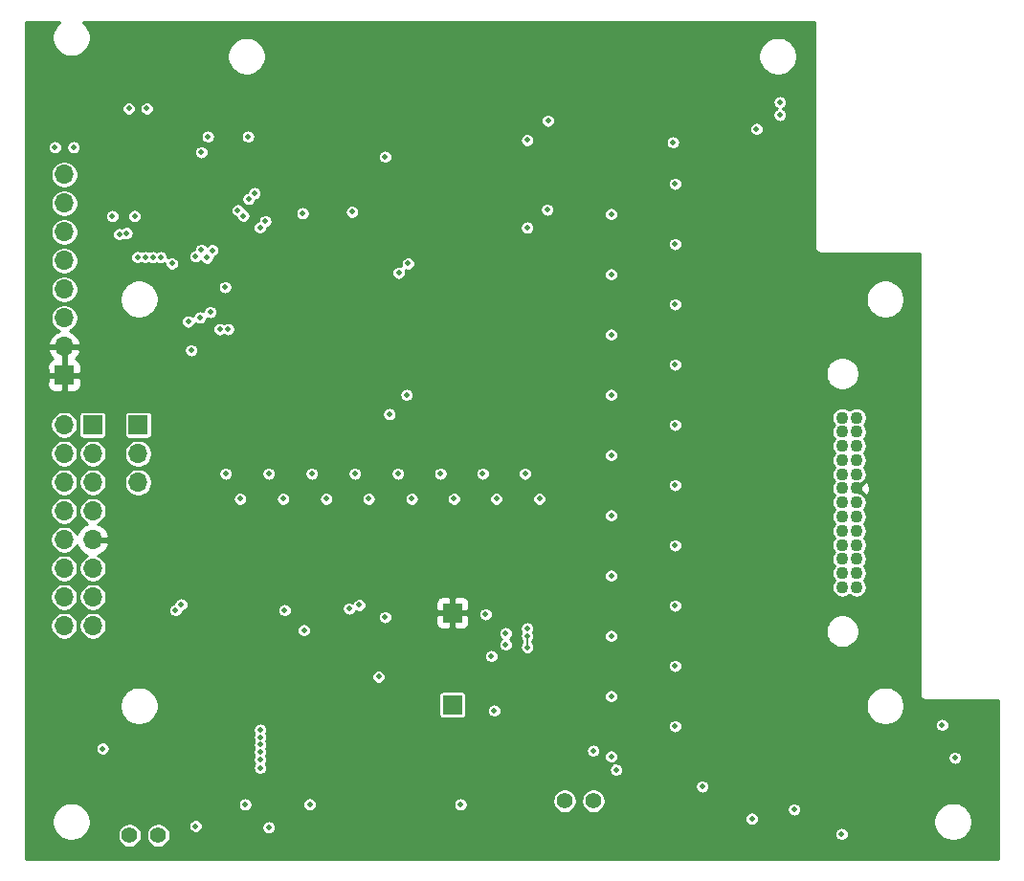
<source format=gbr>
%TF.GenerationSoftware,KiCad,Pcbnew,(5.1.10)-1*%
%TF.CreationDate,2022-11-30T08:24:13-06:00*%
%TF.ProjectId,flight_computer,666c6967-6874-45f6-936f-6d7075746572,A*%
%TF.SameCoordinates,Original*%
%TF.FileFunction,Copper,L4,Bot*%
%TF.FilePolarity,Positive*%
%FSLAX46Y46*%
G04 Gerber Fmt 4.6, Leading zero omitted, Abs format (unit mm)*
G04 Created by KiCad (PCBNEW (5.1.10)-1) date 2022-11-30 08:24:13*
%MOMM*%
%LPD*%
G01*
G04 APERTURE LIST*
%TA.AperFunction,ComponentPad*%
%ADD10C,1.400000*%
%TD*%
%TA.AperFunction,ComponentPad*%
%ADD11R,1.700000X1.700000*%
%TD*%
%TA.AperFunction,ComponentPad*%
%ADD12O,1.700000X1.700000*%
%TD*%
%TA.AperFunction,ComponentPad*%
%ADD13C,1.100000*%
%TD*%
%TA.AperFunction,ViaPad*%
%ADD14C,0.508000*%
%TD*%
%TA.AperFunction,Conductor*%
%ADD15C,0.152400*%
%TD*%
%TA.AperFunction,Conductor*%
%ADD16C,0.254000*%
%TD*%
%TA.AperFunction,Conductor*%
%ADD17C,0.100000*%
%TD*%
G04 APERTURE END LIST*
D10*
%TO.P,CLK,2*%
%TO.N,Net-(TP4-Pad2)*%
X125222000Y-133350000D03*
%TO.P,CLK,1*%
%TO.N,/Curve Tracer/ADC_CLK*%
X122682000Y-133350000D03*
%TD*%
%TO.P,CURRENT,2*%
%TO.N,Net-(R24-Pad2)*%
X161163000Y-130302000D03*
%TO.P,CURRENT,1*%
%TO.N,/Perovskite Switches/PANEL_POSITIVE*%
X163703000Y-130302000D03*
%TD*%
D11*
%TO.P,V-,1*%
%TO.N,GND*%
X151257000Y-113665000D03*
%TD*%
%TO.P,V+,1*%
%TO.N,Net-(R25-Pad2)*%
X151257000Y-121793000D03*
%TD*%
D12*
%TO.P,J6,3*%
%TO.N,Net-(J4-Pad4)*%
X123444000Y-102108000D03*
%TO.P,J6,2*%
%TO.N,+3V3*%
X123444000Y-99568000D03*
D11*
%TO.P,J6,1*%
%TO.N,Net-(J4-Pad2)*%
X123444000Y-97028000D03*
%TD*%
D13*
%TO.P,J2,26*%
%TO.N,Net-(J2-Pad26)*%
X186987500Y-111386000D03*
%TO.P,J2,25*%
%TO.N,/Payload Controller/ALERT*%
X186987500Y-110136000D03*
%TO.P,J2,24*%
%TO.N,Net-(J2-Pad24)*%
X186987500Y-108886000D03*
%TO.P,J2,23*%
%TO.N,/Payload Controller/SCL*%
X186987500Y-107636000D03*
%TO.P,J2,22*%
%TO.N,Net-(J2-Pad22)*%
X186987500Y-106386000D03*
%TO.P,J2,21*%
%TO.N,Net-(J2-Pad21)*%
X186987500Y-105136000D03*
%TO.P,J2,20*%
%TO.N,Net-(J2-Pad20)*%
X186987500Y-103886000D03*
%TO.P,J2,19*%
%TO.N,GND*%
X186987500Y-102636000D03*
%TO.P,J2,18*%
%TO.N,Net-(J2-Pad18)*%
X186987500Y-101386000D03*
%TO.P,J2,17*%
%TO.N,Net-(J2-Pad17)*%
X186987500Y-100136000D03*
%TO.P,J2,16*%
%TO.N,Net-(J2-Pad16)*%
X186987500Y-98886000D03*
%TO.P,J2,15*%
%TO.N,/Payload Controller/SDA*%
X186987500Y-97636000D03*
%TO.P,J2,14*%
%TO.N,+3V3*%
X186987500Y-96386000D03*
%TO.P,J2,13*%
%TO.N,Net-(J2-Pad13)*%
X185737500Y-111386000D03*
%TO.P,J2,12*%
%TO.N,Net-(J2-Pad12)*%
X185737500Y-110136000D03*
%TO.P,J2,11*%
%TO.N,Net-(J2-Pad11)*%
X185737500Y-108886000D03*
%TO.P,J2,10*%
%TO.N,/Payload Controller/ALERT*%
X185737500Y-107636000D03*
%TO.P,J2,9*%
%TO.N,Net-(J2-Pad9)*%
X185737500Y-106386000D03*
%TO.P,J2,8*%
%TO.N,Net-(J2-Pad8)*%
X185737500Y-105136000D03*
%TO.P,J2,7*%
%TO.N,/Payload Controller/ALERT*%
X185737500Y-103886000D03*
%TO.P,J2,6*%
%TO.N,Net-(J2-Pad6)*%
X185737500Y-102636000D03*
%TO.P,J2,5*%
%TO.N,Net-(J2-Pad5)*%
X185737500Y-101386000D03*
%TO.P,J2,4*%
%TO.N,Net-(J2-Pad4)*%
X185737500Y-100136000D03*
%TO.P,J2,3*%
%TO.N,Net-(J2-Pad3)*%
X185737500Y-98886000D03*
%TO.P,J2,2*%
%TO.N,Net-(J2-Pad2)*%
X185737500Y-97636000D03*
%TO.P,J2,1*%
%TO.N,Net-(J2-Pad1)*%
X185737500Y-96386000D03*
%TD*%
D12*
%TO.P,J4,16*%
%TO.N,N/C*%
X116890800Y-114795300D03*
%TO.P,J4,15*%
X119430800Y-114795300D03*
%TO.P,J4,14*%
%TO.N,Net-(J4-Pad14)*%
X116890800Y-112255300D03*
%TO.P,J4,13*%
%TO.N,Net-(J4-Pad13)*%
X119430800Y-112255300D03*
%TO.P,J4,12*%
%TO.N,Net-(J4-Pad12)*%
X116890800Y-109715300D03*
%TO.P,J4,11*%
%TO.N,PAYLOAD_RST*%
X119430800Y-109715300D03*
%TO.P,J4,10*%
%TO.N,Net-(J4-Pad10)*%
X116890800Y-107175300D03*
%TO.P,J4,9*%
%TO.N,GND*%
X119430800Y-107175300D03*
%TO.P,J4,8*%
%TO.N,TEST*%
X116890800Y-104635300D03*
%TO.P,J4,7*%
%TO.N,TCK*%
X119430800Y-104635300D03*
%TO.P,J4,6*%
%TO.N,Net-(J4-Pad6)*%
X116890800Y-102095300D03*
%TO.P,J4,5*%
%TO.N,TMS*%
X119430800Y-102095300D03*
%TO.P,J4,4*%
%TO.N,Net-(J4-Pad4)*%
X116890800Y-99555300D03*
%TO.P,J4,3*%
%TO.N,TDI*%
X119430800Y-99555300D03*
%TO.P,J4,2*%
%TO.N,Net-(J4-Pad2)*%
X116890800Y-97015300D03*
D11*
%TO.P,J4,1*%
%TO.N,TDO*%
X119430800Y-97015300D03*
%TD*%
D12*
%TO.P,J3,8*%
%TO.N,+3V3*%
X116903500Y-74866500D03*
%TO.P,J3,7*%
X116903500Y-77406500D03*
%TO.P,J3,6*%
%TO.N,FAULT*%
X116903500Y-79946500D03*
%TO.P,J3,5*%
%TO.N,PAYLOAD_RST*%
X116903500Y-82486500D03*
%TO.P,J3,4*%
%TO.N,RX_IN*%
X116903500Y-85026500D03*
%TO.P,J3,3*%
%TO.N,TX_OUT*%
X116903500Y-87566500D03*
%TO.P,J3,2*%
%TO.N,GND*%
X116903500Y-90106500D03*
D11*
%TO.P,J3,1*%
X116903500Y-92646500D03*
%TD*%
D14*
%TO.N,GND*%
X127762000Y-77279500D03*
X126174500Y-78994000D03*
X129413000Y-78994000D03*
X129413000Y-75628500D03*
X126174500Y-75628500D03*
X186182000Y-131064000D03*
X173863000Y-128524000D03*
X175831500Y-75692000D03*
X175831500Y-81026000D03*
X175831500Y-86360000D03*
X175831500Y-91694000D03*
X175831500Y-97028000D03*
X175831500Y-102362000D03*
X175831500Y-107632500D03*
X175831500Y-112966500D03*
X175831500Y-118364000D03*
X175831500Y-123698000D03*
X154622500Y-118745000D03*
X154114500Y-128270000D03*
X147320000Y-125095000D03*
X166497000Y-107315000D03*
X168783000Y-105029000D03*
X166433500Y-102044500D03*
X168783000Y-99695000D03*
X168783000Y-110363000D03*
X168783000Y-115697000D03*
X168783000Y-121031000D03*
X165735000Y-123698000D03*
X165735000Y-118364000D03*
X165735000Y-113030000D03*
X165989000Y-75692000D03*
X168783000Y-94361000D03*
X168783000Y-89027000D03*
X168783000Y-83693000D03*
X168783000Y-78359000D03*
X165735000Y-97028000D03*
X165735000Y-91694000D03*
X165735000Y-86360000D03*
X165735000Y-81026000D03*
X157099000Y-86042500D03*
X148272500Y-65341500D03*
X130873500Y-109347000D03*
X169037000Y-129540000D03*
X168783000Y-126365000D03*
X156464000Y-122301000D03*
X187960000Y-133223000D03*
X149860000Y-117094000D03*
X142684500Y-74168000D03*
X144589500Y-76327000D03*
X147256500Y-74803000D03*
X146050000Y-87985600D03*
X131572000Y-129286000D03*
%TO.N,+3V3*%
X116078000Y-72453500D03*
X117729000Y-72453500D03*
X122618500Y-69024500D03*
X124206000Y-69024500D03*
X129603500Y-71501000D03*
X133159500Y-71501000D03*
X157861000Y-115036597D03*
X154178000Y-113792000D03*
X181483000Y-131064000D03*
X173355000Y-129032000D03*
X170942000Y-75692000D03*
X170942000Y-81026000D03*
X170942000Y-86360000D03*
X170942000Y-91694000D03*
X170942000Y-97028000D03*
X170942000Y-102362000D03*
X170942000Y-107696000D03*
X170942000Y-113030000D03*
X170942000Y-118364000D03*
X170942000Y-123698000D03*
X165290500Y-126365000D03*
X165290500Y-121031000D03*
X165290500Y-115697000D03*
X165290500Y-110363000D03*
X165290500Y-105029000D03*
X165290500Y-99695000D03*
X165290500Y-94361000D03*
X165290500Y-89027000D03*
X165290500Y-83693000D03*
X165290500Y-78359000D03*
X170751500Y-72009000D03*
X178152500Y-70831000D03*
X150177500Y-101346000D03*
X153924000Y-101346000D03*
X157670500Y-101346000D03*
X146431000Y-101346000D03*
X142621000Y-101346000D03*
X138811000Y-101346000D03*
X135001000Y-101346000D03*
X131191000Y-101346000D03*
X132461000Y-103568500D03*
X136271000Y-103568500D03*
X140081000Y-103568500D03*
X143827500Y-103568500D03*
X147637500Y-103568500D03*
X151384000Y-103568500D03*
X155130500Y-103568500D03*
X158940500Y-103568500D03*
X145669000Y-96075500D03*
X145288000Y-73279000D03*
X145288000Y-114046000D03*
X138112500Y-115189000D03*
X135001000Y-132651500D03*
X132905500Y-130619500D03*
X138620500Y-130619500D03*
X151955500Y-130619500D03*
X154940000Y-122301000D03*
X136398000Y-113411000D03*
X146494500Y-83566000D03*
X147320000Y-82740500D03*
X157861000Y-79565500D03*
X159639000Y-77978000D03*
X159702500Y-70104000D03*
X157861000Y-71818500D03*
X142367000Y-78168500D03*
X147193000Y-94361000D03*
X163703000Y-125857000D03*
X185674000Y-133223000D03*
X194564000Y-123571000D03*
X137985500Y-78295500D03*
X131127500Y-84836000D03*
X120294400Y-125679200D03*
%TO.N,PAYLOAD_RST*%
X130012000Y-81570000D03*
%TO.N,-3V3*%
X155956000Y-116459000D03*
X155956000Y-115443000D03*
X144716500Y-119316500D03*
X154686000Y-117475000D03*
%TO.N,/Payload Controller/SCL*%
X180213000Y-69596000D03*
X143002000Y-112966500D03*
X127254000Y-112903000D03*
X132741100Y-78512100D03*
%TO.N,/Payload Controller/SDA*%
X180213000Y-68453000D03*
X142113000Y-113284000D03*
X126746000Y-113411000D03*
X132258500Y-78029500D03*
%TO.N,/Curve Tracer/LADDER_VOLTAGE*%
X157861000Y-115697000D03*
X157873000Y-116701000D03*
%TO.N,/Curve Tracer/ADC_CS*%
X134239000Y-124663194D03*
X123126500Y-78546900D03*
X131381500Y-88544400D03*
X122422053Y-80048561D03*
%TO.N,/Curve Tracer/ADC_DRDY*%
X134239000Y-125323597D03*
X130671550Y-88544400D03*
X121157980Y-78549500D03*
X121767600Y-80137000D03*
%TO.N,/Curve Tracer/ADC_SYNC*%
X134239000Y-124002791D03*
X129032000Y-72898000D03*
%TO.N,/Payload Controller/ENABLE_TEST_SOURCE*%
X177736500Y-131889500D03*
X128906357Y-87517350D03*
%TO.N,/Curve Tracer/ADC_CLK*%
X129833750Y-87034750D03*
X128524000Y-132537200D03*
%TO.N,/Curve Tracer/MOSI*%
X134239000Y-127381000D03*
X133223000Y-77025500D03*
%TO.N,/Curve Tracer/MISO*%
X134239000Y-126644403D03*
X133731000Y-76517500D03*
%TO.N,/Curve Tracer/SCLK*%
X134239000Y-125984000D03*
X134213600Y-79546900D03*
%TO.N,/Payload Controller/REVERSE_BIAS*%
X165735000Y-127549400D03*
X128143030Y-90424028D03*
%TO.N,FAULT*%
X134683500Y-78994700D03*
%TO.N,TDO*%
X123380500Y-82169000D03*
%TO.N,TEST*%
X129529400Y-82232500D03*
%TO.N,RX_IN*%
X129029400Y-81534000D03*
%TO.N,TX_OUT*%
X128524000Y-82105500D03*
%TO.N,TCK*%
X125428758Y-82184243D03*
%TO.N,TMS*%
X124750718Y-82179782D03*
%TO.N,TDI*%
X124079000Y-82169000D03*
%TO.N,/Payload Controller/ALERT*%
X127874283Y-87869283D03*
%TO.N,/Payload Controller/GAAS_TEMP*%
X195707000Y-126492000D03*
X126441190Y-82727810D03*
%TD*%
D15*
%TO.N,/Curve Tracer/LADDER_VOLTAGE*%
X157861000Y-116689000D02*
X157873000Y-116701000D01*
X157861000Y-115697000D02*
X157861000Y-116689000D01*
%TD*%
D16*
%TO.N,GND*%
X116438717Y-61410268D02*
X116200267Y-61648718D01*
X116012919Y-61929104D01*
X115883871Y-62240653D01*
X115818083Y-62571392D01*
X115818083Y-62908610D01*
X115883871Y-63239349D01*
X116012919Y-63550898D01*
X116200267Y-63831284D01*
X116438717Y-64069734D01*
X116719103Y-64257082D01*
X117030652Y-64386130D01*
X117361391Y-64451918D01*
X117698609Y-64451918D01*
X118029348Y-64386130D01*
X118340897Y-64257082D01*
X118394310Y-64221392D01*
X131318083Y-64221392D01*
X131318083Y-64558610D01*
X131383871Y-64889349D01*
X131512919Y-65200898D01*
X131700267Y-65481284D01*
X131938717Y-65719734D01*
X132219103Y-65907082D01*
X132530652Y-66036130D01*
X132861391Y-66101918D01*
X133198609Y-66101918D01*
X133529348Y-66036130D01*
X133840897Y-65907082D01*
X134121283Y-65719734D01*
X134359733Y-65481284D01*
X134547081Y-65200898D01*
X134676129Y-64889349D01*
X134741917Y-64558610D01*
X134741917Y-64221392D01*
X178318084Y-64221392D01*
X178318084Y-64558610D01*
X178383872Y-64889348D01*
X178512920Y-65200897D01*
X178700268Y-65481284D01*
X178938717Y-65719733D01*
X179219104Y-65907081D01*
X179530653Y-66036129D01*
X179861391Y-66101917D01*
X180198609Y-66101917D01*
X180529347Y-66036129D01*
X180840896Y-65907081D01*
X181121283Y-65719733D01*
X181359732Y-65481284D01*
X181547080Y-65200897D01*
X181676128Y-64889348D01*
X181741916Y-64558610D01*
X181741916Y-64221392D01*
X181676128Y-63890654D01*
X181547080Y-63579105D01*
X181359732Y-63298718D01*
X181121283Y-63060269D01*
X180840896Y-62872921D01*
X180529347Y-62743873D01*
X180198609Y-62678085D01*
X179861391Y-62678085D01*
X179530653Y-62743873D01*
X179219104Y-62872921D01*
X178938717Y-63060269D01*
X178700268Y-63298718D01*
X178512920Y-63579105D01*
X178383872Y-63890654D01*
X178318084Y-64221392D01*
X134741917Y-64221392D01*
X134676129Y-63890653D01*
X134547081Y-63579104D01*
X134359733Y-63298718D01*
X134121283Y-63060268D01*
X133840897Y-62872920D01*
X133529348Y-62743872D01*
X133198609Y-62678084D01*
X132861391Y-62678084D01*
X132530652Y-62743872D01*
X132219103Y-62872920D01*
X131938717Y-63060268D01*
X131700267Y-63298718D01*
X131512919Y-63579104D01*
X131383871Y-63890653D01*
X131318083Y-64221392D01*
X118394310Y-64221392D01*
X118621283Y-64069734D01*
X118859733Y-63831284D01*
X119047081Y-63550898D01*
X119176129Y-63239349D01*
X119241917Y-62908610D01*
X119241917Y-62571392D01*
X119176129Y-62240653D01*
X119047081Y-61929104D01*
X118859733Y-61648718D01*
X118621283Y-61410268D01*
X118562516Y-61371001D01*
X183306349Y-61371001D01*
X183306350Y-81330337D01*
X183304022Y-81353973D01*
X183313309Y-81448265D01*
X183340813Y-81538934D01*
X183385477Y-81622495D01*
X183445585Y-81695737D01*
X183518827Y-81755845D01*
X183602388Y-81800509D01*
X183693057Y-81828013D01*
X183763723Y-81834973D01*
X183787349Y-81837300D01*
X183810975Y-81834973D01*
X192549001Y-81834973D01*
X192549000Y-120866374D01*
X192546673Y-120890000D01*
X192555960Y-120984292D01*
X192583464Y-121074961D01*
X192585678Y-121079103D01*
X192628128Y-121158522D01*
X192688236Y-121231764D01*
X192761478Y-121291872D01*
X192845039Y-121336536D01*
X192935708Y-121364040D01*
X193030000Y-121373327D01*
X193053626Y-121371000D01*
X199549001Y-121371000D01*
X199549000Y-135409000D01*
X113511000Y-135409000D01*
X113511000Y-131970391D01*
X115817287Y-131970391D01*
X115817287Y-132307765D01*
X115883106Y-132638658D01*
X116012214Y-132950352D01*
X116199649Y-133230869D01*
X116438209Y-133469429D01*
X116718726Y-133656864D01*
X117030420Y-133785972D01*
X117361313Y-133851791D01*
X117698687Y-133851791D01*
X118029580Y-133785972D01*
X118341274Y-133656864D01*
X118621791Y-133469429D01*
X118847689Y-133243531D01*
X121601000Y-133243531D01*
X121601000Y-133456469D01*
X121642543Y-133665316D01*
X121724031Y-133862045D01*
X121842333Y-134039097D01*
X121992903Y-134189667D01*
X122169955Y-134307969D01*
X122366684Y-134389457D01*
X122575531Y-134431000D01*
X122788469Y-134431000D01*
X122997316Y-134389457D01*
X123194045Y-134307969D01*
X123371097Y-134189667D01*
X123521667Y-134039097D01*
X123639969Y-133862045D01*
X123721457Y-133665316D01*
X123763000Y-133456469D01*
X123763000Y-133243531D01*
X124141000Y-133243531D01*
X124141000Y-133456469D01*
X124182543Y-133665316D01*
X124264031Y-133862045D01*
X124382333Y-134039097D01*
X124532903Y-134189667D01*
X124709955Y-134307969D01*
X124906684Y-134389457D01*
X125115531Y-134431000D01*
X125328469Y-134431000D01*
X125537316Y-134389457D01*
X125734045Y-134307969D01*
X125911097Y-134189667D01*
X126061667Y-134039097D01*
X126179969Y-133862045D01*
X126261457Y-133665316D01*
X126303000Y-133456469D01*
X126303000Y-133243531D01*
X126261457Y-133034684D01*
X126179969Y-132837955D01*
X126061667Y-132660903D01*
X125911097Y-132510333D01*
X125857706Y-132474658D01*
X127889000Y-132474658D01*
X127889000Y-132599742D01*
X127913403Y-132722423D01*
X127961271Y-132837985D01*
X128030764Y-132941989D01*
X128119211Y-133030436D01*
X128223215Y-133099929D01*
X128338777Y-133147797D01*
X128461458Y-133172200D01*
X128586542Y-133172200D01*
X128709223Y-133147797D01*
X128824785Y-133099929D01*
X128928789Y-133030436D01*
X129017236Y-132941989D01*
X129086729Y-132837985D01*
X129134597Y-132722423D01*
X129159000Y-132599742D01*
X129159000Y-132588958D01*
X134366000Y-132588958D01*
X134366000Y-132714042D01*
X134390403Y-132836723D01*
X134438271Y-132952285D01*
X134507764Y-133056289D01*
X134596211Y-133144736D01*
X134700215Y-133214229D01*
X134815777Y-133262097D01*
X134938458Y-133286500D01*
X135063542Y-133286500D01*
X135186223Y-133262097D01*
X135301785Y-133214229D01*
X135382259Y-133160458D01*
X185039000Y-133160458D01*
X185039000Y-133285542D01*
X185063403Y-133408223D01*
X185111271Y-133523785D01*
X185180764Y-133627789D01*
X185269211Y-133716236D01*
X185373215Y-133785729D01*
X185488777Y-133833597D01*
X185611458Y-133858000D01*
X185736542Y-133858000D01*
X185859223Y-133833597D01*
X185974785Y-133785729D01*
X186078789Y-133716236D01*
X186167236Y-133627789D01*
X186236729Y-133523785D01*
X186284597Y-133408223D01*
X186309000Y-133285542D01*
X186309000Y-133160458D01*
X186284597Y-133037777D01*
X186236729Y-132922215D01*
X186167236Y-132818211D01*
X186078789Y-132729764D01*
X185974785Y-132660271D01*
X185859223Y-132612403D01*
X185736542Y-132588000D01*
X185611458Y-132588000D01*
X185488777Y-132612403D01*
X185373215Y-132660271D01*
X185269211Y-132729764D01*
X185180764Y-132818211D01*
X185111271Y-132922215D01*
X185063403Y-133037777D01*
X185039000Y-133160458D01*
X135382259Y-133160458D01*
X135405789Y-133144736D01*
X135494236Y-133056289D01*
X135563729Y-132952285D01*
X135611597Y-132836723D01*
X135636000Y-132714042D01*
X135636000Y-132588958D01*
X135611597Y-132466277D01*
X135563729Y-132350715D01*
X135494236Y-132246711D01*
X135405789Y-132158264D01*
X135301785Y-132088771D01*
X135186223Y-132040903D01*
X135063542Y-132016500D01*
X134938458Y-132016500D01*
X134815777Y-132040903D01*
X134700215Y-132088771D01*
X134596211Y-132158264D01*
X134507764Y-132246711D01*
X134438271Y-132350715D01*
X134390403Y-132466277D01*
X134366000Y-132588958D01*
X129159000Y-132588958D01*
X129159000Y-132474658D01*
X129134597Y-132351977D01*
X129086729Y-132236415D01*
X129017236Y-132132411D01*
X128928789Y-132043964D01*
X128824785Y-131974471D01*
X128709223Y-131926603D01*
X128586542Y-131902200D01*
X128461458Y-131902200D01*
X128338777Y-131926603D01*
X128223215Y-131974471D01*
X128119211Y-132043964D01*
X128030764Y-132132411D01*
X127961271Y-132236415D01*
X127913403Y-132351977D01*
X127889000Y-132474658D01*
X125857706Y-132474658D01*
X125734045Y-132392031D01*
X125537316Y-132310543D01*
X125328469Y-132269000D01*
X125115531Y-132269000D01*
X124906684Y-132310543D01*
X124709955Y-132392031D01*
X124532903Y-132510333D01*
X124382333Y-132660903D01*
X124264031Y-132837955D01*
X124182543Y-133034684D01*
X124141000Y-133243531D01*
X123763000Y-133243531D01*
X123721457Y-133034684D01*
X123639969Y-132837955D01*
X123521667Y-132660903D01*
X123371097Y-132510333D01*
X123194045Y-132392031D01*
X122997316Y-132310543D01*
X122788469Y-132269000D01*
X122575531Y-132269000D01*
X122366684Y-132310543D01*
X122169955Y-132392031D01*
X121992903Y-132510333D01*
X121842333Y-132660903D01*
X121724031Y-132837955D01*
X121642543Y-133034684D01*
X121601000Y-133243531D01*
X118847689Y-133243531D01*
X118860351Y-133230869D01*
X119047786Y-132950352D01*
X119176894Y-132638658D01*
X119242713Y-132307765D01*
X119242713Y-131970391D01*
X119214183Y-131826958D01*
X177101500Y-131826958D01*
X177101500Y-131952042D01*
X177125903Y-132074723D01*
X177173771Y-132190285D01*
X177243264Y-132294289D01*
X177331711Y-132382736D01*
X177435715Y-132452229D01*
X177551277Y-132500097D01*
X177673958Y-132524500D01*
X177799042Y-132524500D01*
X177921723Y-132500097D01*
X178037285Y-132452229D01*
X178141289Y-132382736D01*
X178229736Y-132294289D01*
X178299229Y-132190285D01*
X178347097Y-132074723D01*
X178367850Y-131970391D01*
X193817287Y-131970391D01*
X193817287Y-132307765D01*
X193883106Y-132638658D01*
X194012214Y-132950352D01*
X194199649Y-133230869D01*
X194438209Y-133469429D01*
X194718726Y-133656864D01*
X195030420Y-133785972D01*
X195361313Y-133851791D01*
X195698687Y-133851791D01*
X196029580Y-133785972D01*
X196341274Y-133656864D01*
X196621791Y-133469429D01*
X196860351Y-133230869D01*
X197047786Y-132950352D01*
X197176894Y-132638658D01*
X197242713Y-132307765D01*
X197242713Y-131970391D01*
X197176894Y-131639498D01*
X197047786Y-131327804D01*
X196860351Y-131047287D01*
X196621791Y-130808727D01*
X196341274Y-130621292D01*
X196029580Y-130492184D01*
X195698687Y-130426365D01*
X195361313Y-130426365D01*
X195030420Y-130492184D01*
X194718726Y-130621292D01*
X194438209Y-130808727D01*
X194199649Y-131047287D01*
X194012214Y-131327804D01*
X193883106Y-131639498D01*
X193817287Y-131970391D01*
X178367850Y-131970391D01*
X178371500Y-131952042D01*
X178371500Y-131826958D01*
X178347097Y-131704277D01*
X178299229Y-131588715D01*
X178229736Y-131484711D01*
X178141289Y-131396264D01*
X178037285Y-131326771D01*
X177921723Y-131278903D01*
X177799042Y-131254500D01*
X177673958Y-131254500D01*
X177551277Y-131278903D01*
X177435715Y-131326771D01*
X177331711Y-131396264D01*
X177243264Y-131484711D01*
X177173771Y-131588715D01*
X177125903Y-131704277D01*
X177101500Y-131826958D01*
X119214183Y-131826958D01*
X119176894Y-131639498D01*
X119047786Y-131327804D01*
X118860351Y-131047287D01*
X118621791Y-130808727D01*
X118341274Y-130621292D01*
X118185959Y-130556958D01*
X132270500Y-130556958D01*
X132270500Y-130682042D01*
X132294903Y-130804723D01*
X132342771Y-130920285D01*
X132412264Y-131024289D01*
X132500711Y-131112736D01*
X132604715Y-131182229D01*
X132720277Y-131230097D01*
X132842958Y-131254500D01*
X132968042Y-131254500D01*
X133090723Y-131230097D01*
X133206285Y-131182229D01*
X133310289Y-131112736D01*
X133398736Y-131024289D01*
X133468229Y-130920285D01*
X133516097Y-130804723D01*
X133540500Y-130682042D01*
X133540500Y-130556958D01*
X137985500Y-130556958D01*
X137985500Y-130682042D01*
X138009903Y-130804723D01*
X138057771Y-130920285D01*
X138127264Y-131024289D01*
X138215711Y-131112736D01*
X138319715Y-131182229D01*
X138435277Y-131230097D01*
X138557958Y-131254500D01*
X138683042Y-131254500D01*
X138805723Y-131230097D01*
X138921285Y-131182229D01*
X139025289Y-131112736D01*
X139113736Y-131024289D01*
X139183229Y-130920285D01*
X139231097Y-130804723D01*
X139255500Y-130682042D01*
X139255500Y-130556958D01*
X151320500Y-130556958D01*
X151320500Y-130682042D01*
X151344903Y-130804723D01*
X151392771Y-130920285D01*
X151462264Y-131024289D01*
X151550711Y-131112736D01*
X151654715Y-131182229D01*
X151770277Y-131230097D01*
X151892958Y-131254500D01*
X152018042Y-131254500D01*
X152140723Y-131230097D01*
X152256285Y-131182229D01*
X152360289Y-131112736D01*
X152448736Y-131024289D01*
X152518229Y-130920285D01*
X152566097Y-130804723D01*
X152590500Y-130682042D01*
X152590500Y-130556958D01*
X152566097Y-130434277D01*
X152518229Y-130318715D01*
X152448736Y-130214711D01*
X152429556Y-130195531D01*
X160082000Y-130195531D01*
X160082000Y-130408469D01*
X160123543Y-130617316D01*
X160205031Y-130814045D01*
X160323333Y-130991097D01*
X160473903Y-131141667D01*
X160650955Y-131259969D01*
X160847684Y-131341457D01*
X161056531Y-131383000D01*
X161269469Y-131383000D01*
X161478316Y-131341457D01*
X161675045Y-131259969D01*
X161852097Y-131141667D01*
X162002667Y-130991097D01*
X162120969Y-130814045D01*
X162202457Y-130617316D01*
X162244000Y-130408469D01*
X162244000Y-130195531D01*
X162622000Y-130195531D01*
X162622000Y-130408469D01*
X162663543Y-130617316D01*
X162745031Y-130814045D01*
X162863333Y-130991097D01*
X163013903Y-131141667D01*
X163190955Y-131259969D01*
X163387684Y-131341457D01*
X163596531Y-131383000D01*
X163809469Y-131383000D01*
X164018316Y-131341457D01*
X164215045Y-131259969D01*
X164392097Y-131141667D01*
X164532306Y-131001458D01*
X180848000Y-131001458D01*
X180848000Y-131126542D01*
X180872403Y-131249223D01*
X180920271Y-131364785D01*
X180989764Y-131468789D01*
X181078211Y-131557236D01*
X181182215Y-131626729D01*
X181297777Y-131674597D01*
X181420458Y-131699000D01*
X181545542Y-131699000D01*
X181668223Y-131674597D01*
X181783785Y-131626729D01*
X181887789Y-131557236D01*
X181976236Y-131468789D01*
X182045729Y-131364785D01*
X182093597Y-131249223D01*
X182118000Y-131126542D01*
X182118000Y-131001458D01*
X182093597Y-130878777D01*
X182045729Y-130763215D01*
X181976236Y-130659211D01*
X181887789Y-130570764D01*
X181783785Y-130501271D01*
X181668223Y-130453403D01*
X181545542Y-130429000D01*
X181420458Y-130429000D01*
X181297777Y-130453403D01*
X181182215Y-130501271D01*
X181078211Y-130570764D01*
X180989764Y-130659211D01*
X180920271Y-130763215D01*
X180872403Y-130878777D01*
X180848000Y-131001458D01*
X164532306Y-131001458D01*
X164542667Y-130991097D01*
X164660969Y-130814045D01*
X164742457Y-130617316D01*
X164784000Y-130408469D01*
X164784000Y-130195531D01*
X164742457Y-129986684D01*
X164660969Y-129789955D01*
X164542667Y-129612903D01*
X164392097Y-129462333D01*
X164215045Y-129344031D01*
X164018316Y-129262543D01*
X163809469Y-129221000D01*
X163596531Y-129221000D01*
X163387684Y-129262543D01*
X163190955Y-129344031D01*
X163013903Y-129462333D01*
X162863333Y-129612903D01*
X162745031Y-129789955D01*
X162663543Y-129986684D01*
X162622000Y-130195531D01*
X162244000Y-130195531D01*
X162202457Y-129986684D01*
X162120969Y-129789955D01*
X162002667Y-129612903D01*
X161852097Y-129462333D01*
X161675045Y-129344031D01*
X161478316Y-129262543D01*
X161269469Y-129221000D01*
X161056531Y-129221000D01*
X160847684Y-129262543D01*
X160650955Y-129344031D01*
X160473903Y-129462333D01*
X160323333Y-129612903D01*
X160205031Y-129789955D01*
X160123543Y-129986684D01*
X160082000Y-130195531D01*
X152429556Y-130195531D01*
X152360289Y-130126264D01*
X152256285Y-130056771D01*
X152140723Y-130008903D01*
X152018042Y-129984500D01*
X151892958Y-129984500D01*
X151770277Y-130008903D01*
X151654715Y-130056771D01*
X151550711Y-130126264D01*
X151462264Y-130214711D01*
X151392771Y-130318715D01*
X151344903Y-130434277D01*
X151320500Y-130556958D01*
X139255500Y-130556958D01*
X139231097Y-130434277D01*
X139183229Y-130318715D01*
X139113736Y-130214711D01*
X139025289Y-130126264D01*
X138921285Y-130056771D01*
X138805723Y-130008903D01*
X138683042Y-129984500D01*
X138557958Y-129984500D01*
X138435277Y-130008903D01*
X138319715Y-130056771D01*
X138215711Y-130126264D01*
X138127264Y-130214711D01*
X138057771Y-130318715D01*
X138009903Y-130434277D01*
X137985500Y-130556958D01*
X133540500Y-130556958D01*
X133516097Y-130434277D01*
X133468229Y-130318715D01*
X133398736Y-130214711D01*
X133310289Y-130126264D01*
X133206285Y-130056771D01*
X133090723Y-130008903D01*
X132968042Y-129984500D01*
X132842958Y-129984500D01*
X132720277Y-130008903D01*
X132604715Y-130056771D01*
X132500711Y-130126264D01*
X132412264Y-130214711D01*
X132342771Y-130318715D01*
X132294903Y-130434277D01*
X132270500Y-130556958D01*
X118185959Y-130556958D01*
X118029580Y-130492184D01*
X117698687Y-130426365D01*
X117361313Y-130426365D01*
X117030420Y-130492184D01*
X116718726Y-130621292D01*
X116438209Y-130808727D01*
X116199649Y-131047287D01*
X116012214Y-131327804D01*
X115883106Y-131639498D01*
X115817287Y-131970391D01*
X113511000Y-131970391D01*
X113511000Y-128969458D01*
X172720000Y-128969458D01*
X172720000Y-129094542D01*
X172744403Y-129217223D01*
X172792271Y-129332785D01*
X172861764Y-129436789D01*
X172950211Y-129525236D01*
X173054215Y-129594729D01*
X173169777Y-129642597D01*
X173292458Y-129667000D01*
X173417542Y-129667000D01*
X173540223Y-129642597D01*
X173655785Y-129594729D01*
X173759789Y-129525236D01*
X173848236Y-129436789D01*
X173917729Y-129332785D01*
X173965597Y-129217223D01*
X173990000Y-129094542D01*
X173990000Y-128969458D01*
X173965597Y-128846777D01*
X173917729Y-128731215D01*
X173848236Y-128627211D01*
X173759789Y-128538764D01*
X173655785Y-128469271D01*
X173540223Y-128421403D01*
X173417542Y-128397000D01*
X173292458Y-128397000D01*
X173169777Y-128421403D01*
X173054215Y-128469271D01*
X172950211Y-128538764D01*
X172861764Y-128627211D01*
X172792271Y-128731215D01*
X172744403Y-128846777D01*
X172720000Y-128969458D01*
X113511000Y-128969458D01*
X113511000Y-125616658D01*
X119659400Y-125616658D01*
X119659400Y-125741742D01*
X119683803Y-125864423D01*
X119731671Y-125979985D01*
X119801164Y-126083989D01*
X119889611Y-126172436D01*
X119993615Y-126241929D01*
X120109177Y-126289797D01*
X120231858Y-126314200D01*
X120356942Y-126314200D01*
X120479623Y-126289797D01*
X120595185Y-126241929D01*
X120699189Y-126172436D01*
X120787636Y-126083989D01*
X120857129Y-125979985D01*
X120904997Y-125864423D01*
X120929400Y-125741742D01*
X120929400Y-125616658D01*
X120904997Y-125493977D01*
X120857129Y-125378415D01*
X120787636Y-125274411D01*
X120699189Y-125185964D01*
X120595185Y-125116471D01*
X120479623Y-125068603D01*
X120356942Y-125044200D01*
X120231858Y-125044200D01*
X120109177Y-125068603D01*
X119993615Y-125116471D01*
X119889611Y-125185964D01*
X119801164Y-125274411D01*
X119731671Y-125378415D01*
X119683803Y-125493977D01*
X119659400Y-125616658D01*
X113511000Y-125616658D01*
X113511000Y-123940249D01*
X133604000Y-123940249D01*
X133604000Y-124065333D01*
X133628403Y-124188014D01*
X133676271Y-124303576D01*
X133695926Y-124332993D01*
X133676271Y-124362409D01*
X133628403Y-124477971D01*
X133604000Y-124600652D01*
X133604000Y-124725736D01*
X133628403Y-124848417D01*
X133676271Y-124963979D01*
X133695926Y-124993395D01*
X133676271Y-125022812D01*
X133628403Y-125138374D01*
X133604000Y-125261055D01*
X133604000Y-125386139D01*
X133628403Y-125508820D01*
X133676271Y-125624382D01*
X133695926Y-125653799D01*
X133676271Y-125683215D01*
X133628403Y-125798777D01*
X133604000Y-125921458D01*
X133604000Y-126046542D01*
X133628403Y-126169223D01*
X133676271Y-126284785D01*
X133695926Y-126314202D01*
X133676271Y-126343618D01*
X133628403Y-126459180D01*
X133604000Y-126581861D01*
X133604000Y-126706945D01*
X133628403Y-126829626D01*
X133676271Y-126945188D01*
X133721382Y-127012702D01*
X133676271Y-127080215D01*
X133628403Y-127195777D01*
X133604000Y-127318458D01*
X133604000Y-127443542D01*
X133628403Y-127566223D01*
X133676271Y-127681785D01*
X133745764Y-127785789D01*
X133834211Y-127874236D01*
X133938215Y-127943729D01*
X134053777Y-127991597D01*
X134176458Y-128016000D01*
X134301542Y-128016000D01*
X134424223Y-127991597D01*
X134539785Y-127943729D01*
X134643789Y-127874236D01*
X134732236Y-127785789D01*
X134801729Y-127681785D01*
X134849597Y-127566223D01*
X134874000Y-127443542D01*
X134874000Y-127318458D01*
X134849597Y-127195777D01*
X134801729Y-127080215D01*
X134756618Y-127012702D01*
X134801729Y-126945188D01*
X134849597Y-126829626D01*
X134874000Y-126706945D01*
X134874000Y-126581861D01*
X134849597Y-126459180D01*
X134801729Y-126343618D01*
X134782074Y-126314202D01*
X134801729Y-126284785D01*
X134849597Y-126169223D01*
X134874000Y-126046542D01*
X134874000Y-125921458D01*
X134849597Y-125798777D01*
X134847808Y-125794458D01*
X163068000Y-125794458D01*
X163068000Y-125919542D01*
X163092403Y-126042223D01*
X163140271Y-126157785D01*
X163209764Y-126261789D01*
X163298211Y-126350236D01*
X163402215Y-126419729D01*
X163517777Y-126467597D01*
X163640458Y-126492000D01*
X163765542Y-126492000D01*
X163888223Y-126467597D01*
X164003785Y-126419729D01*
X164107789Y-126350236D01*
X164155567Y-126302458D01*
X164655500Y-126302458D01*
X164655500Y-126427542D01*
X164679903Y-126550223D01*
X164727771Y-126665785D01*
X164797264Y-126769789D01*
X164885711Y-126858236D01*
X164989715Y-126927729D01*
X165105277Y-126975597D01*
X165227958Y-127000000D01*
X165353042Y-127000000D01*
X165447301Y-126981251D01*
X165434215Y-126986671D01*
X165330211Y-127056164D01*
X165241764Y-127144611D01*
X165172271Y-127248615D01*
X165124403Y-127364177D01*
X165100000Y-127486858D01*
X165100000Y-127611942D01*
X165124403Y-127734623D01*
X165172271Y-127850185D01*
X165241764Y-127954189D01*
X165330211Y-128042636D01*
X165434215Y-128112129D01*
X165549777Y-128159997D01*
X165672458Y-128184400D01*
X165797542Y-128184400D01*
X165920223Y-128159997D01*
X166035785Y-128112129D01*
X166139789Y-128042636D01*
X166228236Y-127954189D01*
X166297729Y-127850185D01*
X166345597Y-127734623D01*
X166370000Y-127611942D01*
X166370000Y-127486858D01*
X166345597Y-127364177D01*
X166297729Y-127248615D01*
X166228236Y-127144611D01*
X166139789Y-127056164D01*
X166035785Y-126986671D01*
X165920223Y-126938803D01*
X165797542Y-126914400D01*
X165672458Y-126914400D01*
X165578199Y-126933149D01*
X165591285Y-126927729D01*
X165695289Y-126858236D01*
X165783736Y-126769789D01*
X165853229Y-126665785D01*
X165901097Y-126550223D01*
X165925118Y-126429458D01*
X195072000Y-126429458D01*
X195072000Y-126554542D01*
X195096403Y-126677223D01*
X195144271Y-126792785D01*
X195213764Y-126896789D01*
X195302211Y-126985236D01*
X195406215Y-127054729D01*
X195521777Y-127102597D01*
X195644458Y-127127000D01*
X195769542Y-127127000D01*
X195892223Y-127102597D01*
X196007785Y-127054729D01*
X196111789Y-126985236D01*
X196200236Y-126896789D01*
X196269729Y-126792785D01*
X196317597Y-126677223D01*
X196342000Y-126554542D01*
X196342000Y-126429458D01*
X196317597Y-126306777D01*
X196269729Y-126191215D01*
X196200236Y-126087211D01*
X196111789Y-125998764D01*
X196007785Y-125929271D01*
X195892223Y-125881403D01*
X195769542Y-125857000D01*
X195644458Y-125857000D01*
X195521777Y-125881403D01*
X195406215Y-125929271D01*
X195302211Y-125998764D01*
X195213764Y-126087211D01*
X195144271Y-126191215D01*
X195096403Y-126306777D01*
X195072000Y-126429458D01*
X165925118Y-126429458D01*
X165925500Y-126427542D01*
X165925500Y-126302458D01*
X165901097Y-126179777D01*
X165853229Y-126064215D01*
X165783736Y-125960211D01*
X165695289Y-125871764D01*
X165591285Y-125802271D01*
X165475723Y-125754403D01*
X165353042Y-125730000D01*
X165227958Y-125730000D01*
X165105277Y-125754403D01*
X164989715Y-125802271D01*
X164885711Y-125871764D01*
X164797264Y-125960211D01*
X164727771Y-126064215D01*
X164679903Y-126179777D01*
X164655500Y-126302458D01*
X164155567Y-126302458D01*
X164196236Y-126261789D01*
X164265729Y-126157785D01*
X164313597Y-126042223D01*
X164338000Y-125919542D01*
X164338000Y-125794458D01*
X164313597Y-125671777D01*
X164265729Y-125556215D01*
X164196236Y-125452211D01*
X164107789Y-125363764D01*
X164003785Y-125294271D01*
X163888223Y-125246403D01*
X163765542Y-125222000D01*
X163640458Y-125222000D01*
X163517777Y-125246403D01*
X163402215Y-125294271D01*
X163298211Y-125363764D01*
X163209764Y-125452211D01*
X163140271Y-125556215D01*
X163092403Y-125671777D01*
X163068000Y-125794458D01*
X134847808Y-125794458D01*
X134801729Y-125683215D01*
X134782074Y-125653799D01*
X134801729Y-125624382D01*
X134849597Y-125508820D01*
X134874000Y-125386139D01*
X134874000Y-125261055D01*
X134849597Y-125138374D01*
X134801729Y-125022812D01*
X134782074Y-124993395D01*
X134801729Y-124963979D01*
X134849597Y-124848417D01*
X134874000Y-124725736D01*
X134874000Y-124600652D01*
X134849597Y-124477971D01*
X134801729Y-124362409D01*
X134782074Y-124332993D01*
X134801729Y-124303576D01*
X134849597Y-124188014D01*
X134874000Y-124065333D01*
X134874000Y-123940249D01*
X134849597Y-123817568D01*
X134801729Y-123702006D01*
X134757264Y-123635458D01*
X170307000Y-123635458D01*
X170307000Y-123760542D01*
X170331403Y-123883223D01*
X170379271Y-123998785D01*
X170448764Y-124102789D01*
X170537211Y-124191236D01*
X170641215Y-124260729D01*
X170756777Y-124308597D01*
X170879458Y-124333000D01*
X171004542Y-124333000D01*
X171127223Y-124308597D01*
X171242785Y-124260729D01*
X171346789Y-124191236D01*
X171435236Y-124102789D01*
X171504729Y-123998785D01*
X171552597Y-123883223D01*
X171577000Y-123760542D01*
X171577000Y-123635458D01*
X171552597Y-123512777D01*
X171504729Y-123397215D01*
X171435236Y-123293211D01*
X171346789Y-123204764D01*
X171242785Y-123135271D01*
X171127223Y-123087403D01*
X171004542Y-123063000D01*
X170879458Y-123063000D01*
X170756777Y-123087403D01*
X170641215Y-123135271D01*
X170537211Y-123204764D01*
X170448764Y-123293211D01*
X170379271Y-123397215D01*
X170331403Y-123512777D01*
X170307000Y-123635458D01*
X134757264Y-123635458D01*
X134732236Y-123598002D01*
X134643789Y-123509555D01*
X134539785Y-123440062D01*
X134424223Y-123392194D01*
X134301542Y-123367791D01*
X134176458Y-123367791D01*
X134053777Y-123392194D01*
X133938215Y-123440062D01*
X133834211Y-123509555D01*
X133745764Y-123598002D01*
X133676271Y-123702006D01*
X133628403Y-123817568D01*
X133604000Y-123940249D01*
X113511000Y-123940249D01*
X113511000Y-121721391D01*
X121818083Y-121721391D01*
X121818083Y-122058609D01*
X121883871Y-122389348D01*
X122012919Y-122700897D01*
X122200267Y-122981283D01*
X122438717Y-123219733D01*
X122719103Y-123407081D01*
X123030652Y-123536129D01*
X123361391Y-123601917D01*
X123698609Y-123601917D01*
X124029348Y-123536129D01*
X124340897Y-123407081D01*
X124621283Y-123219733D01*
X124859733Y-122981283D01*
X125047081Y-122700897D01*
X125176129Y-122389348D01*
X125241917Y-122058609D01*
X125241917Y-121721391D01*
X125176129Y-121390652D01*
X125047081Y-121079103D01*
X124956140Y-120943000D01*
X150024157Y-120943000D01*
X150024157Y-122643000D01*
X150031513Y-122717689D01*
X150053299Y-122789508D01*
X150088678Y-122855696D01*
X150136289Y-122913711D01*
X150194304Y-122961322D01*
X150260492Y-122996701D01*
X150332311Y-123018487D01*
X150407000Y-123025843D01*
X152107000Y-123025843D01*
X152181689Y-123018487D01*
X152253508Y-122996701D01*
X152319696Y-122961322D01*
X152377711Y-122913711D01*
X152425322Y-122855696D01*
X152460701Y-122789508D01*
X152482487Y-122717689D01*
X152489843Y-122643000D01*
X152489843Y-122238458D01*
X154305000Y-122238458D01*
X154305000Y-122363542D01*
X154329403Y-122486223D01*
X154377271Y-122601785D01*
X154446764Y-122705789D01*
X154535211Y-122794236D01*
X154639215Y-122863729D01*
X154754777Y-122911597D01*
X154877458Y-122936000D01*
X155002542Y-122936000D01*
X155125223Y-122911597D01*
X155240785Y-122863729D01*
X155344789Y-122794236D01*
X155433236Y-122705789D01*
X155502729Y-122601785D01*
X155550597Y-122486223D01*
X155575000Y-122363542D01*
X155575000Y-122238458D01*
X155550597Y-122115777D01*
X155502729Y-122000215D01*
X155433236Y-121896211D01*
X155344789Y-121807764D01*
X155240785Y-121738271D01*
X155200034Y-121721391D01*
X187818083Y-121721391D01*
X187818083Y-122058609D01*
X187883871Y-122389348D01*
X188012919Y-122700897D01*
X188200267Y-122981283D01*
X188438717Y-123219733D01*
X188719103Y-123407081D01*
X189030652Y-123536129D01*
X189361391Y-123601917D01*
X189698609Y-123601917D01*
X190029348Y-123536129D01*
X190096151Y-123508458D01*
X193929000Y-123508458D01*
X193929000Y-123633542D01*
X193953403Y-123756223D01*
X194001271Y-123871785D01*
X194070764Y-123975789D01*
X194159211Y-124064236D01*
X194263215Y-124133729D01*
X194378777Y-124181597D01*
X194501458Y-124206000D01*
X194626542Y-124206000D01*
X194749223Y-124181597D01*
X194864785Y-124133729D01*
X194968789Y-124064236D01*
X195057236Y-123975789D01*
X195126729Y-123871785D01*
X195174597Y-123756223D01*
X195199000Y-123633542D01*
X195199000Y-123508458D01*
X195174597Y-123385777D01*
X195126729Y-123270215D01*
X195057236Y-123166211D01*
X194968789Y-123077764D01*
X194864785Y-123008271D01*
X194749223Y-122960403D01*
X194626542Y-122936000D01*
X194501458Y-122936000D01*
X194378777Y-122960403D01*
X194263215Y-123008271D01*
X194159211Y-123077764D01*
X194070764Y-123166211D01*
X194001271Y-123270215D01*
X193953403Y-123385777D01*
X193929000Y-123508458D01*
X190096151Y-123508458D01*
X190340897Y-123407081D01*
X190621283Y-123219733D01*
X190859733Y-122981283D01*
X191047081Y-122700897D01*
X191176129Y-122389348D01*
X191241917Y-122058609D01*
X191241917Y-121721391D01*
X191176129Y-121390652D01*
X191047081Y-121079103D01*
X190859733Y-120798717D01*
X190621283Y-120560267D01*
X190340897Y-120372919D01*
X190029348Y-120243871D01*
X189698609Y-120178083D01*
X189361391Y-120178083D01*
X189030652Y-120243871D01*
X188719103Y-120372919D01*
X188438717Y-120560267D01*
X188200267Y-120798717D01*
X188012919Y-121079103D01*
X187883871Y-121390652D01*
X187818083Y-121721391D01*
X155200034Y-121721391D01*
X155125223Y-121690403D01*
X155002542Y-121666000D01*
X154877458Y-121666000D01*
X154754777Y-121690403D01*
X154639215Y-121738271D01*
X154535211Y-121807764D01*
X154446764Y-121896211D01*
X154377271Y-122000215D01*
X154329403Y-122115777D01*
X154305000Y-122238458D01*
X152489843Y-122238458D01*
X152489843Y-120968458D01*
X164655500Y-120968458D01*
X164655500Y-121093542D01*
X164679903Y-121216223D01*
X164727771Y-121331785D01*
X164797264Y-121435789D01*
X164885711Y-121524236D01*
X164989715Y-121593729D01*
X165105277Y-121641597D01*
X165227958Y-121666000D01*
X165353042Y-121666000D01*
X165475723Y-121641597D01*
X165591285Y-121593729D01*
X165695289Y-121524236D01*
X165783736Y-121435789D01*
X165853229Y-121331785D01*
X165901097Y-121216223D01*
X165925500Y-121093542D01*
X165925500Y-120968458D01*
X165901097Y-120845777D01*
X165853229Y-120730215D01*
X165783736Y-120626211D01*
X165695289Y-120537764D01*
X165591285Y-120468271D01*
X165475723Y-120420403D01*
X165353042Y-120396000D01*
X165227958Y-120396000D01*
X165105277Y-120420403D01*
X164989715Y-120468271D01*
X164885711Y-120537764D01*
X164797264Y-120626211D01*
X164727771Y-120730215D01*
X164679903Y-120845777D01*
X164655500Y-120968458D01*
X152489843Y-120968458D01*
X152489843Y-120943000D01*
X152482487Y-120868311D01*
X152460701Y-120796492D01*
X152425322Y-120730304D01*
X152377711Y-120672289D01*
X152319696Y-120624678D01*
X152253508Y-120589299D01*
X152181689Y-120567513D01*
X152107000Y-120560157D01*
X150407000Y-120560157D01*
X150332311Y-120567513D01*
X150260492Y-120589299D01*
X150194304Y-120624678D01*
X150136289Y-120672289D01*
X150088678Y-120730304D01*
X150053299Y-120796492D01*
X150031513Y-120868311D01*
X150024157Y-120943000D01*
X124956140Y-120943000D01*
X124859733Y-120798717D01*
X124621283Y-120560267D01*
X124340897Y-120372919D01*
X124029348Y-120243871D01*
X123698609Y-120178083D01*
X123361391Y-120178083D01*
X123030652Y-120243871D01*
X122719103Y-120372919D01*
X122438717Y-120560267D01*
X122200267Y-120798717D01*
X122012919Y-121079103D01*
X121883871Y-121390652D01*
X121818083Y-121721391D01*
X113511000Y-121721391D01*
X113511000Y-119253958D01*
X144081500Y-119253958D01*
X144081500Y-119379042D01*
X144105903Y-119501723D01*
X144153771Y-119617285D01*
X144223264Y-119721289D01*
X144311711Y-119809736D01*
X144415715Y-119879229D01*
X144531277Y-119927097D01*
X144653958Y-119951500D01*
X144779042Y-119951500D01*
X144901723Y-119927097D01*
X145017285Y-119879229D01*
X145121289Y-119809736D01*
X145209736Y-119721289D01*
X145279229Y-119617285D01*
X145327097Y-119501723D01*
X145351500Y-119379042D01*
X145351500Y-119253958D01*
X145327097Y-119131277D01*
X145279229Y-119015715D01*
X145209736Y-118911711D01*
X145121289Y-118823264D01*
X145017285Y-118753771D01*
X144901723Y-118705903D01*
X144779042Y-118681500D01*
X144653958Y-118681500D01*
X144531277Y-118705903D01*
X144415715Y-118753771D01*
X144311711Y-118823264D01*
X144223264Y-118911711D01*
X144153771Y-119015715D01*
X144105903Y-119131277D01*
X144081500Y-119253958D01*
X113511000Y-119253958D01*
X113511000Y-118301458D01*
X170307000Y-118301458D01*
X170307000Y-118426542D01*
X170331403Y-118549223D01*
X170379271Y-118664785D01*
X170448764Y-118768789D01*
X170537211Y-118857236D01*
X170641215Y-118926729D01*
X170756777Y-118974597D01*
X170879458Y-118999000D01*
X171004542Y-118999000D01*
X171127223Y-118974597D01*
X171242785Y-118926729D01*
X171346789Y-118857236D01*
X171435236Y-118768789D01*
X171504729Y-118664785D01*
X171552597Y-118549223D01*
X171577000Y-118426542D01*
X171577000Y-118301458D01*
X171552597Y-118178777D01*
X171504729Y-118063215D01*
X171435236Y-117959211D01*
X171346789Y-117870764D01*
X171242785Y-117801271D01*
X171127223Y-117753403D01*
X171004542Y-117729000D01*
X170879458Y-117729000D01*
X170756777Y-117753403D01*
X170641215Y-117801271D01*
X170537211Y-117870764D01*
X170448764Y-117959211D01*
X170379271Y-118063215D01*
X170331403Y-118178777D01*
X170307000Y-118301458D01*
X113511000Y-118301458D01*
X113511000Y-117412458D01*
X154051000Y-117412458D01*
X154051000Y-117537542D01*
X154075403Y-117660223D01*
X154123271Y-117775785D01*
X154192764Y-117879789D01*
X154281211Y-117968236D01*
X154385215Y-118037729D01*
X154500777Y-118085597D01*
X154623458Y-118110000D01*
X154748542Y-118110000D01*
X154871223Y-118085597D01*
X154986785Y-118037729D01*
X155090789Y-117968236D01*
X155179236Y-117879789D01*
X155248729Y-117775785D01*
X155296597Y-117660223D01*
X155321000Y-117537542D01*
X155321000Y-117412458D01*
X155296597Y-117289777D01*
X155248729Y-117174215D01*
X155179236Y-117070211D01*
X155090789Y-116981764D01*
X154986785Y-116912271D01*
X154871223Y-116864403D01*
X154748542Y-116840000D01*
X154623458Y-116840000D01*
X154500777Y-116864403D01*
X154385215Y-116912271D01*
X154281211Y-116981764D01*
X154192764Y-117070211D01*
X154123271Y-117174215D01*
X154075403Y-117289777D01*
X154051000Y-117412458D01*
X113511000Y-117412458D01*
X113511000Y-114674057D01*
X115659800Y-114674057D01*
X115659800Y-114916543D01*
X115707107Y-115154369D01*
X115799902Y-115378397D01*
X115934620Y-115580017D01*
X116106083Y-115751480D01*
X116307703Y-115886198D01*
X116531731Y-115978993D01*
X116769557Y-116026300D01*
X117012043Y-116026300D01*
X117249869Y-115978993D01*
X117473897Y-115886198D01*
X117675517Y-115751480D01*
X117846980Y-115580017D01*
X117981698Y-115378397D01*
X118074493Y-115154369D01*
X118121800Y-114916543D01*
X118121800Y-114674057D01*
X118199800Y-114674057D01*
X118199800Y-114916543D01*
X118247107Y-115154369D01*
X118339902Y-115378397D01*
X118474620Y-115580017D01*
X118646083Y-115751480D01*
X118847703Y-115886198D01*
X119071731Y-115978993D01*
X119309557Y-116026300D01*
X119552043Y-116026300D01*
X119789869Y-115978993D01*
X120013897Y-115886198D01*
X120215517Y-115751480D01*
X120386980Y-115580017D01*
X120521698Y-115378397D01*
X120614493Y-115154369D01*
X120620044Y-115126458D01*
X137477500Y-115126458D01*
X137477500Y-115251542D01*
X137501903Y-115374223D01*
X137549771Y-115489785D01*
X137619264Y-115593789D01*
X137707711Y-115682236D01*
X137811715Y-115751729D01*
X137927277Y-115799597D01*
X138049958Y-115824000D01*
X138175042Y-115824000D01*
X138297723Y-115799597D01*
X138413285Y-115751729D01*
X138517289Y-115682236D01*
X138605736Y-115593789D01*
X138675229Y-115489785D01*
X138720514Y-115380458D01*
X155321000Y-115380458D01*
X155321000Y-115505542D01*
X155345403Y-115628223D01*
X155393271Y-115743785D01*
X155462764Y-115847789D01*
X155551211Y-115936236D01*
X155573307Y-115951000D01*
X155551211Y-115965764D01*
X155462764Y-116054211D01*
X155393271Y-116158215D01*
X155345403Y-116273777D01*
X155321000Y-116396458D01*
X155321000Y-116521542D01*
X155345403Y-116644223D01*
X155393271Y-116759785D01*
X155462764Y-116863789D01*
X155551211Y-116952236D01*
X155655215Y-117021729D01*
X155770777Y-117069597D01*
X155893458Y-117094000D01*
X156018542Y-117094000D01*
X156141223Y-117069597D01*
X156256785Y-117021729D01*
X156360789Y-116952236D01*
X156449236Y-116863789D01*
X156518729Y-116759785D01*
X156566597Y-116644223D01*
X156591000Y-116521542D01*
X156591000Y-116396458D01*
X156566597Y-116273777D01*
X156518729Y-116158215D01*
X156449236Y-116054211D01*
X156360789Y-115965764D01*
X156338693Y-115951000D01*
X156360789Y-115936236D01*
X156449236Y-115847789D01*
X156518729Y-115743785D01*
X156566597Y-115628223D01*
X156591000Y-115505542D01*
X156591000Y-115380458D01*
X156566597Y-115257777D01*
X156518729Y-115142215D01*
X156449236Y-115038211D01*
X156385080Y-114974055D01*
X157226000Y-114974055D01*
X157226000Y-115099139D01*
X157250403Y-115221820D01*
X157298271Y-115337382D01*
X157317926Y-115366799D01*
X157298271Y-115396215D01*
X157250403Y-115511777D01*
X157226000Y-115634458D01*
X157226000Y-115759542D01*
X157250403Y-115882223D01*
X157298271Y-115997785D01*
X157367764Y-116101789D01*
X157403800Y-116137825D01*
X157403801Y-116272174D01*
X157379764Y-116296211D01*
X157310271Y-116400215D01*
X157262403Y-116515777D01*
X157238000Y-116638458D01*
X157238000Y-116763542D01*
X157262403Y-116886223D01*
X157310271Y-117001785D01*
X157379764Y-117105789D01*
X157468211Y-117194236D01*
X157572215Y-117263729D01*
X157687777Y-117311597D01*
X157810458Y-117336000D01*
X157935542Y-117336000D01*
X158058223Y-117311597D01*
X158173785Y-117263729D01*
X158277789Y-117194236D01*
X158366236Y-117105789D01*
X158435729Y-117001785D01*
X158483597Y-116886223D01*
X158508000Y-116763542D01*
X158508000Y-116638458D01*
X158483597Y-116515777D01*
X158435729Y-116400215D01*
X158366236Y-116296211D01*
X158318200Y-116248175D01*
X158318200Y-116137825D01*
X158354236Y-116101789D01*
X158423729Y-115997785D01*
X158471597Y-115882223D01*
X158496000Y-115759542D01*
X158496000Y-115634458D01*
X164655500Y-115634458D01*
X164655500Y-115759542D01*
X164679903Y-115882223D01*
X164727771Y-115997785D01*
X164797264Y-116101789D01*
X164885711Y-116190236D01*
X164989715Y-116259729D01*
X165105277Y-116307597D01*
X165227958Y-116332000D01*
X165353042Y-116332000D01*
X165475723Y-116307597D01*
X165591285Y-116259729D01*
X165695289Y-116190236D01*
X165783736Y-116101789D01*
X165853229Y-115997785D01*
X165901097Y-115882223D01*
X165925500Y-115759542D01*
X165925500Y-115634458D01*
X165901097Y-115511777D01*
X165853229Y-115396215D01*
X165783736Y-115292211D01*
X165695289Y-115203764D01*
X165600060Y-115140134D01*
X184256500Y-115140134D01*
X184256500Y-115431866D01*
X184313414Y-115717992D01*
X184425055Y-115987517D01*
X184587132Y-116230083D01*
X184793417Y-116436368D01*
X185035983Y-116598445D01*
X185305508Y-116710086D01*
X185591634Y-116767000D01*
X185883366Y-116767000D01*
X186169492Y-116710086D01*
X186439017Y-116598445D01*
X186681583Y-116436368D01*
X186887868Y-116230083D01*
X187049945Y-115987517D01*
X187161586Y-115717992D01*
X187218500Y-115431866D01*
X187218500Y-115140134D01*
X187161586Y-114854008D01*
X187049945Y-114584483D01*
X186887868Y-114341917D01*
X186681583Y-114135632D01*
X186439017Y-113973555D01*
X186169492Y-113861914D01*
X185883366Y-113805000D01*
X185591634Y-113805000D01*
X185305508Y-113861914D01*
X185035983Y-113973555D01*
X184793417Y-114135632D01*
X184587132Y-114341917D01*
X184425055Y-114584483D01*
X184313414Y-114854008D01*
X184256500Y-115140134D01*
X165600060Y-115140134D01*
X165591285Y-115134271D01*
X165475723Y-115086403D01*
X165353042Y-115062000D01*
X165227958Y-115062000D01*
X165105277Y-115086403D01*
X164989715Y-115134271D01*
X164885711Y-115203764D01*
X164797264Y-115292211D01*
X164727771Y-115396215D01*
X164679903Y-115511777D01*
X164655500Y-115634458D01*
X158496000Y-115634458D01*
X158471597Y-115511777D01*
X158423729Y-115396215D01*
X158404074Y-115366799D01*
X158423729Y-115337382D01*
X158471597Y-115221820D01*
X158496000Y-115099139D01*
X158496000Y-114974055D01*
X158471597Y-114851374D01*
X158423729Y-114735812D01*
X158354236Y-114631808D01*
X158265789Y-114543361D01*
X158161785Y-114473868D01*
X158046223Y-114426000D01*
X157923542Y-114401597D01*
X157798458Y-114401597D01*
X157675777Y-114426000D01*
X157560215Y-114473868D01*
X157456211Y-114543361D01*
X157367764Y-114631808D01*
X157298271Y-114735812D01*
X157250403Y-114851374D01*
X157226000Y-114974055D01*
X156385080Y-114974055D01*
X156360789Y-114949764D01*
X156256785Y-114880271D01*
X156141223Y-114832403D01*
X156018542Y-114808000D01*
X155893458Y-114808000D01*
X155770777Y-114832403D01*
X155655215Y-114880271D01*
X155551211Y-114949764D01*
X155462764Y-115038211D01*
X155393271Y-115142215D01*
X155345403Y-115257777D01*
X155321000Y-115380458D01*
X138720514Y-115380458D01*
X138723097Y-115374223D01*
X138747500Y-115251542D01*
X138747500Y-115126458D01*
X138723097Y-115003777D01*
X138675229Y-114888215D01*
X138605736Y-114784211D01*
X138517289Y-114695764D01*
X138413285Y-114626271D01*
X138297723Y-114578403D01*
X138175042Y-114554000D01*
X138049958Y-114554000D01*
X137927277Y-114578403D01*
X137811715Y-114626271D01*
X137707711Y-114695764D01*
X137619264Y-114784211D01*
X137549771Y-114888215D01*
X137501903Y-115003777D01*
X137477500Y-115126458D01*
X120620044Y-115126458D01*
X120661800Y-114916543D01*
X120661800Y-114674057D01*
X120614493Y-114436231D01*
X120521698Y-114212203D01*
X120386980Y-114010583D01*
X120215517Y-113839120D01*
X120013897Y-113704402D01*
X119789869Y-113611607D01*
X119552043Y-113564300D01*
X119309557Y-113564300D01*
X119071731Y-113611607D01*
X118847703Y-113704402D01*
X118646083Y-113839120D01*
X118474620Y-114010583D01*
X118339902Y-114212203D01*
X118247107Y-114436231D01*
X118199800Y-114674057D01*
X118121800Y-114674057D01*
X118074493Y-114436231D01*
X117981698Y-114212203D01*
X117846980Y-114010583D01*
X117675517Y-113839120D01*
X117473897Y-113704402D01*
X117249869Y-113611607D01*
X117012043Y-113564300D01*
X116769557Y-113564300D01*
X116531731Y-113611607D01*
X116307703Y-113704402D01*
X116106083Y-113839120D01*
X115934620Y-114010583D01*
X115799902Y-114212203D01*
X115707107Y-114436231D01*
X115659800Y-114674057D01*
X113511000Y-114674057D01*
X113511000Y-112134057D01*
X115659800Y-112134057D01*
X115659800Y-112376543D01*
X115707107Y-112614369D01*
X115799902Y-112838397D01*
X115934620Y-113040017D01*
X116106083Y-113211480D01*
X116307703Y-113346198D01*
X116531731Y-113438993D01*
X116769557Y-113486300D01*
X117012043Y-113486300D01*
X117249869Y-113438993D01*
X117473897Y-113346198D01*
X117675517Y-113211480D01*
X117846980Y-113040017D01*
X117981698Y-112838397D01*
X118074493Y-112614369D01*
X118121800Y-112376543D01*
X118121800Y-112134057D01*
X118199800Y-112134057D01*
X118199800Y-112376543D01*
X118247107Y-112614369D01*
X118339902Y-112838397D01*
X118474620Y-113040017D01*
X118646083Y-113211480D01*
X118847703Y-113346198D01*
X119071731Y-113438993D01*
X119309557Y-113486300D01*
X119552043Y-113486300D01*
X119789869Y-113438993D01*
X120008440Y-113348458D01*
X126111000Y-113348458D01*
X126111000Y-113473542D01*
X126135403Y-113596223D01*
X126183271Y-113711785D01*
X126252764Y-113815789D01*
X126341211Y-113904236D01*
X126445215Y-113973729D01*
X126560777Y-114021597D01*
X126683458Y-114046000D01*
X126808542Y-114046000D01*
X126931223Y-114021597D01*
X127046785Y-113973729D01*
X127150789Y-113904236D01*
X127239236Y-113815789D01*
X127308729Y-113711785D01*
X127356597Y-113596223D01*
X127370306Y-113527306D01*
X127439223Y-113513597D01*
X127554785Y-113465729D01*
X127658789Y-113396236D01*
X127706567Y-113348458D01*
X135763000Y-113348458D01*
X135763000Y-113473542D01*
X135787403Y-113596223D01*
X135835271Y-113711785D01*
X135904764Y-113815789D01*
X135993211Y-113904236D01*
X136097215Y-113973729D01*
X136212777Y-114021597D01*
X136335458Y-114046000D01*
X136460542Y-114046000D01*
X136583223Y-114021597D01*
X136675297Y-113983458D01*
X144653000Y-113983458D01*
X144653000Y-114108542D01*
X144677403Y-114231223D01*
X144725271Y-114346785D01*
X144794764Y-114450789D01*
X144883211Y-114539236D01*
X144987215Y-114608729D01*
X145102777Y-114656597D01*
X145225458Y-114681000D01*
X145350542Y-114681000D01*
X145473223Y-114656597D01*
X145588785Y-114608729D01*
X145692789Y-114539236D01*
X145717025Y-114515000D01*
X149768928Y-114515000D01*
X149781188Y-114639482D01*
X149817498Y-114759180D01*
X149876463Y-114869494D01*
X149955815Y-114966185D01*
X150052506Y-115045537D01*
X150162820Y-115104502D01*
X150282518Y-115140812D01*
X150407000Y-115153072D01*
X150971250Y-115150000D01*
X151130000Y-114991250D01*
X151130000Y-113792000D01*
X151384000Y-113792000D01*
X151384000Y-114991250D01*
X151542750Y-115150000D01*
X152107000Y-115153072D01*
X152231482Y-115140812D01*
X152351180Y-115104502D01*
X152461494Y-115045537D01*
X152558185Y-114966185D01*
X152637537Y-114869494D01*
X152696502Y-114759180D01*
X152732812Y-114639482D01*
X152745072Y-114515000D01*
X152742000Y-113950750D01*
X152583250Y-113792000D01*
X151384000Y-113792000D01*
X151130000Y-113792000D01*
X149930750Y-113792000D01*
X149772000Y-113950750D01*
X149768928Y-114515000D01*
X145717025Y-114515000D01*
X145781236Y-114450789D01*
X145850729Y-114346785D01*
X145898597Y-114231223D01*
X145923000Y-114108542D01*
X145923000Y-113983458D01*
X145898597Y-113860777D01*
X145850729Y-113745215D01*
X145840201Y-113729458D01*
X153543000Y-113729458D01*
X153543000Y-113854542D01*
X153567403Y-113977223D01*
X153615271Y-114092785D01*
X153684764Y-114196789D01*
X153773211Y-114285236D01*
X153877215Y-114354729D01*
X153992777Y-114402597D01*
X154115458Y-114427000D01*
X154240542Y-114427000D01*
X154363223Y-114402597D01*
X154478785Y-114354729D01*
X154582789Y-114285236D01*
X154671236Y-114196789D01*
X154740729Y-114092785D01*
X154788597Y-113977223D01*
X154813000Y-113854542D01*
X154813000Y-113729458D01*
X154788597Y-113606777D01*
X154740729Y-113491215D01*
X154671236Y-113387211D01*
X154582789Y-113298764D01*
X154478785Y-113229271D01*
X154363223Y-113181403D01*
X154240542Y-113157000D01*
X154115458Y-113157000D01*
X153992777Y-113181403D01*
X153877215Y-113229271D01*
X153773211Y-113298764D01*
X153684764Y-113387211D01*
X153615271Y-113491215D01*
X153567403Y-113606777D01*
X153543000Y-113729458D01*
X145840201Y-113729458D01*
X145781236Y-113641211D01*
X145692789Y-113552764D01*
X145588785Y-113483271D01*
X145473223Y-113435403D01*
X145350542Y-113411000D01*
X145225458Y-113411000D01*
X145102777Y-113435403D01*
X144987215Y-113483271D01*
X144883211Y-113552764D01*
X144794764Y-113641211D01*
X144725271Y-113745215D01*
X144677403Y-113860777D01*
X144653000Y-113983458D01*
X136675297Y-113983458D01*
X136698785Y-113973729D01*
X136802789Y-113904236D01*
X136891236Y-113815789D01*
X136960729Y-113711785D01*
X137008597Y-113596223D01*
X137033000Y-113473542D01*
X137033000Y-113348458D01*
X137008597Y-113225777D01*
X137006808Y-113221458D01*
X141478000Y-113221458D01*
X141478000Y-113346542D01*
X141502403Y-113469223D01*
X141550271Y-113584785D01*
X141619764Y-113688789D01*
X141708211Y-113777236D01*
X141812215Y-113846729D01*
X141927777Y-113894597D01*
X142050458Y-113919000D01*
X142175542Y-113919000D01*
X142298223Y-113894597D01*
X142413785Y-113846729D01*
X142517789Y-113777236D01*
X142606236Y-113688789D01*
X142675729Y-113584785D01*
X142699278Y-113527934D01*
X142701215Y-113529229D01*
X142816777Y-113577097D01*
X142939458Y-113601500D01*
X143064542Y-113601500D01*
X143187223Y-113577097D01*
X143302785Y-113529229D01*
X143406789Y-113459736D01*
X143495236Y-113371289D01*
X143564729Y-113267285D01*
X143612597Y-113151723D01*
X143637000Y-113029042D01*
X143637000Y-112903958D01*
X143619305Y-112815000D01*
X149768928Y-112815000D01*
X149772000Y-113379250D01*
X149930750Y-113538000D01*
X151130000Y-113538000D01*
X151130000Y-112338750D01*
X151384000Y-112338750D01*
X151384000Y-113538000D01*
X152583250Y-113538000D01*
X152742000Y-113379250D01*
X152744241Y-112967458D01*
X170307000Y-112967458D01*
X170307000Y-113092542D01*
X170331403Y-113215223D01*
X170379271Y-113330785D01*
X170448764Y-113434789D01*
X170537211Y-113523236D01*
X170641215Y-113592729D01*
X170756777Y-113640597D01*
X170879458Y-113665000D01*
X171004542Y-113665000D01*
X171127223Y-113640597D01*
X171242785Y-113592729D01*
X171346789Y-113523236D01*
X171435236Y-113434789D01*
X171504729Y-113330785D01*
X171552597Y-113215223D01*
X171577000Y-113092542D01*
X171577000Y-112967458D01*
X171552597Y-112844777D01*
X171504729Y-112729215D01*
X171435236Y-112625211D01*
X171346789Y-112536764D01*
X171242785Y-112467271D01*
X171127223Y-112419403D01*
X171004542Y-112395000D01*
X170879458Y-112395000D01*
X170756777Y-112419403D01*
X170641215Y-112467271D01*
X170537211Y-112536764D01*
X170448764Y-112625211D01*
X170379271Y-112729215D01*
X170331403Y-112844777D01*
X170307000Y-112967458D01*
X152744241Y-112967458D01*
X152745072Y-112815000D01*
X152732812Y-112690518D01*
X152696502Y-112570820D01*
X152637537Y-112460506D01*
X152558185Y-112363815D01*
X152461494Y-112284463D01*
X152351180Y-112225498D01*
X152231482Y-112189188D01*
X152107000Y-112176928D01*
X151542750Y-112180000D01*
X151384000Y-112338750D01*
X151130000Y-112338750D01*
X150971250Y-112180000D01*
X150407000Y-112176928D01*
X150282518Y-112189188D01*
X150162820Y-112225498D01*
X150052506Y-112284463D01*
X149955815Y-112363815D01*
X149876463Y-112460506D01*
X149817498Y-112570820D01*
X149781188Y-112690518D01*
X149768928Y-112815000D01*
X143619305Y-112815000D01*
X143612597Y-112781277D01*
X143564729Y-112665715D01*
X143495236Y-112561711D01*
X143406789Y-112473264D01*
X143302785Y-112403771D01*
X143187223Y-112355903D01*
X143064542Y-112331500D01*
X142939458Y-112331500D01*
X142816777Y-112355903D01*
X142701215Y-112403771D01*
X142597211Y-112473264D01*
X142508764Y-112561711D01*
X142439271Y-112665715D01*
X142415722Y-112722566D01*
X142413785Y-112721271D01*
X142298223Y-112673403D01*
X142175542Y-112649000D01*
X142050458Y-112649000D01*
X141927777Y-112673403D01*
X141812215Y-112721271D01*
X141708211Y-112790764D01*
X141619764Y-112879211D01*
X141550271Y-112983215D01*
X141502403Y-113098777D01*
X141478000Y-113221458D01*
X137006808Y-113221458D01*
X136960729Y-113110215D01*
X136891236Y-113006211D01*
X136802789Y-112917764D01*
X136698785Y-112848271D01*
X136583223Y-112800403D01*
X136460542Y-112776000D01*
X136335458Y-112776000D01*
X136212777Y-112800403D01*
X136097215Y-112848271D01*
X135993211Y-112917764D01*
X135904764Y-113006211D01*
X135835271Y-113110215D01*
X135787403Y-113225777D01*
X135763000Y-113348458D01*
X127706567Y-113348458D01*
X127747236Y-113307789D01*
X127816729Y-113203785D01*
X127864597Y-113088223D01*
X127889000Y-112965542D01*
X127889000Y-112840458D01*
X127864597Y-112717777D01*
X127816729Y-112602215D01*
X127747236Y-112498211D01*
X127658789Y-112409764D01*
X127554785Y-112340271D01*
X127439223Y-112292403D01*
X127316542Y-112268000D01*
X127191458Y-112268000D01*
X127068777Y-112292403D01*
X126953215Y-112340271D01*
X126849211Y-112409764D01*
X126760764Y-112498211D01*
X126691271Y-112602215D01*
X126643403Y-112717777D01*
X126629694Y-112786694D01*
X126560777Y-112800403D01*
X126445215Y-112848271D01*
X126341211Y-112917764D01*
X126252764Y-113006211D01*
X126183271Y-113110215D01*
X126135403Y-113225777D01*
X126111000Y-113348458D01*
X120008440Y-113348458D01*
X120013897Y-113346198D01*
X120215517Y-113211480D01*
X120386980Y-113040017D01*
X120521698Y-112838397D01*
X120614493Y-112614369D01*
X120661800Y-112376543D01*
X120661800Y-112134057D01*
X120614493Y-111896231D01*
X120521698Y-111672203D01*
X120386980Y-111470583D01*
X120215517Y-111299120D01*
X120013897Y-111164402D01*
X119789869Y-111071607D01*
X119552043Y-111024300D01*
X119309557Y-111024300D01*
X119071731Y-111071607D01*
X118847703Y-111164402D01*
X118646083Y-111299120D01*
X118474620Y-111470583D01*
X118339902Y-111672203D01*
X118247107Y-111896231D01*
X118199800Y-112134057D01*
X118121800Y-112134057D01*
X118074493Y-111896231D01*
X117981698Y-111672203D01*
X117846980Y-111470583D01*
X117675517Y-111299120D01*
X117473897Y-111164402D01*
X117249869Y-111071607D01*
X117012043Y-111024300D01*
X116769557Y-111024300D01*
X116531731Y-111071607D01*
X116307703Y-111164402D01*
X116106083Y-111299120D01*
X115934620Y-111470583D01*
X115799902Y-111672203D01*
X115707107Y-111896231D01*
X115659800Y-112134057D01*
X113511000Y-112134057D01*
X113511000Y-109594057D01*
X115659800Y-109594057D01*
X115659800Y-109836543D01*
X115707107Y-110074369D01*
X115799902Y-110298397D01*
X115934620Y-110500017D01*
X116106083Y-110671480D01*
X116307703Y-110806198D01*
X116531731Y-110898993D01*
X116769557Y-110946300D01*
X117012043Y-110946300D01*
X117249869Y-110898993D01*
X117473897Y-110806198D01*
X117675517Y-110671480D01*
X117846980Y-110500017D01*
X117981698Y-110298397D01*
X118074493Y-110074369D01*
X118121800Y-109836543D01*
X118121800Y-109594057D01*
X118074493Y-109356231D01*
X117981698Y-109132203D01*
X117846980Y-108930583D01*
X117675517Y-108759120D01*
X117473897Y-108624402D01*
X117249869Y-108531607D01*
X117012043Y-108484300D01*
X116769557Y-108484300D01*
X116531731Y-108531607D01*
X116307703Y-108624402D01*
X116106083Y-108759120D01*
X115934620Y-108930583D01*
X115799902Y-109132203D01*
X115707107Y-109356231D01*
X115659800Y-109594057D01*
X113511000Y-109594057D01*
X113511000Y-107054057D01*
X115659800Y-107054057D01*
X115659800Y-107296543D01*
X115707107Y-107534369D01*
X115799902Y-107758397D01*
X115934620Y-107960017D01*
X116106083Y-108131480D01*
X116307703Y-108266198D01*
X116531731Y-108358993D01*
X116769557Y-108406300D01*
X117012043Y-108406300D01*
X117249869Y-108358993D01*
X117473897Y-108266198D01*
X117675517Y-108131480D01*
X117846980Y-107960017D01*
X117981698Y-107758397D01*
X118025709Y-107652146D01*
X118033975Y-107679399D01*
X118159159Y-107942220D01*
X118333212Y-108175569D01*
X118549445Y-108370478D01*
X118799548Y-108519457D01*
X118961968Y-108577072D01*
X118847703Y-108624402D01*
X118646083Y-108759120D01*
X118474620Y-108930583D01*
X118339902Y-109132203D01*
X118247107Y-109356231D01*
X118199800Y-109594057D01*
X118199800Y-109836543D01*
X118247107Y-110074369D01*
X118339902Y-110298397D01*
X118474620Y-110500017D01*
X118646083Y-110671480D01*
X118847703Y-110806198D01*
X119071731Y-110898993D01*
X119309557Y-110946300D01*
X119552043Y-110946300D01*
X119789869Y-110898993D01*
X120013897Y-110806198D01*
X120215517Y-110671480D01*
X120386980Y-110500017D01*
X120520320Y-110300458D01*
X164655500Y-110300458D01*
X164655500Y-110425542D01*
X164679903Y-110548223D01*
X164727771Y-110663785D01*
X164797264Y-110767789D01*
X164885711Y-110856236D01*
X164989715Y-110925729D01*
X165105277Y-110973597D01*
X165227958Y-110998000D01*
X165353042Y-110998000D01*
X165475723Y-110973597D01*
X165591285Y-110925729D01*
X165695289Y-110856236D01*
X165783736Y-110767789D01*
X165853229Y-110663785D01*
X165901097Y-110548223D01*
X165925500Y-110425542D01*
X165925500Y-110300458D01*
X165901097Y-110177777D01*
X165853229Y-110062215D01*
X165783736Y-109958211D01*
X165695289Y-109869764D01*
X165591285Y-109800271D01*
X165475723Y-109752403D01*
X165353042Y-109728000D01*
X165227958Y-109728000D01*
X165105277Y-109752403D01*
X164989715Y-109800271D01*
X164885711Y-109869764D01*
X164797264Y-109958211D01*
X164727771Y-110062215D01*
X164679903Y-110177777D01*
X164655500Y-110300458D01*
X120520320Y-110300458D01*
X120521698Y-110298397D01*
X120614493Y-110074369D01*
X120661800Y-109836543D01*
X120661800Y-109594057D01*
X120614493Y-109356231D01*
X120521698Y-109132203D01*
X120386980Y-108930583D01*
X120215517Y-108759120D01*
X120013897Y-108624402D01*
X119899632Y-108577072D01*
X120062052Y-108519457D01*
X120312155Y-108370478D01*
X120528388Y-108175569D01*
X120702441Y-107942220D01*
X120827625Y-107679399D01*
X120841559Y-107633458D01*
X170307000Y-107633458D01*
X170307000Y-107758542D01*
X170331403Y-107881223D01*
X170379271Y-107996785D01*
X170448764Y-108100789D01*
X170537211Y-108189236D01*
X170641215Y-108258729D01*
X170756777Y-108306597D01*
X170879458Y-108331000D01*
X171004542Y-108331000D01*
X171127223Y-108306597D01*
X171242785Y-108258729D01*
X171346789Y-108189236D01*
X171435236Y-108100789D01*
X171504729Y-107996785D01*
X171552597Y-107881223D01*
X171577000Y-107758542D01*
X171577000Y-107633458D01*
X171552597Y-107510777D01*
X171504729Y-107395215D01*
X171435236Y-107291211D01*
X171346789Y-107202764D01*
X171242785Y-107133271D01*
X171127223Y-107085403D01*
X171004542Y-107061000D01*
X170879458Y-107061000D01*
X170756777Y-107085403D01*
X170641215Y-107133271D01*
X170537211Y-107202764D01*
X170448764Y-107291211D01*
X170379271Y-107395215D01*
X170331403Y-107510777D01*
X170307000Y-107633458D01*
X120841559Y-107633458D01*
X120872276Y-107532190D01*
X120750955Y-107302300D01*
X119557800Y-107302300D01*
X119557800Y-107322300D01*
X119303800Y-107322300D01*
X119303800Y-107302300D01*
X119283800Y-107302300D01*
X119283800Y-107048300D01*
X119303800Y-107048300D01*
X119303800Y-107028300D01*
X119557800Y-107028300D01*
X119557800Y-107048300D01*
X120750955Y-107048300D01*
X120872276Y-106818410D01*
X120827625Y-106671201D01*
X120702441Y-106408380D01*
X120528388Y-106175031D01*
X120312155Y-105980122D01*
X120062052Y-105831143D01*
X119899632Y-105773528D01*
X120013897Y-105726198D01*
X120215517Y-105591480D01*
X120386980Y-105420017D01*
X120521698Y-105218397D01*
X120614493Y-104994369D01*
X120620044Y-104966458D01*
X164655500Y-104966458D01*
X164655500Y-105091542D01*
X164679903Y-105214223D01*
X164727771Y-105329785D01*
X164797264Y-105433789D01*
X164885711Y-105522236D01*
X164989715Y-105591729D01*
X165105277Y-105639597D01*
X165227958Y-105664000D01*
X165353042Y-105664000D01*
X165475723Y-105639597D01*
X165591285Y-105591729D01*
X165695289Y-105522236D01*
X165783736Y-105433789D01*
X165853229Y-105329785D01*
X165901097Y-105214223D01*
X165925500Y-105091542D01*
X165925500Y-104966458D01*
X165901097Y-104843777D01*
X165853229Y-104728215D01*
X165783736Y-104624211D01*
X165695289Y-104535764D01*
X165591285Y-104466271D01*
X165475723Y-104418403D01*
X165353042Y-104394000D01*
X165227958Y-104394000D01*
X165105277Y-104418403D01*
X164989715Y-104466271D01*
X164885711Y-104535764D01*
X164797264Y-104624211D01*
X164727771Y-104728215D01*
X164679903Y-104843777D01*
X164655500Y-104966458D01*
X120620044Y-104966458D01*
X120661800Y-104756543D01*
X120661800Y-104514057D01*
X120614493Y-104276231D01*
X120521698Y-104052203D01*
X120386980Y-103850583D01*
X120215517Y-103679120D01*
X120013897Y-103544402D01*
X119921085Y-103505958D01*
X131826000Y-103505958D01*
X131826000Y-103631042D01*
X131850403Y-103753723D01*
X131898271Y-103869285D01*
X131967764Y-103973289D01*
X132056211Y-104061736D01*
X132160215Y-104131229D01*
X132275777Y-104179097D01*
X132398458Y-104203500D01*
X132523542Y-104203500D01*
X132646223Y-104179097D01*
X132761785Y-104131229D01*
X132865789Y-104061736D01*
X132954236Y-103973289D01*
X133023729Y-103869285D01*
X133071597Y-103753723D01*
X133096000Y-103631042D01*
X133096000Y-103505958D01*
X135636000Y-103505958D01*
X135636000Y-103631042D01*
X135660403Y-103753723D01*
X135708271Y-103869285D01*
X135777764Y-103973289D01*
X135866211Y-104061736D01*
X135970215Y-104131229D01*
X136085777Y-104179097D01*
X136208458Y-104203500D01*
X136333542Y-104203500D01*
X136456223Y-104179097D01*
X136571785Y-104131229D01*
X136675789Y-104061736D01*
X136764236Y-103973289D01*
X136833729Y-103869285D01*
X136881597Y-103753723D01*
X136906000Y-103631042D01*
X136906000Y-103505958D01*
X139446000Y-103505958D01*
X139446000Y-103631042D01*
X139470403Y-103753723D01*
X139518271Y-103869285D01*
X139587764Y-103973289D01*
X139676211Y-104061736D01*
X139780215Y-104131229D01*
X139895777Y-104179097D01*
X140018458Y-104203500D01*
X140143542Y-104203500D01*
X140266223Y-104179097D01*
X140381785Y-104131229D01*
X140485789Y-104061736D01*
X140574236Y-103973289D01*
X140643729Y-103869285D01*
X140691597Y-103753723D01*
X140716000Y-103631042D01*
X140716000Y-103505958D01*
X143192500Y-103505958D01*
X143192500Y-103631042D01*
X143216903Y-103753723D01*
X143264771Y-103869285D01*
X143334264Y-103973289D01*
X143422711Y-104061736D01*
X143526715Y-104131229D01*
X143642277Y-104179097D01*
X143764958Y-104203500D01*
X143890042Y-104203500D01*
X144012723Y-104179097D01*
X144128285Y-104131229D01*
X144232289Y-104061736D01*
X144320736Y-103973289D01*
X144390229Y-103869285D01*
X144438097Y-103753723D01*
X144462500Y-103631042D01*
X144462500Y-103505958D01*
X147002500Y-103505958D01*
X147002500Y-103631042D01*
X147026903Y-103753723D01*
X147074771Y-103869285D01*
X147144264Y-103973289D01*
X147232711Y-104061736D01*
X147336715Y-104131229D01*
X147452277Y-104179097D01*
X147574958Y-104203500D01*
X147700042Y-104203500D01*
X147822723Y-104179097D01*
X147938285Y-104131229D01*
X148042289Y-104061736D01*
X148130736Y-103973289D01*
X148200229Y-103869285D01*
X148248097Y-103753723D01*
X148272500Y-103631042D01*
X148272500Y-103505958D01*
X150749000Y-103505958D01*
X150749000Y-103631042D01*
X150773403Y-103753723D01*
X150821271Y-103869285D01*
X150890764Y-103973289D01*
X150979211Y-104061736D01*
X151083215Y-104131229D01*
X151198777Y-104179097D01*
X151321458Y-104203500D01*
X151446542Y-104203500D01*
X151569223Y-104179097D01*
X151684785Y-104131229D01*
X151788789Y-104061736D01*
X151877236Y-103973289D01*
X151946729Y-103869285D01*
X151994597Y-103753723D01*
X152019000Y-103631042D01*
X152019000Y-103505958D01*
X154495500Y-103505958D01*
X154495500Y-103631042D01*
X154519903Y-103753723D01*
X154567771Y-103869285D01*
X154637264Y-103973289D01*
X154725711Y-104061736D01*
X154829715Y-104131229D01*
X154945277Y-104179097D01*
X155067958Y-104203500D01*
X155193042Y-104203500D01*
X155315723Y-104179097D01*
X155431285Y-104131229D01*
X155535289Y-104061736D01*
X155623736Y-103973289D01*
X155693229Y-103869285D01*
X155741097Y-103753723D01*
X155765500Y-103631042D01*
X155765500Y-103505958D01*
X158305500Y-103505958D01*
X158305500Y-103631042D01*
X158329903Y-103753723D01*
X158377771Y-103869285D01*
X158447264Y-103973289D01*
X158535711Y-104061736D01*
X158639715Y-104131229D01*
X158755277Y-104179097D01*
X158877958Y-104203500D01*
X159003042Y-104203500D01*
X159125723Y-104179097D01*
X159241285Y-104131229D01*
X159345289Y-104061736D01*
X159433736Y-103973289D01*
X159503229Y-103869285D01*
X159551097Y-103753723D01*
X159575500Y-103631042D01*
X159575500Y-103505958D01*
X159551097Y-103383277D01*
X159503229Y-103267715D01*
X159433736Y-103163711D01*
X159345289Y-103075264D01*
X159241285Y-103005771D01*
X159125723Y-102957903D01*
X159003042Y-102933500D01*
X158877958Y-102933500D01*
X158755277Y-102957903D01*
X158639715Y-103005771D01*
X158535711Y-103075264D01*
X158447264Y-103163711D01*
X158377771Y-103267715D01*
X158329903Y-103383277D01*
X158305500Y-103505958D01*
X155765500Y-103505958D01*
X155741097Y-103383277D01*
X155693229Y-103267715D01*
X155623736Y-103163711D01*
X155535289Y-103075264D01*
X155431285Y-103005771D01*
X155315723Y-102957903D01*
X155193042Y-102933500D01*
X155067958Y-102933500D01*
X154945277Y-102957903D01*
X154829715Y-103005771D01*
X154725711Y-103075264D01*
X154637264Y-103163711D01*
X154567771Y-103267715D01*
X154519903Y-103383277D01*
X154495500Y-103505958D01*
X152019000Y-103505958D01*
X151994597Y-103383277D01*
X151946729Y-103267715D01*
X151877236Y-103163711D01*
X151788789Y-103075264D01*
X151684785Y-103005771D01*
X151569223Y-102957903D01*
X151446542Y-102933500D01*
X151321458Y-102933500D01*
X151198777Y-102957903D01*
X151083215Y-103005771D01*
X150979211Y-103075264D01*
X150890764Y-103163711D01*
X150821271Y-103267715D01*
X150773403Y-103383277D01*
X150749000Y-103505958D01*
X148272500Y-103505958D01*
X148248097Y-103383277D01*
X148200229Y-103267715D01*
X148130736Y-103163711D01*
X148042289Y-103075264D01*
X147938285Y-103005771D01*
X147822723Y-102957903D01*
X147700042Y-102933500D01*
X147574958Y-102933500D01*
X147452277Y-102957903D01*
X147336715Y-103005771D01*
X147232711Y-103075264D01*
X147144264Y-103163711D01*
X147074771Y-103267715D01*
X147026903Y-103383277D01*
X147002500Y-103505958D01*
X144462500Y-103505958D01*
X144438097Y-103383277D01*
X144390229Y-103267715D01*
X144320736Y-103163711D01*
X144232289Y-103075264D01*
X144128285Y-103005771D01*
X144012723Y-102957903D01*
X143890042Y-102933500D01*
X143764958Y-102933500D01*
X143642277Y-102957903D01*
X143526715Y-103005771D01*
X143422711Y-103075264D01*
X143334264Y-103163711D01*
X143264771Y-103267715D01*
X143216903Y-103383277D01*
X143192500Y-103505958D01*
X140716000Y-103505958D01*
X140691597Y-103383277D01*
X140643729Y-103267715D01*
X140574236Y-103163711D01*
X140485789Y-103075264D01*
X140381785Y-103005771D01*
X140266223Y-102957903D01*
X140143542Y-102933500D01*
X140018458Y-102933500D01*
X139895777Y-102957903D01*
X139780215Y-103005771D01*
X139676211Y-103075264D01*
X139587764Y-103163711D01*
X139518271Y-103267715D01*
X139470403Y-103383277D01*
X139446000Y-103505958D01*
X136906000Y-103505958D01*
X136881597Y-103383277D01*
X136833729Y-103267715D01*
X136764236Y-103163711D01*
X136675789Y-103075264D01*
X136571785Y-103005771D01*
X136456223Y-102957903D01*
X136333542Y-102933500D01*
X136208458Y-102933500D01*
X136085777Y-102957903D01*
X135970215Y-103005771D01*
X135866211Y-103075264D01*
X135777764Y-103163711D01*
X135708271Y-103267715D01*
X135660403Y-103383277D01*
X135636000Y-103505958D01*
X133096000Y-103505958D01*
X133071597Y-103383277D01*
X133023729Y-103267715D01*
X132954236Y-103163711D01*
X132865789Y-103075264D01*
X132761785Y-103005771D01*
X132646223Y-102957903D01*
X132523542Y-102933500D01*
X132398458Y-102933500D01*
X132275777Y-102957903D01*
X132160215Y-103005771D01*
X132056211Y-103075264D01*
X131967764Y-103163711D01*
X131898271Y-103267715D01*
X131850403Y-103383277D01*
X131826000Y-103505958D01*
X119921085Y-103505958D01*
X119789869Y-103451607D01*
X119552043Y-103404300D01*
X119309557Y-103404300D01*
X119071731Y-103451607D01*
X118847703Y-103544402D01*
X118646083Y-103679120D01*
X118474620Y-103850583D01*
X118339902Y-104052203D01*
X118247107Y-104276231D01*
X118199800Y-104514057D01*
X118199800Y-104756543D01*
X118247107Y-104994369D01*
X118339902Y-105218397D01*
X118474620Y-105420017D01*
X118646083Y-105591480D01*
X118847703Y-105726198D01*
X118961968Y-105773528D01*
X118799548Y-105831143D01*
X118549445Y-105980122D01*
X118333212Y-106175031D01*
X118159159Y-106408380D01*
X118033975Y-106671201D01*
X118025709Y-106698454D01*
X117981698Y-106592203D01*
X117846980Y-106390583D01*
X117675517Y-106219120D01*
X117473897Y-106084402D01*
X117249869Y-105991607D01*
X117012043Y-105944300D01*
X116769557Y-105944300D01*
X116531731Y-105991607D01*
X116307703Y-106084402D01*
X116106083Y-106219120D01*
X115934620Y-106390583D01*
X115799902Y-106592203D01*
X115707107Y-106816231D01*
X115659800Y-107054057D01*
X113511000Y-107054057D01*
X113511000Y-104514057D01*
X115659800Y-104514057D01*
X115659800Y-104756543D01*
X115707107Y-104994369D01*
X115799902Y-105218397D01*
X115934620Y-105420017D01*
X116106083Y-105591480D01*
X116307703Y-105726198D01*
X116531731Y-105818993D01*
X116769557Y-105866300D01*
X117012043Y-105866300D01*
X117249869Y-105818993D01*
X117473897Y-105726198D01*
X117675517Y-105591480D01*
X117846980Y-105420017D01*
X117981698Y-105218397D01*
X118074493Y-104994369D01*
X118121800Y-104756543D01*
X118121800Y-104514057D01*
X118074493Y-104276231D01*
X117981698Y-104052203D01*
X117846980Y-103850583D01*
X117675517Y-103679120D01*
X117473897Y-103544402D01*
X117249869Y-103451607D01*
X117012043Y-103404300D01*
X116769557Y-103404300D01*
X116531731Y-103451607D01*
X116307703Y-103544402D01*
X116106083Y-103679120D01*
X115934620Y-103850583D01*
X115799902Y-104052203D01*
X115707107Y-104276231D01*
X115659800Y-104514057D01*
X113511000Y-104514057D01*
X113511000Y-101974057D01*
X115659800Y-101974057D01*
X115659800Y-102216543D01*
X115707107Y-102454369D01*
X115799902Y-102678397D01*
X115934620Y-102880017D01*
X116106083Y-103051480D01*
X116307703Y-103186198D01*
X116531731Y-103278993D01*
X116769557Y-103326300D01*
X117012043Y-103326300D01*
X117249869Y-103278993D01*
X117473897Y-103186198D01*
X117675517Y-103051480D01*
X117846980Y-102880017D01*
X117981698Y-102678397D01*
X118074493Y-102454369D01*
X118121800Y-102216543D01*
X118121800Y-101974057D01*
X118199800Y-101974057D01*
X118199800Y-102216543D01*
X118247107Y-102454369D01*
X118339902Y-102678397D01*
X118474620Y-102880017D01*
X118646083Y-103051480D01*
X118847703Y-103186198D01*
X119071731Y-103278993D01*
X119309557Y-103326300D01*
X119552043Y-103326300D01*
X119789869Y-103278993D01*
X120013897Y-103186198D01*
X120215517Y-103051480D01*
X120386980Y-102880017D01*
X120521698Y-102678397D01*
X120614493Y-102454369D01*
X120661800Y-102216543D01*
X120661800Y-101986757D01*
X122213000Y-101986757D01*
X122213000Y-102229243D01*
X122260307Y-102467069D01*
X122353102Y-102691097D01*
X122487820Y-102892717D01*
X122659283Y-103064180D01*
X122860903Y-103198898D01*
X123084931Y-103291693D01*
X123322757Y-103339000D01*
X123565243Y-103339000D01*
X123803069Y-103291693D01*
X124027097Y-103198898D01*
X124228717Y-103064180D01*
X124400180Y-102892717D01*
X124534898Y-102691097D01*
X124627693Y-102467069D01*
X124661033Y-102299458D01*
X170307000Y-102299458D01*
X170307000Y-102424542D01*
X170331403Y-102547223D01*
X170379271Y-102662785D01*
X170448764Y-102766789D01*
X170537211Y-102855236D01*
X170641215Y-102924729D01*
X170756777Y-102972597D01*
X170879458Y-102997000D01*
X171004542Y-102997000D01*
X171127223Y-102972597D01*
X171242785Y-102924729D01*
X171346789Y-102855236D01*
X171435236Y-102766789D01*
X171504729Y-102662785D01*
X171552597Y-102547223D01*
X171577000Y-102424542D01*
X171577000Y-102299458D01*
X171552597Y-102176777D01*
X171504729Y-102061215D01*
X171435236Y-101957211D01*
X171346789Y-101868764D01*
X171242785Y-101799271D01*
X171127223Y-101751403D01*
X171004542Y-101727000D01*
X170879458Y-101727000D01*
X170756777Y-101751403D01*
X170641215Y-101799271D01*
X170537211Y-101868764D01*
X170448764Y-101957211D01*
X170379271Y-102061215D01*
X170331403Y-102176777D01*
X170307000Y-102299458D01*
X124661033Y-102299458D01*
X124675000Y-102229243D01*
X124675000Y-101986757D01*
X124627693Y-101748931D01*
X124534898Y-101524903D01*
X124400180Y-101323283D01*
X124360355Y-101283458D01*
X130556000Y-101283458D01*
X130556000Y-101408542D01*
X130580403Y-101531223D01*
X130628271Y-101646785D01*
X130697764Y-101750789D01*
X130786211Y-101839236D01*
X130890215Y-101908729D01*
X131005777Y-101956597D01*
X131128458Y-101981000D01*
X131253542Y-101981000D01*
X131376223Y-101956597D01*
X131491785Y-101908729D01*
X131595789Y-101839236D01*
X131684236Y-101750789D01*
X131753729Y-101646785D01*
X131801597Y-101531223D01*
X131826000Y-101408542D01*
X131826000Y-101283458D01*
X134366000Y-101283458D01*
X134366000Y-101408542D01*
X134390403Y-101531223D01*
X134438271Y-101646785D01*
X134507764Y-101750789D01*
X134596211Y-101839236D01*
X134700215Y-101908729D01*
X134815777Y-101956597D01*
X134938458Y-101981000D01*
X135063542Y-101981000D01*
X135186223Y-101956597D01*
X135301785Y-101908729D01*
X135405789Y-101839236D01*
X135494236Y-101750789D01*
X135563729Y-101646785D01*
X135611597Y-101531223D01*
X135636000Y-101408542D01*
X135636000Y-101283458D01*
X138176000Y-101283458D01*
X138176000Y-101408542D01*
X138200403Y-101531223D01*
X138248271Y-101646785D01*
X138317764Y-101750789D01*
X138406211Y-101839236D01*
X138510215Y-101908729D01*
X138625777Y-101956597D01*
X138748458Y-101981000D01*
X138873542Y-101981000D01*
X138996223Y-101956597D01*
X139111785Y-101908729D01*
X139215789Y-101839236D01*
X139304236Y-101750789D01*
X139373729Y-101646785D01*
X139421597Y-101531223D01*
X139446000Y-101408542D01*
X139446000Y-101283458D01*
X141986000Y-101283458D01*
X141986000Y-101408542D01*
X142010403Y-101531223D01*
X142058271Y-101646785D01*
X142127764Y-101750789D01*
X142216211Y-101839236D01*
X142320215Y-101908729D01*
X142435777Y-101956597D01*
X142558458Y-101981000D01*
X142683542Y-101981000D01*
X142806223Y-101956597D01*
X142921785Y-101908729D01*
X143025789Y-101839236D01*
X143114236Y-101750789D01*
X143183729Y-101646785D01*
X143231597Y-101531223D01*
X143256000Y-101408542D01*
X143256000Y-101283458D01*
X145796000Y-101283458D01*
X145796000Y-101408542D01*
X145820403Y-101531223D01*
X145868271Y-101646785D01*
X145937764Y-101750789D01*
X146026211Y-101839236D01*
X146130215Y-101908729D01*
X146245777Y-101956597D01*
X146368458Y-101981000D01*
X146493542Y-101981000D01*
X146616223Y-101956597D01*
X146731785Y-101908729D01*
X146835789Y-101839236D01*
X146924236Y-101750789D01*
X146993729Y-101646785D01*
X147041597Y-101531223D01*
X147066000Y-101408542D01*
X147066000Y-101283458D01*
X149542500Y-101283458D01*
X149542500Y-101408542D01*
X149566903Y-101531223D01*
X149614771Y-101646785D01*
X149684264Y-101750789D01*
X149772711Y-101839236D01*
X149876715Y-101908729D01*
X149992277Y-101956597D01*
X150114958Y-101981000D01*
X150240042Y-101981000D01*
X150362723Y-101956597D01*
X150478285Y-101908729D01*
X150582289Y-101839236D01*
X150670736Y-101750789D01*
X150740229Y-101646785D01*
X150788097Y-101531223D01*
X150812500Y-101408542D01*
X150812500Y-101283458D01*
X153289000Y-101283458D01*
X153289000Y-101408542D01*
X153313403Y-101531223D01*
X153361271Y-101646785D01*
X153430764Y-101750789D01*
X153519211Y-101839236D01*
X153623215Y-101908729D01*
X153738777Y-101956597D01*
X153861458Y-101981000D01*
X153986542Y-101981000D01*
X154109223Y-101956597D01*
X154224785Y-101908729D01*
X154328789Y-101839236D01*
X154417236Y-101750789D01*
X154486729Y-101646785D01*
X154534597Y-101531223D01*
X154559000Y-101408542D01*
X154559000Y-101283458D01*
X157035500Y-101283458D01*
X157035500Y-101408542D01*
X157059903Y-101531223D01*
X157107771Y-101646785D01*
X157177264Y-101750789D01*
X157265711Y-101839236D01*
X157369715Y-101908729D01*
X157485277Y-101956597D01*
X157607958Y-101981000D01*
X157733042Y-101981000D01*
X157855723Y-101956597D01*
X157971285Y-101908729D01*
X158075289Y-101839236D01*
X158163736Y-101750789D01*
X158233229Y-101646785D01*
X158281097Y-101531223D01*
X158305500Y-101408542D01*
X158305500Y-101283458D01*
X158281097Y-101160777D01*
X158233229Y-101045215D01*
X158163736Y-100941211D01*
X158075289Y-100852764D01*
X157971285Y-100783271D01*
X157855723Y-100735403D01*
X157733042Y-100711000D01*
X157607958Y-100711000D01*
X157485277Y-100735403D01*
X157369715Y-100783271D01*
X157265711Y-100852764D01*
X157177264Y-100941211D01*
X157107771Y-101045215D01*
X157059903Y-101160777D01*
X157035500Y-101283458D01*
X154559000Y-101283458D01*
X154534597Y-101160777D01*
X154486729Y-101045215D01*
X154417236Y-100941211D01*
X154328789Y-100852764D01*
X154224785Y-100783271D01*
X154109223Y-100735403D01*
X153986542Y-100711000D01*
X153861458Y-100711000D01*
X153738777Y-100735403D01*
X153623215Y-100783271D01*
X153519211Y-100852764D01*
X153430764Y-100941211D01*
X153361271Y-101045215D01*
X153313403Y-101160777D01*
X153289000Y-101283458D01*
X150812500Y-101283458D01*
X150788097Y-101160777D01*
X150740229Y-101045215D01*
X150670736Y-100941211D01*
X150582289Y-100852764D01*
X150478285Y-100783271D01*
X150362723Y-100735403D01*
X150240042Y-100711000D01*
X150114958Y-100711000D01*
X149992277Y-100735403D01*
X149876715Y-100783271D01*
X149772711Y-100852764D01*
X149684264Y-100941211D01*
X149614771Y-101045215D01*
X149566903Y-101160777D01*
X149542500Y-101283458D01*
X147066000Y-101283458D01*
X147041597Y-101160777D01*
X146993729Y-101045215D01*
X146924236Y-100941211D01*
X146835789Y-100852764D01*
X146731785Y-100783271D01*
X146616223Y-100735403D01*
X146493542Y-100711000D01*
X146368458Y-100711000D01*
X146245777Y-100735403D01*
X146130215Y-100783271D01*
X146026211Y-100852764D01*
X145937764Y-100941211D01*
X145868271Y-101045215D01*
X145820403Y-101160777D01*
X145796000Y-101283458D01*
X143256000Y-101283458D01*
X143231597Y-101160777D01*
X143183729Y-101045215D01*
X143114236Y-100941211D01*
X143025789Y-100852764D01*
X142921785Y-100783271D01*
X142806223Y-100735403D01*
X142683542Y-100711000D01*
X142558458Y-100711000D01*
X142435777Y-100735403D01*
X142320215Y-100783271D01*
X142216211Y-100852764D01*
X142127764Y-100941211D01*
X142058271Y-101045215D01*
X142010403Y-101160777D01*
X141986000Y-101283458D01*
X139446000Y-101283458D01*
X139421597Y-101160777D01*
X139373729Y-101045215D01*
X139304236Y-100941211D01*
X139215789Y-100852764D01*
X139111785Y-100783271D01*
X138996223Y-100735403D01*
X138873542Y-100711000D01*
X138748458Y-100711000D01*
X138625777Y-100735403D01*
X138510215Y-100783271D01*
X138406211Y-100852764D01*
X138317764Y-100941211D01*
X138248271Y-101045215D01*
X138200403Y-101160777D01*
X138176000Y-101283458D01*
X135636000Y-101283458D01*
X135611597Y-101160777D01*
X135563729Y-101045215D01*
X135494236Y-100941211D01*
X135405789Y-100852764D01*
X135301785Y-100783271D01*
X135186223Y-100735403D01*
X135063542Y-100711000D01*
X134938458Y-100711000D01*
X134815777Y-100735403D01*
X134700215Y-100783271D01*
X134596211Y-100852764D01*
X134507764Y-100941211D01*
X134438271Y-101045215D01*
X134390403Y-101160777D01*
X134366000Y-101283458D01*
X131826000Y-101283458D01*
X131801597Y-101160777D01*
X131753729Y-101045215D01*
X131684236Y-100941211D01*
X131595789Y-100852764D01*
X131491785Y-100783271D01*
X131376223Y-100735403D01*
X131253542Y-100711000D01*
X131128458Y-100711000D01*
X131005777Y-100735403D01*
X130890215Y-100783271D01*
X130786211Y-100852764D01*
X130697764Y-100941211D01*
X130628271Y-101045215D01*
X130580403Y-101160777D01*
X130556000Y-101283458D01*
X124360355Y-101283458D01*
X124228717Y-101151820D01*
X124027097Y-101017102D01*
X123803069Y-100924307D01*
X123565243Y-100877000D01*
X123322757Y-100877000D01*
X123084931Y-100924307D01*
X122860903Y-101017102D01*
X122659283Y-101151820D01*
X122487820Y-101323283D01*
X122353102Y-101524903D01*
X122260307Y-101748931D01*
X122213000Y-101986757D01*
X120661800Y-101986757D01*
X120661800Y-101974057D01*
X120614493Y-101736231D01*
X120521698Y-101512203D01*
X120386980Y-101310583D01*
X120215517Y-101139120D01*
X120013897Y-101004402D01*
X119789869Y-100911607D01*
X119552043Y-100864300D01*
X119309557Y-100864300D01*
X119071731Y-100911607D01*
X118847703Y-101004402D01*
X118646083Y-101139120D01*
X118474620Y-101310583D01*
X118339902Y-101512203D01*
X118247107Y-101736231D01*
X118199800Y-101974057D01*
X118121800Y-101974057D01*
X118074493Y-101736231D01*
X117981698Y-101512203D01*
X117846980Y-101310583D01*
X117675517Y-101139120D01*
X117473897Y-101004402D01*
X117249869Y-100911607D01*
X117012043Y-100864300D01*
X116769557Y-100864300D01*
X116531731Y-100911607D01*
X116307703Y-101004402D01*
X116106083Y-101139120D01*
X115934620Y-101310583D01*
X115799902Y-101512203D01*
X115707107Y-101736231D01*
X115659800Y-101974057D01*
X113511000Y-101974057D01*
X113511000Y-99434057D01*
X115659800Y-99434057D01*
X115659800Y-99676543D01*
X115707107Y-99914369D01*
X115799902Y-100138397D01*
X115934620Y-100340017D01*
X116106083Y-100511480D01*
X116307703Y-100646198D01*
X116531731Y-100738993D01*
X116769557Y-100786300D01*
X117012043Y-100786300D01*
X117249869Y-100738993D01*
X117473897Y-100646198D01*
X117675517Y-100511480D01*
X117846980Y-100340017D01*
X117981698Y-100138397D01*
X118074493Y-99914369D01*
X118121800Y-99676543D01*
X118121800Y-99434057D01*
X118199800Y-99434057D01*
X118199800Y-99676543D01*
X118247107Y-99914369D01*
X118339902Y-100138397D01*
X118474620Y-100340017D01*
X118646083Y-100511480D01*
X118847703Y-100646198D01*
X119071731Y-100738993D01*
X119309557Y-100786300D01*
X119552043Y-100786300D01*
X119789869Y-100738993D01*
X120013897Y-100646198D01*
X120215517Y-100511480D01*
X120386980Y-100340017D01*
X120521698Y-100138397D01*
X120614493Y-99914369D01*
X120661800Y-99676543D01*
X120661800Y-99446757D01*
X122213000Y-99446757D01*
X122213000Y-99689243D01*
X122260307Y-99927069D01*
X122353102Y-100151097D01*
X122487820Y-100352717D01*
X122659283Y-100524180D01*
X122860903Y-100658898D01*
X123084931Y-100751693D01*
X123322757Y-100799000D01*
X123565243Y-100799000D01*
X123803069Y-100751693D01*
X124027097Y-100658898D01*
X124228717Y-100524180D01*
X124400180Y-100352717D01*
X124534898Y-100151097D01*
X124627693Y-99927069D01*
X124675000Y-99689243D01*
X124675000Y-99632458D01*
X164655500Y-99632458D01*
X164655500Y-99757542D01*
X164679903Y-99880223D01*
X164727771Y-99995785D01*
X164797264Y-100099789D01*
X164885711Y-100188236D01*
X164989715Y-100257729D01*
X165105277Y-100305597D01*
X165227958Y-100330000D01*
X165353042Y-100330000D01*
X165475723Y-100305597D01*
X165591285Y-100257729D01*
X165695289Y-100188236D01*
X165783736Y-100099789D01*
X165853229Y-99995785D01*
X165901097Y-99880223D01*
X165925500Y-99757542D01*
X165925500Y-99632458D01*
X165901097Y-99509777D01*
X165853229Y-99394215D01*
X165783736Y-99290211D01*
X165695289Y-99201764D01*
X165591285Y-99132271D01*
X165475723Y-99084403D01*
X165353042Y-99060000D01*
X165227958Y-99060000D01*
X165105277Y-99084403D01*
X164989715Y-99132271D01*
X164885711Y-99201764D01*
X164797264Y-99290211D01*
X164727771Y-99394215D01*
X164679903Y-99509777D01*
X164655500Y-99632458D01*
X124675000Y-99632458D01*
X124675000Y-99446757D01*
X124627693Y-99208931D01*
X124534898Y-98984903D01*
X124400180Y-98783283D01*
X124228717Y-98611820D01*
X124027097Y-98477102D01*
X123803069Y-98384307D01*
X123565243Y-98337000D01*
X123322757Y-98337000D01*
X123084931Y-98384307D01*
X122860903Y-98477102D01*
X122659283Y-98611820D01*
X122487820Y-98783283D01*
X122353102Y-98984903D01*
X122260307Y-99208931D01*
X122213000Y-99446757D01*
X120661800Y-99446757D01*
X120661800Y-99434057D01*
X120614493Y-99196231D01*
X120521698Y-98972203D01*
X120386980Y-98770583D01*
X120215517Y-98599120D01*
X120013897Y-98464402D01*
X119789869Y-98371607D01*
X119552043Y-98324300D01*
X119309557Y-98324300D01*
X119071731Y-98371607D01*
X118847703Y-98464402D01*
X118646083Y-98599120D01*
X118474620Y-98770583D01*
X118339902Y-98972203D01*
X118247107Y-99196231D01*
X118199800Y-99434057D01*
X118121800Y-99434057D01*
X118074493Y-99196231D01*
X117981698Y-98972203D01*
X117846980Y-98770583D01*
X117675517Y-98599120D01*
X117473897Y-98464402D01*
X117249869Y-98371607D01*
X117012043Y-98324300D01*
X116769557Y-98324300D01*
X116531731Y-98371607D01*
X116307703Y-98464402D01*
X116106083Y-98599120D01*
X115934620Y-98770583D01*
X115799902Y-98972203D01*
X115707107Y-99196231D01*
X115659800Y-99434057D01*
X113511000Y-99434057D01*
X113511000Y-96894057D01*
X115659800Y-96894057D01*
X115659800Y-97136543D01*
X115707107Y-97374369D01*
X115799902Y-97598397D01*
X115934620Y-97800017D01*
X116106083Y-97971480D01*
X116307703Y-98106198D01*
X116531731Y-98198993D01*
X116769557Y-98246300D01*
X117012043Y-98246300D01*
X117249869Y-98198993D01*
X117473897Y-98106198D01*
X117675517Y-97971480D01*
X117846980Y-97800017D01*
X117981698Y-97598397D01*
X118074493Y-97374369D01*
X118121800Y-97136543D01*
X118121800Y-96894057D01*
X118074493Y-96656231D01*
X117981698Y-96432203D01*
X117846980Y-96230583D01*
X117781697Y-96165300D01*
X118197957Y-96165300D01*
X118197957Y-97865300D01*
X118205313Y-97939989D01*
X118227099Y-98011808D01*
X118262478Y-98077996D01*
X118310089Y-98136011D01*
X118368104Y-98183622D01*
X118434292Y-98219001D01*
X118506111Y-98240787D01*
X118580800Y-98248143D01*
X120280800Y-98248143D01*
X120355489Y-98240787D01*
X120427308Y-98219001D01*
X120493496Y-98183622D01*
X120551511Y-98136011D01*
X120599122Y-98077996D01*
X120634501Y-98011808D01*
X120656287Y-97939989D01*
X120663643Y-97865300D01*
X120663643Y-96178000D01*
X122211157Y-96178000D01*
X122211157Y-97878000D01*
X122218513Y-97952689D01*
X122240299Y-98024508D01*
X122275678Y-98090696D01*
X122323289Y-98148711D01*
X122381304Y-98196322D01*
X122447492Y-98231701D01*
X122519311Y-98253487D01*
X122594000Y-98260843D01*
X124294000Y-98260843D01*
X124368689Y-98253487D01*
X124440508Y-98231701D01*
X124506696Y-98196322D01*
X124564711Y-98148711D01*
X124612322Y-98090696D01*
X124647701Y-98024508D01*
X124669487Y-97952689D01*
X124676843Y-97878000D01*
X124676843Y-96965458D01*
X170307000Y-96965458D01*
X170307000Y-97090542D01*
X170331403Y-97213223D01*
X170379271Y-97328785D01*
X170448764Y-97432789D01*
X170537211Y-97521236D01*
X170641215Y-97590729D01*
X170756777Y-97638597D01*
X170879458Y-97663000D01*
X171004542Y-97663000D01*
X171127223Y-97638597D01*
X171242785Y-97590729D01*
X171346789Y-97521236D01*
X171435236Y-97432789D01*
X171504729Y-97328785D01*
X171552597Y-97213223D01*
X171577000Y-97090542D01*
X171577000Y-96965458D01*
X171552597Y-96842777D01*
X171504729Y-96727215D01*
X171435236Y-96623211D01*
X171346789Y-96534764D01*
X171242785Y-96465271D01*
X171127223Y-96417403D01*
X171004542Y-96393000D01*
X170879458Y-96393000D01*
X170756777Y-96417403D01*
X170641215Y-96465271D01*
X170537211Y-96534764D01*
X170448764Y-96623211D01*
X170379271Y-96727215D01*
X170331403Y-96842777D01*
X170307000Y-96965458D01*
X124676843Y-96965458D01*
X124676843Y-96178000D01*
X124669487Y-96103311D01*
X124647701Y-96031492D01*
X124637795Y-96012958D01*
X145034000Y-96012958D01*
X145034000Y-96138042D01*
X145058403Y-96260723D01*
X145106271Y-96376285D01*
X145175764Y-96480289D01*
X145264211Y-96568736D01*
X145368215Y-96638229D01*
X145483777Y-96686097D01*
X145606458Y-96710500D01*
X145731542Y-96710500D01*
X145854223Y-96686097D01*
X145969785Y-96638229D01*
X146073789Y-96568736D01*
X146162236Y-96480289D01*
X146231729Y-96376285D01*
X146265687Y-96294304D01*
X184806500Y-96294304D01*
X184806500Y-96477696D01*
X184842278Y-96657563D01*
X184912458Y-96826994D01*
X185014345Y-96979478D01*
X185045867Y-97011000D01*
X185014345Y-97042522D01*
X184912458Y-97195006D01*
X184842278Y-97364437D01*
X184806500Y-97544304D01*
X184806500Y-97727696D01*
X184842278Y-97907563D01*
X184912458Y-98076994D01*
X185014345Y-98229478D01*
X185045867Y-98261000D01*
X185014345Y-98292522D01*
X184912458Y-98445006D01*
X184842278Y-98614437D01*
X184806500Y-98794304D01*
X184806500Y-98977696D01*
X184842278Y-99157563D01*
X184912458Y-99326994D01*
X185014345Y-99479478D01*
X185045867Y-99511000D01*
X185014345Y-99542522D01*
X184912458Y-99695006D01*
X184842278Y-99864437D01*
X184806500Y-100044304D01*
X184806500Y-100227696D01*
X184842278Y-100407563D01*
X184912458Y-100576994D01*
X185014345Y-100729478D01*
X185045867Y-100761000D01*
X185014345Y-100792522D01*
X184912458Y-100945006D01*
X184842278Y-101114437D01*
X184806500Y-101294304D01*
X184806500Y-101477696D01*
X184842278Y-101657563D01*
X184912458Y-101826994D01*
X185014345Y-101979478D01*
X185045867Y-102011000D01*
X185014345Y-102042522D01*
X184912458Y-102195006D01*
X184842278Y-102364437D01*
X184806500Y-102544304D01*
X184806500Y-102727696D01*
X184842278Y-102907563D01*
X184912458Y-103076994D01*
X185014345Y-103229478D01*
X185045867Y-103261000D01*
X185014345Y-103292522D01*
X184912458Y-103445006D01*
X184842278Y-103614437D01*
X184806500Y-103794304D01*
X184806500Y-103977696D01*
X184842278Y-104157563D01*
X184912458Y-104326994D01*
X185014345Y-104479478D01*
X185045867Y-104511000D01*
X185014345Y-104542522D01*
X184912458Y-104695006D01*
X184842278Y-104864437D01*
X184806500Y-105044304D01*
X184806500Y-105227696D01*
X184842278Y-105407563D01*
X184912458Y-105576994D01*
X185014345Y-105729478D01*
X185045867Y-105761000D01*
X185014345Y-105792522D01*
X184912458Y-105945006D01*
X184842278Y-106114437D01*
X184806500Y-106294304D01*
X184806500Y-106477696D01*
X184842278Y-106657563D01*
X184912458Y-106826994D01*
X185014345Y-106979478D01*
X185045867Y-107011000D01*
X185014345Y-107042522D01*
X184912458Y-107195006D01*
X184842278Y-107364437D01*
X184806500Y-107544304D01*
X184806500Y-107727696D01*
X184842278Y-107907563D01*
X184912458Y-108076994D01*
X185014345Y-108229478D01*
X185045867Y-108261000D01*
X185014345Y-108292522D01*
X184912458Y-108445006D01*
X184842278Y-108614437D01*
X184806500Y-108794304D01*
X184806500Y-108977696D01*
X184842278Y-109157563D01*
X184912458Y-109326994D01*
X185014345Y-109479478D01*
X185045867Y-109511000D01*
X185014345Y-109542522D01*
X184912458Y-109695006D01*
X184842278Y-109864437D01*
X184806500Y-110044304D01*
X184806500Y-110227696D01*
X184842278Y-110407563D01*
X184912458Y-110576994D01*
X185014345Y-110729478D01*
X185045867Y-110761000D01*
X185014345Y-110792522D01*
X184912458Y-110945006D01*
X184842278Y-111114437D01*
X184806500Y-111294304D01*
X184806500Y-111477696D01*
X184842278Y-111657563D01*
X184912458Y-111826994D01*
X185014345Y-111979478D01*
X185144022Y-112109155D01*
X185296506Y-112211042D01*
X185465937Y-112281222D01*
X185645804Y-112317000D01*
X185829196Y-112317000D01*
X186009063Y-112281222D01*
X186178494Y-112211042D01*
X186330978Y-112109155D01*
X186362500Y-112077633D01*
X186394022Y-112109155D01*
X186546506Y-112211042D01*
X186715937Y-112281222D01*
X186895804Y-112317000D01*
X187079196Y-112317000D01*
X187259063Y-112281222D01*
X187428494Y-112211042D01*
X187580978Y-112109155D01*
X187710655Y-111979478D01*
X187812542Y-111826994D01*
X187882722Y-111657563D01*
X187918500Y-111477696D01*
X187918500Y-111294304D01*
X187882722Y-111114437D01*
X187812542Y-110945006D01*
X187710655Y-110792522D01*
X187679133Y-110761000D01*
X187710655Y-110729478D01*
X187812542Y-110576994D01*
X187882722Y-110407563D01*
X187918500Y-110227696D01*
X187918500Y-110044304D01*
X187882722Y-109864437D01*
X187812542Y-109695006D01*
X187710655Y-109542522D01*
X187679133Y-109511000D01*
X187710655Y-109479478D01*
X187812542Y-109326994D01*
X187882722Y-109157563D01*
X187918500Y-108977696D01*
X187918500Y-108794304D01*
X187882722Y-108614437D01*
X187812542Y-108445006D01*
X187710655Y-108292522D01*
X187679133Y-108261000D01*
X187710655Y-108229478D01*
X187812542Y-108076994D01*
X187882722Y-107907563D01*
X187918500Y-107727696D01*
X187918500Y-107544304D01*
X187882722Y-107364437D01*
X187812542Y-107195006D01*
X187710655Y-107042522D01*
X187679133Y-107011000D01*
X187710655Y-106979478D01*
X187812542Y-106826994D01*
X187882722Y-106657563D01*
X187918500Y-106477696D01*
X187918500Y-106294304D01*
X187882722Y-106114437D01*
X187812542Y-105945006D01*
X187710655Y-105792522D01*
X187679133Y-105761000D01*
X187710655Y-105729478D01*
X187812542Y-105576994D01*
X187882722Y-105407563D01*
X187918500Y-105227696D01*
X187918500Y-105044304D01*
X187882722Y-104864437D01*
X187812542Y-104695006D01*
X187710655Y-104542522D01*
X187679133Y-104511000D01*
X187710655Y-104479478D01*
X187812542Y-104326994D01*
X187882722Y-104157563D01*
X187918500Y-103977696D01*
X187918500Y-103794304D01*
X187882722Y-103614437D01*
X187812542Y-103445006D01*
X187710655Y-103292522D01*
X187580978Y-103162845D01*
X187428494Y-103060958D01*
X187259063Y-102990778D01*
X187138739Y-102966844D01*
X186987500Y-102815605D01*
X186973358Y-102829748D01*
X186793753Y-102650143D01*
X186807895Y-102636000D01*
X187167105Y-102636000D01*
X187801479Y-103270374D01*
X188019978Y-103229159D01*
X188115859Y-103016335D01*
X188168378Y-102788895D01*
X188175516Y-102555579D01*
X188137000Y-102325354D01*
X188054308Y-102107066D01*
X188019978Y-102042841D01*
X187801479Y-102001626D01*
X187167105Y-102636000D01*
X186807895Y-102636000D01*
X186793753Y-102621858D01*
X186973358Y-102442253D01*
X186987500Y-102456395D01*
X187138739Y-102305156D01*
X187259063Y-102281222D01*
X187428494Y-102211042D01*
X187580978Y-102109155D01*
X187710655Y-101979478D01*
X187812542Y-101826994D01*
X187882722Y-101657563D01*
X187918500Y-101477696D01*
X187918500Y-101294304D01*
X187882722Y-101114437D01*
X187812542Y-100945006D01*
X187710655Y-100792522D01*
X187679133Y-100761000D01*
X187710655Y-100729478D01*
X187812542Y-100576994D01*
X187882722Y-100407563D01*
X187918500Y-100227696D01*
X187918500Y-100044304D01*
X187882722Y-99864437D01*
X187812542Y-99695006D01*
X187710655Y-99542522D01*
X187679133Y-99511000D01*
X187710655Y-99479478D01*
X187812542Y-99326994D01*
X187882722Y-99157563D01*
X187918500Y-98977696D01*
X187918500Y-98794304D01*
X187882722Y-98614437D01*
X187812542Y-98445006D01*
X187710655Y-98292522D01*
X187679133Y-98261000D01*
X187710655Y-98229478D01*
X187812542Y-98076994D01*
X187882722Y-97907563D01*
X187918500Y-97727696D01*
X187918500Y-97544304D01*
X187882722Y-97364437D01*
X187812542Y-97195006D01*
X187710655Y-97042522D01*
X187679133Y-97011000D01*
X187710655Y-96979478D01*
X187812542Y-96826994D01*
X187882722Y-96657563D01*
X187918500Y-96477696D01*
X187918500Y-96294304D01*
X187882722Y-96114437D01*
X187812542Y-95945006D01*
X187710655Y-95792522D01*
X187580978Y-95662845D01*
X187428494Y-95560958D01*
X187259063Y-95490778D01*
X187079196Y-95455000D01*
X186895804Y-95455000D01*
X186715937Y-95490778D01*
X186546506Y-95560958D01*
X186394022Y-95662845D01*
X186362500Y-95694367D01*
X186330978Y-95662845D01*
X186178494Y-95560958D01*
X186009063Y-95490778D01*
X185829196Y-95455000D01*
X185645804Y-95455000D01*
X185465937Y-95490778D01*
X185296506Y-95560958D01*
X185144022Y-95662845D01*
X185014345Y-95792522D01*
X184912458Y-95945006D01*
X184842278Y-96114437D01*
X184806500Y-96294304D01*
X146265687Y-96294304D01*
X146279597Y-96260723D01*
X146304000Y-96138042D01*
X146304000Y-96012958D01*
X146279597Y-95890277D01*
X146231729Y-95774715D01*
X146162236Y-95670711D01*
X146073789Y-95582264D01*
X145969785Y-95512771D01*
X145854223Y-95464903D01*
X145731542Y-95440500D01*
X145606458Y-95440500D01*
X145483777Y-95464903D01*
X145368215Y-95512771D01*
X145264211Y-95582264D01*
X145175764Y-95670711D01*
X145106271Y-95774715D01*
X145058403Y-95890277D01*
X145034000Y-96012958D01*
X124637795Y-96012958D01*
X124612322Y-95965304D01*
X124564711Y-95907289D01*
X124506696Y-95859678D01*
X124440508Y-95824299D01*
X124368689Y-95802513D01*
X124294000Y-95795157D01*
X122594000Y-95795157D01*
X122519311Y-95802513D01*
X122447492Y-95824299D01*
X122381304Y-95859678D01*
X122323289Y-95907289D01*
X122275678Y-95965304D01*
X122240299Y-96031492D01*
X122218513Y-96103311D01*
X122211157Y-96178000D01*
X120663643Y-96178000D01*
X120663643Y-96165300D01*
X120656287Y-96090611D01*
X120634501Y-96018792D01*
X120599122Y-95952604D01*
X120551511Y-95894589D01*
X120493496Y-95846978D01*
X120427308Y-95811599D01*
X120355489Y-95789813D01*
X120280800Y-95782457D01*
X118580800Y-95782457D01*
X118506111Y-95789813D01*
X118434292Y-95811599D01*
X118368104Y-95846978D01*
X118310089Y-95894589D01*
X118262478Y-95952604D01*
X118227099Y-96018792D01*
X118205313Y-96090611D01*
X118197957Y-96165300D01*
X117781697Y-96165300D01*
X117675517Y-96059120D01*
X117473897Y-95924402D01*
X117249869Y-95831607D01*
X117012043Y-95784300D01*
X116769557Y-95784300D01*
X116531731Y-95831607D01*
X116307703Y-95924402D01*
X116106083Y-96059120D01*
X115934620Y-96230583D01*
X115799902Y-96432203D01*
X115707107Y-96656231D01*
X115659800Y-96894057D01*
X113511000Y-96894057D01*
X113511000Y-94298458D01*
X146558000Y-94298458D01*
X146558000Y-94423542D01*
X146582403Y-94546223D01*
X146630271Y-94661785D01*
X146699764Y-94765789D01*
X146788211Y-94854236D01*
X146892215Y-94923729D01*
X147007777Y-94971597D01*
X147130458Y-94996000D01*
X147255542Y-94996000D01*
X147378223Y-94971597D01*
X147493785Y-94923729D01*
X147597789Y-94854236D01*
X147686236Y-94765789D01*
X147755729Y-94661785D01*
X147803597Y-94546223D01*
X147828000Y-94423542D01*
X147828000Y-94298458D01*
X164655500Y-94298458D01*
X164655500Y-94423542D01*
X164679903Y-94546223D01*
X164727771Y-94661785D01*
X164797264Y-94765789D01*
X164885711Y-94854236D01*
X164989715Y-94923729D01*
X165105277Y-94971597D01*
X165227958Y-94996000D01*
X165353042Y-94996000D01*
X165475723Y-94971597D01*
X165591285Y-94923729D01*
X165695289Y-94854236D01*
X165783736Y-94765789D01*
X165853229Y-94661785D01*
X165901097Y-94546223D01*
X165925500Y-94423542D01*
X165925500Y-94298458D01*
X165901097Y-94175777D01*
X165853229Y-94060215D01*
X165783736Y-93956211D01*
X165695289Y-93867764D01*
X165591285Y-93798271D01*
X165475723Y-93750403D01*
X165353042Y-93726000D01*
X165227958Y-93726000D01*
X165105277Y-93750403D01*
X164989715Y-93798271D01*
X164885711Y-93867764D01*
X164797264Y-93956211D01*
X164727771Y-94060215D01*
X164679903Y-94175777D01*
X164655500Y-94298458D01*
X147828000Y-94298458D01*
X147803597Y-94175777D01*
X147755729Y-94060215D01*
X147686236Y-93956211D01*
X147597789Y-93867764D01*
X147493785Y-93798271D01*
X147378223Y-93750403D01*
X147255542Y-93726000D01*
X147130458Y-93726000D01*
X147007777Y-93750403D01*
X146892215Y-93798271D01*
X146788211Y-93867764D01*
X146699764Y-93956211D01*
X146630271Y-94060215D01*
X146582403Y-94175777D01*
X146558000Y-94298458D01*
X113511000Y-94298458D01*
X113511000Y-93496500D01*
X115415428Y-93496500D01*
X115427688Y-93620982D01*
X115463998Y-93740680D01*
X115522963Y-93850994D01*
X115602315Y-93947685D01*
X115699006Y-94027037D01*
X115809320Y-94086002D01*
X115929018Y-94122312D01*
X116053500Y-94134572D01*
X116617750Y-94131500D01*
X116776500Y-93972750D01*
X116776500Y-92773500D01*
X117030500Y-92773500D01*
X117030500Y-93972750D01*
X117189250Y-94131500D01*
X117753500Y-94134572D01*
X117877982Y-94122312D01*
X117997680Y-94086002D01*
X118107994Y-94027037D01*
X118204685Y-93947685D01*
X118284037Y-93850994D01*
X118343002Y-93740680D01*
X118379312Y-93620982D01*
X118391572Y-93496500D01*
X118388500Y-92932250D01*
X118229750Y-92773500D01*
X117030500Y-92773500D01*
X116776500Y-92773500D01*
X115577250Y-92773500D01*
X115418500Y-92932250D01*
X115415428Y-93496500D01*
X113511000Y-93496500D01*
X113511000Y-91796500D01*
X115415428Y-91796500D01*
X115418500Y-92360750D01*
X115577250Y-92519500D01*
X116776500Y-92519500D01*
X116776500Y-90233500D01*
X117030500Y-90233500D01*
X117030500Y-92519500D01*
X118229750Y-92519500D01*
X118388500Y-92360750D01*
X118388612Y-92340134D01*
X184256500Y-92340134D01*
X184256500Y-92631866D01*
X184313414Y-92917992D01*
X184425055Y-93187517D01*
X184587132Y-93430083D01*
X184793417Y-93636368D01*
X185035983Y-93798445D01*
X185305508Y-93910086D01*
X185591634Y-93967000D01*
X185883366Y-93967000D01*
X186169492Y-93910086D01*
X186439017Y-93798445D01*
X186681583Y-93636368D01*
X186887868Y-93430083D01*
X187049945Y-93187517D01*
X187161586Y-92917992D01*
X187218500Y-92631866D01*
X187218500Y-92340134D01*
X187161586Y-92054008D01*
X187049945Y-91784483D01*
X186887868Y-91541917D01*
X186681583Y-91335632D01*
X186439017Y-91173555D01*
X186169492Y-91061914D01*
X185883366Y-91005000D01*
X185591634Y-91005000D01*
X185305508Y-91061914D01*
X185035983Y-91173555D01*
X184793417Y-91335632D01*
X184587132Y-91541917D01*
X184425055Y-91784483D01*
X184313414Y-92054008D01*
X184256500Y-92340134D01*
X118388612Y-92340134D01*
X118391572Y-91796500D01*
X118379312Y-91672018D01*
X118367009Y-91631458D01*
X170307000Y-91631458D01*
X170307000Y-91756542D01*
X170331403Y-91879223D01*
X170379271Y-91994785D01*
X170448764Y-92098789D01*
X170537211Y-92187236D01*
X170641215Y-92256729D01*
X170756777Y-92304597D01*
X170879458Y-92329000D01*
X171004542Y-92329000D01*
X171127223Y-92304597D01*
X171242785Y-92256729D01*
X171346789Y-92187236D01*
X171435236Y-92098789D01*
X171504729Y-91994785D01*
X171552597Y-91879223D01*
X171577000Y-91756542D01*
X171577000Y-91631458D01*
X171552597Y-91508777D01*
X171504729Y-91393215D01*
X171435236Y-91289211D01*
X171346789Y-91200764D01*
X171242785Y-91131271D01*
X171127223Y-91083403D01*
X171004542Y-91059000D01*
X170879458Y-91059000D01*
X170756777Y-91083403D01*
X170641215Y-91131271D01*
X170537211Y-91200764D01*
X170448764Y-91289211D01*
X170379271Y-91393215D01*
X170331403Y-91508777D01*
X170307000Y-91631458D01*
X118367009Y-91631458D01*
X118343002Y-91552320D01*
X118284037Y-91442006D01*
X118204685Y-91345315D01*
X118107994Y-91265963D01*
X117997680Y-91206998D01*
X117917034Y-91182534D01*
X118001088Y-91106769D01*
X118175141Y-90873420D01*
X118300325Y-90610599D01*
X118344976Y-90463390D01*
X118291198Y-90361486D01*
X127508030Y-90361486D01*
X127508030Y-90486570D01*
X127532433Y-90609251D01*
X127580301Y-90724813D01*
X127649794Y-90828817D01*
X127738241Y-90917264D01*
X127842245Y-90986757D01*
X127957807Y-91034625D01*
X128080488Y-91059028D01*
X128205572Y-91059028D01*
X128328253Y-91034625D01*
X128443815Y-90986757D01*
X128547819Y-90917264D01*
X128636266Y-90828817D01*
X128705759Y-90724813D01*
X128753627Y-90609251D01*
X128778030Y-90486570D01*
X128778030Y-90361486D01*
X128753627Y-90238805D01*
X128705759Y-90123243D01*
X128636266Y-90019239D01*
X128547819Y-89930792D01*
X128443815Y-89861299D01*
X128328253Y-89813431D01*
X128205572Y-89789028D01*
X128080488Y-89789028D01*
X127957807Y-89813431D01*
X127842245Y-89861299D01*
X127738241Y-89930792D01*
X127649794Y-90019239D01*
X127580301Y-90123243D01*
X127532433Y-90238805D01*
X127508030Y-90361486D01*
X118291198Y-90361486D01*
X118223655Y-90233500D01*
X117030500Y-90233500D01*
X116776500Y-90233500D01*
X115583345Y-90233500D01*
X115462024Y-90463390D01*
X115506675Y-90610599D01*
X115631859Y-90873420D01*
X115805912Y-91106769D01*
X115889966Y-91182534D01*
X115809320Y-91206998D01*
X115699006Y-91265963D01*
X115602315Y-91345315D01*
X115522963Y-91442006D01*
X115463998Y-91552320D01*
X115427688Y-91672018D01*
X115415428Y-91796500D01*
X113511000Y-91796500D01*
X113511000Y-89749610D01*
X115462024Y-89749610D01*
X115583345Y-89979500D01*
X116776500Y-89979500D01*
X116776500Y-89959500D01*
X117030500Y-89959500D01*
X117030500Y-89979500D01*
X118223655Y-89979500D01*
X118344976Y-89749610D01*
X118300325Y-89602401D01*
X118175141Y-89339580D01*
X118001088Y-89106231D01*
X117784855Y-88911322D01*
X117534752Y-88762343D01*
X117372332Y-88704728D01*
X117486597Y-88657398D01*
X117688217Y-88522680D01*
X117859680Y-88351217D01*
X117994398Y-88149597D01*
X118087193Y-87925569D01*
X118110829Y-87806741D01*
X127239283Y-87806741D01*
X127239283Y-87931825D01*
X127263686Y-88054506D01*
X127311554Y-88170068D01*
X127381047Y-88274072D01*
X127469494Y-88362519D01*
X127573498Y-88432012D01*
X127689060Y-88479880D01*
X127811741Y-88504283D01*
X127936825Y-88504283D01*
X128049562Y-88481858D01*
X130036550Y-88481858D01*
X130036550Y-88606942D01*
X130060953Y-88729623D01*
X130108821Y-88845185D01*
X130178314Y-88949189D01*
X130266761Y-89037636D01*
X130370765Y-89107129D01*
X130486327Y-89154997D01*
X130609008Y-89179400D01*
X130734092Y-89179400D01*
X130856773Y-89154997D01*
X130972335Y-89107129D01*
X131026525Y-89070921D01*
X131080715Y-89107129D01*
X131196277Y-89154997D01*
X131318958Y-89179400D01*
X131444042Y-89179400D01*
X131566723Y-89154997D01*
X131682285Y-89107129D01*
X131786289Y-89037636D01*
X131859467Y-88964458D01*
X164655500Y-88964458D01*
X164655500Y-89089542D01*
X164679903Y-89212223D01*
X164727771Y-89327785D01*
X164797264Y-89431789D01*
X164885711Y-89520236D01*
X164989715Y-89589729D01*
X165105277Y-89637597D01*
X165227958Y-89662000D01*
X165353042Y-89662000D01*
X165475723Y-89637597D01*
X165591285Y-89589729D01*
X165695289Y-89520236D01*
X165783736Y-89431789D01*
X165853229Y-89327785D01*
X165901097Y-89212223D01*
X165925500Y-89089542D01*
X165925500Y-88964458D01*
X165901097Y-88841777D01*
X165853229Y-88726215D01*
X165783736Y-88622211D01*
X165695289Y-88533764D01*
X165591285Y-88464271D01*
X165475723Y-88416403D01*
X165353042Y-88392000D01*
X165227958Y-88392000D01*
X165105277Y-88416403D01*
X164989715Y-88464271D01*
X164885711Y-88533764D01*
X164797264Y-88622211D01*
X164727771Y-88726215D01*
X164679903Y-88841777D01*
X164655500Y-88964458D01*
X131859467Y-88964458D01*
X131874736Y-88949189D01*
X131944229Y-88845185D01*
X131992097Y-88729623D01*
X132016500Y-88606942D01*
X132016500Y-88481858D01*
X131992097Y-88359177D01*
X131944229Y-88243615D01*
X131874736Y-88139611D01*
X131786289Y-88051164D01*
X131682285Y-87981671D01*
X131566723Y-87933803D01*
X131444042Y-87909400D01*
X131318958Y-87909400D01*
X131196277Y-87933803D01*
X131080715Y-87981671D01*
X131026525Y-88017879D01*
X130972335Y-87981671D01*
X130856773Y-87933803D01*
X130734092Y-87909400D01*
X130609008Y-87909400D01*
X130486327Y-87933803D01*
X130370765Y-87981671D01*
X130266761Y-88051164D01*
X130178314Y-88139611D01*
X130108821Y-88243615D01*
X130060953Y-88359177D01*
X130036550Y-88481858D01*
X128049562Y-88481858D01*
X128059506Y-88479880D01*
X128175068Y-88432012D01*
X128279072Y-88362519D01*
X128367519Y-88274072D01*
X128437012Y-88170068D01*
X128484880Y-88054506D01*
X128494936Y-88003954D01*
X128501568Y-88010586D01*
X128605572Y-88080079D01*
X128721134Y-88127947D01*
X128843815Y-88152350D01*
X128968899Y-88152350D01*
X129091580Y-88127947D01*
X129207142Y-88080079D01*
X129311146Y-88010586D01*
X129399593Y-87922139D01*
X129469086Y-87818135D01*
X129516954Y-87702573D01*
X129537486Y-87599352D01*
X129648527Y-87645347D01*
X129771208Y-87669750D01*
X129896292Y-87669750D01*
X130018973Y-87645347D01*
X130134535Y-87597479D01*
X130238539Y-87527986D01*
X130326986Y-87439539D01*
X130396479Y-87335535D01*
X130444347Y-87219973D01*
X130468750Y-87097292D01*
X130468750Y-86972208D01*
X130444347Y-86849527D01*
X130396479Y-86733965D01*
X130326986Y-86629961D01*
X130238539Y-86541514D01*
X130134535Y-86472021D01*
X130018973Y-86424153D01*
X129896292Y-86399750D01*
X129771208Y-86399750D01*
X129648527Y-86424153D01*
X129532965Y-86472021D01*
X129428961Y-86541514D01*
X129340514Y-86629961D01*
X129271021Y-86733965D01*
X129223153Y-86849527D01*
X129202621Y-86952748D01*
X129091580Y-86906753D01*
X128968899Y-86882350D01*
X128843815Y-86882350D01*
X128721134Y-86906753D01*
X128605572Y-86954621D01*
X128501568Y-87024114D01*
X128413121Y-87112561D01*
X128343628Y-87216565D01*
X128295760Y-87332127D01*
X128285704Y-87382679D01*
X128279072Y-87376047D01*
X128175068Y-87306554D01*
X128059506Y-87258686D01*
X127936825Y-87234283D01*
X127811741Y-87234283D01*
X127689060Y-87258686D01*
X127573498Y-87306554D01*
X127469494Y-87376047D01*
X127381047Y-87464494D01*
X127311554Y-87568498D01*
X127263686Y-87684060D01*
X127239283Y-87806741D01*
X118110829Y-87806741D01*
X118134500Y-87687743D01*
X118134500Y-87445257D01*
X118087193Y-87207431D01*
X117994398Y-86983403D01*
X117859680Y-86781783D01*
X117688217Y-86610320D01*
X117486597Y-86475602D01*
X117262569Y-86382807D01*
X117024743Y-86335500D01*
X116782257Y-86335500D01*
X116544431Y-86382807D01*
X116320403Y-86475602D01*
X116118783Y-86610320D01*
X115947320Y-86781783D01*
X115812602Y-86983403D01*
X115719807Y-87207431D01*
X115672500Y-87445257D01*
X115672500Y-87687743D01*
X115719807Y-87925569D01*
X115812602Y-88149597D01*
X115947320Y-88351217D01*
X116118783Y-88522680D01*
X116320403Y-88657398D01*
X116434668Y-88704728D01*
X116272248Y-88762343D01*
X116022145Y-88911322D01*
X115805912Y-89106231D01*
X115631859Y-89339580D01*
X115506675Y-89602401D01*
X115462024Y-89749610D01*
X113511000Y-89749610D01*
X113511000Y-84905257D01*
X115672500Y-84905257D01*
X115672500Y-85147743D01*
X115719807Y-85385569D01*
X115812602Y-85609597D01*
X115947320Y-85811217D01*
X116118783Y-85982680D01*
X116320403Y-86117398D01*
X116544431Y-86210193D01*
X116782257Y-86257500D01*
X117024743Y-86257500D01*
X117262569Y-86210193D01*
X117486597Y-86117398D01*
X117688217Y-85982680D01*
X117859680Y-85811217D01*
X117919699Y-85721392D01*
X121818083Y-85721392D01*
X121818083Y-86058610D01*
X121883871Y-86389349D01*
X122012919Y-86700898D01*
X122200267Y-86981284D01*
X122438717Y-87219734D01*
X122719103Y-87407082D01*
X123030652Y-87536130D01*
X123361391Y-87601918D01*
X123698609Y-87601918D01*
X124029348Y-87536130D01*
X124340897Y-87407082D01*
X124621283Y-87219734D01*
X124859733Y-86981284D01*
X125047081Y-86700898D01*
X125176129Y-86389349D01*
X125194407Y-86297458D01*
X170307000Y-86297458D01*
X170307000Y-86422542D01*
X170331403Y-86545223D01*
X170379271Y-86660785D01*
X170448764Y-86764789D01*
X170537211Y-86853236D01*
X170641215Y-86922729D01*
X170756777Y-86970597D01*
X170879458Y-86995000D01*
X171004542Y-86995000D01*
X171127223Y-86970597D01*
X171242785Y-86922729D01*
X171346789Y-86853236D01*
X171435236Y-86764789D01*
X171504729Y-86660785D01*
X171552597Y-86545223D01*
X171577000Y-86422542D01*
X171577000Y-86297458D01*
X171552597Y-86174777D01*
X171504729Y-86059215D01*
X171435236Y-85955211D01*
X171346789Y-85866764D01*
X171242785Y-85797271D01*
X171127223Y-85749403D01*
X171004542Y-85725000D01*
X170879458Y-85725000D01*
X170756777Y-85749403D01*
X170641215Y-85797271D01*
X170537211Y-85866764D01*
X170448764Y-85955211D01*
X170379271Y-86059215D01*
X170331403Y-86174777D01*
X170307000Y-86297458D01*
X125194407Y-86297458D01*
X125241917Y-86058610D01*
X125241917Y-85721392D01*
X187818083Y-85721392D01*
X187818083Y-86058610D01*
X187883871Y-86389349D01*
X188012919Y-86700898D01*
X188200267Y-86981284D01*
X188438717Y-87219734D01*
X188719103Y-87407082D01*
X189030652Y-87536130D01*
X189361391Y-87601918D01*
X189698609Y-87601918D01*
X190029348Y-87536130D01*
X190340897Y-87407082D01*
X190621283Y-87219734D01*
X190859733Y-86981284D01*
X191047081Y-86700898D01*
X191176129Y-86389349D01*
X191241917Y-86058610D01*
X191241917Y-85721392D01*
X191176129Y-85390653D01*
X191047081Y-85079104D01*
X190859733Y-84798718D01*
X190621283Y-84560268D01*
X190340897Y-84372920D01*
X190029348Y-84243872D01*
X189698609Y-84178084D01*
X189361391Y-84178084D01*
X189030652Y-84243872D01*
X188719103Y-84372920D01*
X188438717Y-84560268D01*
X188200267Y-84798718D01*
X188012919Y-85079104D01*
X187883871Y-85390653D01*
X187818083Y-85721392D01*
X125241917Y-85721392D01*
X125176129Y-85390653D01*
X125047081Y-85079104D01*
X124859733Y-84798718D01*
X124834473Y-84773458D01*
X130492500Y-84773458D01*
X130492500Y-84898542D01*
X130516903Y-85021223D01*
X130564771Y-85136785D01*
X130634264Y-85240789D01*
X130722711Y-85329236D01*
X130826715Y-85398729D01*
X130942277Y-85446597D01*
X131064958Y-85471000D01*
X131190042Y-85471000D01*
X131312723Y-85446597D01*
X131428285Y-85398729D01*
X131532289Y-85329236D01*
X131620736Y-85240789D01*
X131690229Y-85136785D01*
X131738097Y-85021223D01*
X131762500Y-84898542D01*
X131762500Y-84773458D01*
X131738097Y-84650777D01*
X131690229Y-84535215D01*
X131620736Y-84431211D01*
X131532289Y-84342764D01*
X131428285Y-84273271D01*
X131312723Y-84225403D01*
X131190042Y-84201000D01*
X131064958Y-84201000D01*
X130942277Y-84225403D01*
X130826715Y-84273271D01*
X130722711Y-84342764D01*
X130634264Y-84431211D01*
X130564771Y-84535215D01*
X130516903Y-84650777D01*
X130492500Y-84773458D01*
X124834473Y-84773458D01*
X124621283Y-84560268D01*
X124340897Y-84372920D01*
X124029348Y-84243872D01*
X123698609Y-84178084D01*
X123361391Y-84178084D01*
X123030652Y-84243872D01*
X122719103Y-84372920D01*
X122438717Y-84560268D01*
X122200267Y-84798718D01*
X122012919Y-85079104D01*
X121883871Y-85390653D01*
X121818083Y-85721392D01*
X117919699Y-85721392D01*
X117994398Y-85609597D01*
X118087193Y-85385569D01*
X118134500Y-85147743D01*
X118134500Y-84905257D01*
X118087193Y-84667431D01*
X117994398Y-84443403D01*
X117859680Y-84241783D01*
X117688217Y-84070320D01*
X117486597Y-83935602D01*
X117262569Y-83842807D01*
X117024743Y-83795500D01*
X116782257Y-83795500D01*
X116544431Y-83842807D01*
X116320403Y-83935602D01*
X116118783Y-84070320D01*
X115947320Y-84241783D01*
X115812602Y-84443403D01*
X115719807Y-84667431D01*
X115672500Y-84905257D01*
X113511000Y-84905257D01*
X113511000Y-82365257D01*
X115672500Y-82365257D01*
X115672500Y-82607743D01*
X115719807Y-82845569D01*
X115812602Y-83069597D01*
X115947320Y-83271217D01*
X116118783Y-83442680D01*
X116320403Y-83577398D01*
X116544431Y-83670193D01*
X116782257Y-83717500D01*
X117024743Y-83717500D01*
X117262569Y-83670193D01*
X117486597Y-83577398D01*
X117597256Y-83503458D01*
X145859500Y-83503458D01*
X145859500Y-83628542D01*
X145883903Y-83751223D01*
X145931771Y-83866785D01*
X146001264Y-83970789D01*
X146089711Y-84059236D01*
X146193715Y-84128729D01*
X146309277Y-84176597D01*
X146431958Y-84201000D01*
X146557042Y-84201000D01*
X146679723Y-84176597D01*
X146795285Y-84128729D01*
X146899289Y-84059236D01*
X146987736Y-83970789D01*
X147057229Y-83866785D01*
X147105097Y-83751223D01*
X147129118Y-83630458D01*
X164655500Y-83630458D01*
X164655500Y-83755542D01*
X164679903Y-83878223D01*
X164727771Y-83993785D01*
X164797264Y-84097789D01*
X164885711Y-84186236D01*
X164989715Y-84255729D01*
X165105277Y-84303597D01*
X165227958Y-84328000D01*
X165353042Y-84328000D01*
X165475723Y-84303597D01*
X165591285Y-84255729D01*
X165695289Y-84186236D01*
X165783736Y-84097789D01*
X165853229Y-83993785D01*
X165901097Y-83878223D01*
X165925500Y-83755542D01*
X165925500Y-83630458D01*
X165901097Y-83507777D01*
X165853229Y-83392215D01*
X165783736Y-83288211D01*
X165695289Y-83199764D01*
X165591285Y-83130271D01*
X165475723Y-83082403D01*
X165353042Y-83058000D01*
X165227958Y-83058000D01*
X165105277Y-83082403D01*
X164989715Y-83130271D01*
X164885711Y-83199764D01*
X164797264Y-83288211D01*
X164727771Y-83392215D01*
X164679903Y-83507777D01*
X164655500Y-83630458D01*
X147129118Y-83630458D01*
X147129500Y-83628542D01*
X147129500Y-83503458D01*
X147105097Y-83380777D01*
X147084110Y-83330110D01*
X147134777Y-83351097D01*
X147257458Y-83375500D01*
X147382542Y-83375500D01*
X147505223Y-83351097D01*
X147620785Y-83303229D01*
X147724789Y-83233736D01*
X147813236Y-83145289D01*
X147882729Y-83041285D01*
X147930597Y-82925723D01*
X147955000Y-82803042D01*
X147955000Y-82677958D01*
X147930597Y-82555277D01*
X147882729Y-82439715D01*
X147813236Y-82335711D01*
X147724789Y-82247264D01*
X147620785Y-82177771D01*
X147505223Y-82129903D01*
X147382542Y-82105500D01*
X147257458Y-82105500D01*
X147134777Y-82129903D01*
X147019215Y-82177771D01*
X146915211Y-82247264D01*
X146826764Y-82335711D01*
X146757271Y-82439715D01*
X146709403Y-82555277D01*
X146685000Y-82677958D01*
X146685000Y-82803042D01*
X146709403Y-82925723D01*
X146730390Y-82976390D01*
X146679723Y-82955403D01*
X146557042Y-82931000D01*
X146431958Y-82931000D01*
X146309277Y-82955403D01*
X146193715Y-83003271D01*
X146089711Y-83072764D01*
X146001264Y-83161211D01*
X145931771Y-83265215D01*
X145883903Y-83380777D01*
X145859500Y-83503458D01*
X117597256Y-83503458D01*
X117688217Y-83442680D01*
X117859680Y-83271217D01*
X117994398Y-83069597D01*
X118087193Y-82845569D01*
X118134500Y-82607743D01*
X118134500Y-82365257D01*
X118087193Y-82127431D01*
X118078506Y-82106458D01*
X122745500Y-82106458D01*
X122745500Y-82231542D01*
X122769903Y-82354223D01*
X122817771Y-82469785D01*
X122887264Y-82573789D01*
X122975711Y-82662236D01*
X123079715Y-82731729D01*
X123195277Y-82779597D01*
X123317958Y-82804000D01*
X123443042Y-82804000D01*
X123565723Y-82779597D01*
X123681285Y-82731729D01*
X123729750Y-82699346D01*
X123778215Y-82731729D01*
X123893777Y-82779597D01*
X124016458Y-82804000D01*
X124141542Y-82804000D01*
X124264223Y-82779597D01*
X124379785Y-82731729D01*
X124406791Y-82713684D01*
X124449933Y-82742511D01*
X124565495Y-82790379D01*
X124688176Y-82814782D01*
X124813260Y-82814782D01*
X124935941Y-82790379D01*
X125051503Y-82742511D01*
X125086400Y-82719194D01*
X125127973Y-82746972D01*
X125243535Y-82794840D01*
X125366216Y-82819243D01*
X125491300Y-82819243D01*
X125613981Y-82794840D01*
X125729543Y-82746972D01*
X125806190Y-82695758D01*
X125806190Y-82790352D01*
X125830593Y-82913033D01*
X125878461Y-83028595D01*
X125947954Y-83132599D01*
X126036401Y-83221046D01*
X126140405Y-83290539D01*
X126255967Y-83338407D01*
X126378648Y-83362810D01*
X126503732Y-83362810D01*
X126626413Y-83338407D01*
X126741975Y-83290539D01*
X126845979Y-83221046D01*
X126934426Y-83132599D01*
X127003919Y-83028595D01*
X127051787Y-82913033D01*
X127076190Y-82790352D01*
X127076190Y-82665268D01*
X127051787Y-82542587D01*
X127003919Y-82427025D01*
X126934426Y-82323021D01*
X126845979Y-82234574D01*
X126741975Y-82165081D01*
X126626413Y-82117213D01*
X126503732Y-82092810D01*
X126378648Y-82092810D01*
X126255967Y-82117213D01*
X126140405Y-82165081D01*
X126063758Y-82216295D01*
X126063758Y-82121701D01*
X126048095Y-82042958D01*
X127889000Y-82042958D01*
X127889000Y-82168042D01*
X127913403Y-82290723D01*
X127961271Y-82406285D01*
X128030764Y-82510289D01*
X128119211Y-82598736D01*
X128223215Y-82668229D01*
X128338777Y-82716097D01*
X128461458Y-82740500D01*
X128586542Y-82740500D01*
X128709223Y-82716097D01*
X128824785Y-82668229D01*
X128928789Y-82598736D01*
X128977714Y-82549811D01*
X129036164Y-82637289D01*
X129124611Y-82725736D01*
X129228615Y-82795229D01*
X129344177Y-82843097D01*
X129466858Y-82867500D01*
X129591942Y-82867500D01*
X129714623Y-82843097D01*
X129830185Y-82795229D01*
X129934189Y-82725736D01*
X130022636Y-82637289D01*
X130092129Y-82533285D01*
X130139997Y-82417723D01*
X130164400Y-82295042D01*
X130164400Y-82187126D01*
X130197223Y-82180597D01*
X130312785Y-82132729D01*
X130416789Y-82063236D01*
X130505236Y-81974789D01*
X130574729Y-81870785D01*
X130622597Y-81755223D01*
X130647000Y-81632542D01*
X130647000Y-81507458D01*
X130622597Y-81384777D01*
X130574729Y-81269215D01*
X130505236Y-81165211D01*
X130416789Y-81076764D01*
X130312785Y-81007271D01*
X130207013Y-80963458D01*
X170307000Y-80963458D01*
X170307000Y-81088542D01*
X170331403Y-81211223D01*
X170379271Y-81326785D01*
X170448764Y-81430789D01*
X170537211Y-81519236D01*
X170641215Y-81588729D01*
X170756777Y-81636597D01*
X170879458Y-81661000D01*
X171004542Y-81661000D01*
X171127223Y-81636597D01*
X171242785Y-81588729D01*
X171346789Y-81519236D01*
X171435236Y-81430789D01*
X171504729Y-81326785D01*
X171552597Y-81211223D01*
X171577000Y-81088542D01*
X171577000Y-80963458D01*
X171552597Y-80840777D01*
X171504729Y-80725215D01*
X171435236Y-80621211D01*
X171346789Y-80532764D01*
X171242785Y-80463271D01*
X171127223Y-80415403D01*
X171004542Y-80391000D01*
X170879458Y-80391000D01*
X170756777Y-80415403D01*
X170641215Y-80463271D01*
X170537211Y-80532764D01*
X170448764Y-80621211D01*
X170379271Y-80725215D01*
X170331403Y-80840777D01*
X170307000Y-80963458D01*
X130207013Y-80963458D01*
X130197223Y-80959403D01*
X130074542Y-80935000D01*
X129949458Y-80935000D01*
X129826777Y-80959403D01*
X129711215Y-81007271D01*
X129607211Y-81076764D01*
X129535505Y-81148470D01*
X129522636Y-81129211D01*
X129434189Y-81040764D01*
X129330185Y-80971271D01*
X129214623Y-80923403D01*
X129091942Y-80899000D01*
X128966858Y-80899000D01*
X128844177Y-80923403D01*
X128728615Y-80971271D01*
X128624611Y-81040764D01*
X128536164Y-81129211D01*
X128466671Y-81233215D01*
X128418803Y-81348777D01*
X128394400Y-81471458D01*
X128394400Y-81483839D01*
X128338777Y-81494903D01*
X128223215Y-81542771D01*
X128119211Y-81612264D01*
X128030764Y-81700711D01*
X127961271Y-81804715D01*
X127913403Y-81920277D01*
X127889000Y-82042958D01*
X126048095Y-82042958D01*
X126039355Y-81999020D01*
X125991487Y-81883458D01*
X125921994Y-81779454D01*
X125833547Y-81691007D01*
X125729543Y-81621514D01*
X125613981Y-81573646D01*
X125491300Y-81549243D01*
X125366216Y-81549243D01*
X125243535Y-81573646D01*
X125127973Y-81621514D01*
X125093076Y-81644831D01*
X125051503Y-81617053D01*
X124935941Y-81569185D01*
X124813260Y-81544782D01*
X124688176Y-81544782D01*
X124565495Y-81569185D01*
X124449933Y-81617053D01*
X124422927Y-81635098D01*
X124379785Y-81606271D01*
X124264223Y-81558403D01*
X124141542Y-81534000D01*
X124016458Y-81534000D01*
X123893777Y-81558403D01*
X123778215Y-81606271D01*
X123729750Y-81638654D01*
X123681285Y-81606271D01*
X123565723Y-81558403D01*
X123443042Y-81534000D01*
X123317958Y-81534000D01*
X123195277Y-81558403D01*
X123079715Y-81606271D01*
X122975711Y-81675764D01*
X122887264Y-81764211D01*
X122817771Y-81868215D01*
X122769903Y-81983777D01*
X122745500Y-82106458D01*
X118078506Y-82106458D01*
X117994398Y-81903403D01*
X117859680Y-81701783D01*
X117688217Y-81530320D01*
X117486597Y-81395602D01*
X117262569Y-81302807D01*
X117024743Y-81255500D01*
X116782257Y-81255500D01*
X116544431Y-81302807D01*
X116320403Y-81395602D01*
X116118783Y-81530320D01*
X115947320Y-81701783D01*
X115812602Y-81903403D01*
X115719807Y-82127431D01*
X115672500Y-82365257D01*
X113511000Y-82365257D01*
X113511000Y-79825257D01*
X115672500Y-79825257D01*
X115672500Y-80067743D01*
X115719807Y-80305569D01*
X115812602Y-80529597D01*
X115947320Y-80731217D01*
X116118783Y-80902680D01*
X116320403Y-81037398D01*
X116544431Y-81130193D01*
X116782257Y-81177500D01*
X117024743Y-81177500D01*
X117262569Y-81130193D01*
X117486597Y-81037398D01*
X117688217Y-80902680D01*
X117859680Y-80731217D01*
X117994398Y-80529597D01*
X118087193Y-80305569D01*
X118133164Y-80074458D01*
X121132600Y-80074458D01*
X121132600Y-80199542D01*
X121157003Y-80322223D01*
X121204871Y-80437785D01*
X121274364Y-80541789D01*
X121362811Y-80630236D01*
X121466815Y-80699729D01*
X121582377Y-80747597D01*
X121705058Y-80772000D01*
X121830142Y-80772000D01*
X121952823Y-80747597D01*
X122068385Y-80699729D01*
X122170329Y-80631612D01*
X122236830Y-80659158D01*
X122359511Y-80683561D01*
X122484595Y-80683561D01*
X122607276Y-80659158D01*
X122722838Y-80611290D01*
X122826842Y-80541797D01*
X122915289Y-80453350D01*
X122984782Y-80349346D01*
X123032650Y-80233784D01*
X123057053Y-80111103D01*
X123057053Y-79986019D01*
X123032650Y-79863338D01*
X122984782Y-79747776D01*
X122915289Y-79643772D01*
X122826842Y-79555325D01*
X122722838Y-79485832D01*
X122719280Y-79484358D01*
X133578600Y-79484358D01*
X133578600Y-79609442D01*
X133603003Y-79732123D01*
X133650871Y-79847685D01*
X133720364Y-79951689D01*
X133808811Y-80040136D01*
X133912815Y-80109629D01*
X134028377Y-80157497D01*
X134151058Y-80181900D01*
X134276142Y-80181900D01*
X134398823Y-80157497D01*
X134514385Y-80109629D01*
X134618389Y-80040136D01*
X134706836Y-79951689D01*
X134776329Y-79847685D01*
X134824197Y-79732123D01*
X134848600Y-79609442D01*
X134848600Y-79609300D01*
X134868723Y-79605297D01*
X134984285Y-79557429D01*
X135065806Y-79502958D01*
X157226000Y-79502958D01*
X157226000Y-79628042D01*
X157250403Y-79750723D01*
X157298271Y-79866285D01*
X157367764Y-79970289D01*
X157456211Y-80058736D01*
X157560215Y-80128229D01*
X157675777Y-80176097D01*
X157798458Y-80200500D01*
X157923542Y-80200500D01*
X158046223Y-80176097D01*
X158161785Y-80128229D01*
X158265789Y-80058736D01*
X158354236Y-79970289D01*
X158423729Y-79866285D01*
X158471597Y-79750723D01*
X158496000Y-79628042D01*
X158496000Y-79502958D01*
X158471597Y-79380277D01*
X158423729Y-79264715D01*
X158354236Y-79160711D01*
X158265789Y-79072264D01*
X158161785Y-79002771D01*
X158046223Y-78954903D01*
X157923542Y-78930500D01*
X157798458Y-78930500D01*
X157675777Y-78954903D01*
X157560215Y-79002771D01*
X157456211Y-79072264D01*
X157367764Y-79160711D01*
X157298271Y-79264715D01*
X157250403Y-79380277D01*
X157226000Y-79502958D01*
X135065806Y-79502958D01*
X135088289Y-79487936D01*
X135176736Y-79399489D01*
X135246229Y-79295485D01*
X135294097Y-79179923D01*
X135318500Y-79057242D01*
X135318500Y-78932158D01*
X135294097Y-78809477D01*
X135246229Y-78693915D01*
X135176736Y-78589911D01*
X135088289Y-78501464D01*
X134984285Y-78431971D01*
X134868723Y-78384103D01*
X134746042Y-78359700D01*
X134620958Y-78359700D01*
X134498277Y-78384103D01*
X134382715Y-78431971D01*
X134278711Y-78501464D01*
X134190264Y-78589911D01*
X134120771Y-78693915D01*
X134072903Y-78809477D01*
X134048500Y-78932158D01*
X134048500Y-78932300D01*
X134028377Y-78936303D01*
X133912815Y-78984171D01*
X133808811Y-79053664D01*
X133720364Y-79142111D01*
X133650871Y-79246115D01*
X133603003Y-79361677D01*
X133578600Y-79484358D01*
X122719280Y-79484358D01*
X122607276Y-79437964D01*
X122484595Y-79413561D01*
X122359511Y-79413561D01*
X122236830Y-79437964D01*
X122121268Y-79485832D01*
X122019324Y-79553949D01*
X121952823Y-79526403D01*
X121830142Y-79502000D01*
X121705058Y-79502000D01*
X121582377Y-79526403D01*
X121466815Y-79574271D01*
X121362811Y-79643764D01*
X121274364Y-79732211D01*
X121204871Y-79836215D01*
X121157003Y-79951777D01*
X121132600Y-80074458D01*
X118133164Y-80074458D01*
X118134500Y-80067743D01*
X118134500Y-79825257D01*
X118087193Y-79587431D01*
X117994398Y-79363403D01*
X117859680Y-79161783D01*
X117688217Y-78990320D01*
X117486597Y-78855602D01*
X117262569Y-78762807D01*
X117024743Y-78715500D01*
X116782257Y-78715500D01*
X116544431Y-78762807D01*
X116320403Y-78855602D01*
X116118783Y-78990320D01*
X115947320Y-79161783D01*
X115812602Y-79363403D01*
X115719807Y-79587431D01*
X115672500Y-79825257D01*
X113511000Y-79825257D01*
X113511000Y-77285257D01*
X115672500Y-77285257D01*
X115672500Y-77527743D01*
X115719807Y-77765569D01*
X115812602Y-77989597D01*
X115947320Y-78191217D01*
X116118783Y-78362680D01*
X116320403Y-78497398D01*
X116544431Y-78590193D01*
X116782257Y-78637500D01*
X117024743Y-78637500D01*
X117262569Y-78590193D01*
X117486597Y-78497398D01*
X117502221Y-78486958D01*
X120522980Y-78486958D01*
X120522980Y-78612042D01*
X120547383Y-78734723D01*
X120595251Y-78850285D01*
X120664744Y-78954289D01*
X120753191Y-79042736D01*
X120857195Y-79112229D01*
X120972757Y-79160097D01*
X121095438Y-79184500D01*
X121220522Y-79184500D01*
X121343203Y-79160097D01*
X121458765Y-79112229D01*
X121562769Y-79042736D01*
X121651216Y-78954289D01*
X121720709Y-78850285D01*
X121768577Y-78734723D01*
X121792980Y-78612042D01*
X121792980Y-78486958D01*
X121792463Y-78484358D01*
X122491500Y-78484358D01*
X122491500Y-78609442D01*
X122515903Y-78732123D01*
X122563771Y-78847685D01*
X122633264Y-78951689D01*
X122721711Y-79040136D01*
X122825715Y-79109629D01*
X122941277Y-79157497D01*
X123063958Y-79181900D01*
X123189042Y-79181900D01*
X123311723Y-79157497D01*
X123427285Y-79109629D01*
X123531289Y-79040136D01*
X123619736Y-78951689D01*
X123689229Y-78847685D01*
X123737097Y-78732123D01*
X123761500Y-78609442D01*
X123761500Y-78484358D01*
X123737097Y-78361677D01*
X123689229Y-78246115D01*
X123619736Y-78142111D01*
X123531289Y-78053664D01*
X123427285Y-77984171D01*
X123385730Y-77966958D01*
X131623500Y-77966958D01*
X131623500Y-78092042D01*
X131647903Y-78214723D01*
X131695771Y-78330285D01*
X131765264Y-78434289D01*
X131853711Y-78522736D01*
X131957715Y-78592229D01*
X132073277Y-78640097D01*
X132121009Y-78649591D01*
X132130503Y-78697323D01*
X132178371Y-78812885D01*
X132247864Y-78916889D01*
X132336311Y-79005336D01*
X132440315Y-79074829D01*
X132555877Y-79122697D01*
X132678558Y-79147100D01*
X132803642Y-79147100D01*
X132926323Y-79122697D01*
X133041885Y-79074829D01*
X133145889Y-79005336D01*
X133234336Y-78916889D01*
X133303829Y-78812885D01*
X133351697Y-78697323D01*
X133376100Y-78574642D01*
X133376100Y-78449558D01*
X133351697Y-78326877D01*
X133312794Y-78232958D01*
X137350500Y-78232958D01*
X137350500Y-78358042D01*
X137374903Y-78480723D01*
X137422771Y-78596285D01*
X137492264Y-78700289D01*
X137580711Y-78788736D01*
X137684715Y-78858229D01*
X137800277Y-78906097D01*
X137922958Y-78930500D01*
X138048042Y-78930500D01*
X138170723Y-78906097D01*
X138286285Y-78858229D01*
X138390289Y-78788736D01*
X138478736Y-78700289D01*
X138548229Y-78596285D01*
X138596097Y-78480723D01*
X138620500Y-78358042D01*
X138620500Y-78232958D01*
X138596097Y-78110277D01*
X138594308Y-78105958D01*
X141732000Y-78105958D01*
X141732000Y-78231042D01*
X141756403Y-78353723D01*
X141804271Y-78469285D01*
X141873764Y-78573289D01*
X141962211Y-78661736D01*
X142066215Y-78731229D01*
X142181777Y-78779097D01*
X142304458Y-78803500D01*
X142429542Y-78803500D01*
X142552223Y-78779097D01*
X142667785Y-78731229D01*
X142771789Y-78661736D01*
X142860236Y-78573289D01*
X142929729Y-78469285D01*
X142977597Y-78353723D01*
X143002000Y-78231042D01*
X143002000Y-78105958D01*
X142977597Y-77983277D01*
X142949506Y-77915458D01*
X159004000Y-77915458D01*
X159004000Y-78040542D01*
X159028403Y-78163223D01*
X159076271Y-78278785D01*
X159145764Y-78382789D01*
X159234211Y-78471236D01*
X159338215Y-78540729D01*
X159453777Y-78588597D01*
X159576458Y-78613000D01*
X159701542Y-78613000D01*
X159824223Y-78588597D01*
X159939785Y-78540729D01*
X160043789Y-78471236D01*
X160132236Y-78382789D01*
X160189920Y-78296458D01*
X164655500Y-78296458D01*
X164655500Y-78421542D01*
X164679903Y-78544223D01*
X164727771Y-78659785D01*
X164797264Y-78763789D01*
X164885711Y-78852236D01*
X164989715Y-78921729D01*
X165105277Y-78969597D01*
X165227958Y-78994000D01*
X165353042Y-78994000D01*
X165475723Y-78969597D01*
X165591285Y-78921729D01*
X165695289Y-78852236D01*
X165783736Y-78763789D01*
X165853229Y-78659785D01*
X165901097Y-78544223D01*
X165925500Y-78421542D01*
X165925500Y-78296458D01*
X165901097Y-78173777D01*
X165853229Y-78058215D01*
X165783736Y-77954211D01*
X165695289Y-77865764D01*
X165591285Y-77796271D01*
X165475723Y-77748403D01*
X165353042Y-77724000D01*
X165227958Y-77724000D01*
X165105277Y-77748403D01*
X164989715Y-77796271D01*
X164885711Y-77865764D01*
X164797264Y-77954211D01*
X164727771Y-78058215D01*
X164679903Y-78173777D01*
X164655500Y-78296458D01*
X160189920Y-78296458D01*
X160201729Y-78278785D01*
X160249597Y-78163223D01*
X160274000Y-78040542D01*
X160274000Y-77915458D01*
X160249597Y-77792777D01*
X160201729Y-77677215D01*
X160132236Y-77573211D01*
X160043789Y-77484764D01*
X159939785Y-77415271D01*
X159824223Y-77367403D01*
X159701542Y-77343000D01*
X159576458Y-77343000D01*
X159453777Y-77367403D01*
X159338215Y-77415271D01*
X159234211Y-77484764D01*
X159145764Y-77573211D01*
X159076271Y-77677215D01*
X159028403Y-77792777D01*
X159004000Y-77915458D01*
X142949506Y-77915458D01*
X142929729Y-77867715D01*
X142860236Y-77763711D01*
X142771789Y-77675264D01*
X142667785Y-77605771D01*
X142552223Y-77557903D01*
X142429542Y-77533500D01*
X142304458Y-77533500D01*
X142181777Y-77557903D01*
X142066215Y-77605771D01*
X141962211Y-77675264D01*
X141873764Y-77763711D01*
X141804271Y-77867715D01*
X141756403Y-77983277D01*
X141732000Y-78105958D01*
X138594308Y-78105958D01*
X138548229Y-77994715D01*
X138478736Y-77890711D01*
X138390289Y-77802264D01*
X138286285Y-77732771D01*
X138170723Y-77684903D01*
X138048042Y-77660500D01*
X137922958Y-77660500D01*
X137800277Y-77684903D01*
X137684715Y-77732771D01*
X137580711Y-77802264D01*
X137492264Y-77890711D01*
X137422771Y-77994715D01*
X137374903Y-78110277D01*
X137350500Y-78232958D01*
X133312794Y-78232958D01*
X133303829Y-78211315D01*
X133234336Y-78107311D01*
X133145889Y-78018864D01*
X133041885Y-77949371D01*
X132926323Y-77901503D01*
X132878591Y-77892009D01*
X132869097Y-77844277D01*
X132821229Y-77728715D01*
X132751736Y-77624711D01*
X132663289Y-77536264D01*
X132559285Y-77466771D01*
X132443723Y-77418903D01*
X132321042Y-77394500D01*
X132195958Y-77394500D01*
X132073277Y-77418903D01*
X131957715Y-77466771D01*
X131853711Y-77536264D01*
X131765264Y-77624711D01*
X131695771Y-77728715D01*
X131647903Y-77844277D01*
X131623500Y-77966958D01*
X123385730Y-77966958D01*
X123311723Y-77936303D01*
X123189042Y-77911900D01*
X123063958Y-77911900D01*
X122941277Y-77936303D01*
X122825715Y-77984171D01*
X122721711Y-78053664D01*
X122633264Y-78142111D01*
X122563771Y-78246115D01*
X122515903Y-78361677D01*
X122491500Y-78484358D01*
X121792463Y-78484358D01*
X121768577Y-78364277D01*
X121720709Y-78248715D01*
X121651216Y-78144711D01*
X121562769Y-78056264D01*
X121458765Y-77986771D01*
X121343203Y-77938903D01*
X121220522Y-77914500D01*
X121095438Y-77914500D01*
X120972757Y-77938903D01*
X120857195Y-77986771D01*
X120753191Y-78056264D01*
X120664744Y-78144711D01*
X120595251Y-78248715D01*
X120547383Y-78364277D01*
X120522980Y-78486958D01*
X117502221Y-78486958D01*
X117688217Y-78362680D01*
X117859680Y-78191217D01*
X117994398Y-77989597D01*
X118087193Y-77765569D01*
X118134500Y-77527743D01*
X118134500Y-77285257D01*
X118087193Y-77047431D01*
X118052204Y-76962958D01*
X132588000Y-76962958D01*
X132588000Y-77088042D01*
X132612403Y-77210723D01*
X132660271Y-77326285D01*
X132729764Y-77430289D01*
X132818211Y-77518736D01*
X132922215Y-77588229D01*
X133037777Y-77636097D01*
X133160458Y-77660500D01*
X133285542Y-77660500D01*
X133408223Y-77636097D01*
X133523785Y-77588229D01*
X133627789Y-77518736D01*
X133716236Y-77430289D01*
X133785729Y-77326285D01*
X133833597Y-77210723D01*
X133847306Y-77141806D01*
X133916223Y-77128097D01*
X134031785Y-77080229D01*
X134135789Y-77010736D01*
X134224236Y-76922289D01*
X134293729Y-76818285D01*
X134341597Y-76702723D01*
X134366000Y-76580042D01*
X134366000Y-76454958D01*
X134341597Y-76332277D01*
X134293729Y-76216715D01*
X134224236Y-76112711D01*
X134135789Y-76024264D01*
X134031785Y-75954771D01*
X133916223Y-75906903D01*
X133793542Y-75882500D01*
X133668458Y-75882500D01*
X133545777Y-75906903D01*
X133430215Y-75954771D01*
X133326211Y-76024264D01*
X133237764Y-76112711D01*
X133168271Y-76216715D01*
X133120403Y-76332277D01*
X133106694Y-76401194D01*
X133037777Y-76414903D01*
X132922215Y-76462771D01*
X132818211Y-76532264D01*
X132729764Y-76620711D01*
X132660271Y-76724715D01*
X132612403Y-76840277D01*
X132588000Y-76962958D01*
X118052204Y-76962958D01*
X117994398Y-76823403D01*
X117859680Y-76621783D01*
X117688217Y-76450320D01*
X117486597Y-76315602D01*
X117262569Y-76222807D01*
X117024743Y-76175500D01*
X116782257Y-76175500D01*
X116544431Y-76222807D01*
X116320403Y-76315602D01*
X116118783Y-76450320D01*
X115947320Y-76621783D01*
X115812602Y-76823403D01*
X115719807Y-77047431D01*
X115672500Y-77285257D01*
X113511000Y-77285257D01*
X113511000Y-74745257D01*
X115672500Y-74745257D01*
X115672500Y-74987743D01*
X115719807Y-75225569D01*
X115812602Y-75449597D01*
X115947320Y-75651217D01*
X116118783Y-75822680D01*
X116320403Y-75957398D01*
X116544431Y-76050193D01*
X116782257Y-76097500D01*
X117024743Y-76097500D01*
X117262569Y-76050193D01*
X117486597Y-75957398D01*
X117688217Y-75822680D01*
X117859680Y-75651217D01*
X117874218Y-75629458D01*
X170307000Y-75629458D01*
X170307000Y-75754542D01*
X170331403Y-75877223D01*
X170379271Y-75992785D01*
X170448764Y-76096789D01*
X170537211Y-76185236D01*
X170641215Y-76254729D01*
X170756777Y-76302597D01*
X170879458Y-76327000D01*
X171004542Y-76327000D01*
X171127223Y-76302597D01*
X171242785Y-76254729D01*
X171346789Y-76185236D01*
X171435236Y-76096789D01*
X171504729Y-75992785D01*
X171552597Y-75877223D01*
X171577000Y-75754542D01*
X171577000Y-75629458D01*
X171552597Y-75506777D01*
X171504729Y-75391215D01*
X171435236Y-75287211D01*
X171346789Y-75198764D01*
X171242785Y-75129271D01*
X171127223Y-75081403D01*
X171004542Y-75057000D01*
X170879458Y-75057000D01*
X170756777Y-75081403D01*
X170641215Y-75129271D01*
X170537211Y-75198764D01*
X170448764Y-75287211D01*
X170379271Y-75391215D01*
X170331403Y-75506777D01*
X170307000Y-75629458D01*
X117874218Y-75629458D01*
X117994398Y-75449597D01*
X118087193Y-75225569D01*
X118134500Y-74987743D01*
X118134500Y-74745257D01*
X118087193Y-74507431D01*
X117994398Y-74283403D01*
X117859680Y-74081783D01*
X117688217Y-73910320D01*
X117486597Y-73775602D01*
X117262569Y-73682807D01*
X117024743Y-73635500D01*
X116782257Y-73635500D01*
X116544431Y-73682807D01*
X116320403Y-73775602D01*
X116118783Y-73910320D01*
X115947320Y-74081783D01*
X115812602Y-74283403D01*
X115719807Y-74507431D01*
X115672500Y-74745257D01*
X113511000Y-74745257D01*
X113511000Y-72390958D01*
X115443000Y-72390958D01*
X115443000Y-72516042D01*
X115467403Y-72638723D01*
X115515271Y-72754285D01*
X115584764Y-72858289D01*
X115673211Y-72946736D01*
X115777215Y-73016229D01*
X115892777Y-73064097D01*
X116015458Y-73088500D01*
X116140542Y-73088500D01*
X116263223Y-73064097D01*
X116378785Y-73016229D01*
X116482789Y-72946736D01*
X116571236Y-72858289D01*
X116640729Y-72754285D01*
X116688597Y-72638723D01*
X116713000Y-72516042D01*
X116713000Y-72390958D01*
X117094000Y-72390958D01*
X117094000Y-72516042D01*
X117118403Y-72638723D01*
X117166271Y-72754285D01*
X117235764Y-72858289D01*
X117324211Y-72946736D01*
X117428215Y-73016229D01*
X117543777Y-73064097D01*
X117666458Y-73088500D01*
X117791542Y-73088500D01*
X117914223Y-73064097D01*
X118029785Y-73016229D01*
X118133789Y-72946736D01*
X118222236Y-72858289D01*
X118237491Y-72835458D01*
X128397000Y-72835458D01*
X128397000Y-72960542D01*
X128421403Y-73083223D01*
X128469271Y-73198785D01*
X128538764Y-73302789D01*
X128627211Y-73391236D01*
X128731215Y-73460729D01*
X128846777Y-73508597D01*
X128969458Y-73533000D01*
X129094542Y-73533000D01*
X129217223Y-73508597D01*
X129332785Y-73460729D01*
X129436789Y-73391236D01*
X129525236Y-73302789D01*
X129582920Y-73216458D01*
X144653000Y-73216458D01*
X144653000Y-73341542D01*
X144677403Y-73464223D01*
X144725271Y-73579785D01*
X144794764Y-73683789D01*
X144883211Y-73772236D01*
X144987215Y-73841729D01*
X145102777Y-73889597D01*
X145225458Y-73914000D01*
X145350542Y-73914000D01*
X145473223Y-73889597D01*
X145588785Y-73841729D01*
X145692789Y-73772236D01*
X145781236Y-73683789D01*
X145850729Y-73579785D01*
X145898597Y-73464223D01*
X145923000Y-73341542D01*
X145923000Y-73216458D01*
X145898597Y-73093777D01*
X145850729Y-72978215D01*
X145781236Y-72874211D01*
X145692789Y-72785764D01*
X145588785Y-72716271D01*
X145473223Y-72668403D01*
X145350542Y-72644000D01*
X145225458Y-72644000D01*
X145102777Y-72668403D01*
X144987215Y-72716271D01*
X144883211Y-72785764D01*
X144794764Y-72874211D01*
X144725271Y-72978215D01*
X144677403Y-73093777D01*
X144653000Y-73216458D01*
X129582920Y-73216458D01*
X129594729Y-73198785D01*
X129642597Y-73083223D01*
X129667000Y-72960542D01*
X129667000Y-72835458D01*
X129642597Y-72712777D01*
X129594729Y-72597215D01*
X129525236Y-72493211D01*
X129436789Y-72404764D01*
X129332785Y-72335271D01*
X129217223Y-72287403D01*
X129094542Y-72263000D01*
X128969458Y-72263000D01*
X128846777Y-72287403D01*
X128731215Y-72335271D01*
X128627211Y-72404764D01*
X128538764Y-72493211D01*
X128469271Y-72597215D01*
X128421403Y-72712777D01*
X128397000Y-72835458D01*
X118237491Y-72835458D01*
X118291729Y-72754285D01*
X118339597Y-72638723D01*
X118364000Y-72516042D01*
X118364000Y-72390958D01*
X118339597Y-72268277D01*
X118291729Y-72152715D01*
X118222236Y-72048711D01*
X118133789Y-71960264D01*
X118029785Y-71890771D01*
X117914223Y-71842903D01*
X117791542Y-71818500D01*
X117666458Y-71818500D01*
X117543777Y-71842903D01*
X117428215Y-71890771D01*
X117324211Y-71960264D01*
X117235764Y-72048711D01*
X117166271Y-72152715D01*
X117118403Y-72268277D01*
X117094000Y-72390958D01*
X116713000Y-72390958D01*
X116688597Y-72268277D01*
X116640729Y-72152715D01*
X116571236Y-72048711D01*
X116482789Y-71960264D01*
X116378785Y-71890771D01*
X116263223Y-71842903D01*
X116140542Y-71818500D01*
X116015458Y-71818500D01*
X115892777Y-71842903D01*
X115777215Y-71890771D01*
X115673211Y-71960264D01*
X115584764Y-72048711D01*
X115515271Y-72152715D01*
X115467403Y-72268277D01*
X115443000Y-72390958D01*
X113511000Y-72390958D01*
X113511000Y-71438458D01*
X128968500Y-71438458D01*
X128968500Y-71563542D01*
X128992903Y-71686223D01*
X129040771Y-71801785D01*
X129110264Y-71905789D01*
X129198711Y-71994236D01*
X129302715Y-72063729D01*
X129418277Y-72111597D01*
X129540958Y-72136000D01*
X129666042Y-72136000D01*
X129788723Y-72111597D01*
X129904285Y-72063729D01*
X130008289Y-71994236D01*
X130096736Y-71905789D01*
X130166229Y-71801785D01*
X130214097Y-71686223D01*
X130238500Y-71563542D01*
X130238500Y-71438458D01*
X132524500Y-71438458D01*
X132524500Y-71563542D01*
X132548903Y-71686223D01*
X132596771Y-71801785D01*
X132666264Y-71905789D01*
X132754711Y-71994236D01*
X132858715Y-72063729D01*
X132974277Y-72111597D01*
X133096958Y-72136000D01*
X133222042Y-72136000D01*
X133344723Y-72111597D01*
X133460285Y-72063729D01*
X133564289Y-71994236D01*
X133652736Y-71905789D01*
X133722229Y-71801785D01*
X133741211Y-71755958D01*
X157226000Y-71755958D01*
X157226000Y-71881042D01*
X157250403Y-72003723D01*
X157298271Y-72119285D01*
X157367764Y-72223289D01*
X157456211Y-72311736D01*
X157560215Y-72381229D01*
X157675777Y-72429097D01*
X157798458Y-72453500D01*
X157923542Y-72453500D01*
X158046223Y-72429097D01*
X158161785Y-72381229D01*
X158265789Y-72311736D01*
X158354236Y-72223289D01*
X158423729Y-72119285D01*
X158471597Y-72003723D01*
X158482987Y-71946458D01*
X170116500Y-71946458D01*
X170116500Y-72071542D01*
X170140903Y-72194223D01*
X170188771Y-72309785D01*
X170258264Y-72413789D01*
X170346711Y-72502236D01*
X170450715Y-72571729D01*
X170566277Y-72619597D01*
X170688958Y-72644000D01*
X170814042Y-72644000D01*
X170936723Y-72619597D01*
X171052285Y-72571729D01*
X171156289Y-72502236D01*
X171244736Y-72413789D01*
X171314229Y-72309785D01*
X171362097Y-72194223D01*
X171386500Y-72071542D01*
X171386500Y-71946458D01*
X171362097Y-71823777D01*
X171314229Y-71708215D01*
X171244736Y-71604211D01*
X171156289Y-71515764D01*
X171052285Y-71446271D01*
X170936723Y-71398403D01*
X170814042Y-71374000D01*
X170688958Y-71374000D01*
X170566277Y-71398403D01*
X170450715Y-71446271D01*
X170346711Y-71515764D01*
X170258264Y-71604211D01*
X170188771Y-71708215D01*
X170140903Y-71823777D01*
X170116500Y-71946458D01*
X158482987Y-71946458D01*
X158496000Y-71881042D01*
X158496000Y-71755958D01*
X158471597Y-71633277D01*
X158423729Y-71517715D01*
X158354236Y-71413711D01*
X158265789Y-71325264D01*
X158161785Y-71255771D01*
X158046223Y-71207903D01*
X157923542Y-71183500D01*
X157798458Y-71183500D01*
X157675777Y-71207903D01*
X157560215Y-71255771D01*
X157456211Y-71325264D01*
X157367764Y-71413711D01*
X157298271Y-71517715D01*
X157250403Y-71633277D01*
X157226000Y-71755958D01*
X133741211Y-71755958D01*
X133770097Y-71686223D01*
X133794500Y-71563542D01*
X133794500Y-71438458D01*
X133770097Y-71315777D01*
X133722229Y-71200215D01*
X133652736Y-71096211D01*
X133564289Y-71007764D01*
X133460285Y-70938271D01*
X133344723Y-70890403D01*
X133222042Y-70866000D01*
X133096958Y-70866000D01*
X132974277Y-70890403D01*
X132858715Y-70938271D01*
X132754711Y-71007764D01*
X132666264Y-71096211D01*
X132596771Y-71200215D01*
X132548903Y-71315777D01*
X132524500Y-71438458D01*
X130238500Y-71438458D01*
X130214097Y-71315777D01*
X130166229Y-71200215D01*
X130096736Y-71096211D01*
X130008289Y-71007764D01*
X129904285Y-70938271D01*
X129788723Y-70890403D01*
X129666042Y-70866000D01*
X129540958Y-70866000D01*
X129418277Y-70890403D01*
X129302715Y-70938271D01*
X129198711Y-71007764D01*
X129110264Y-71096211D01*
X129040771Y-71200215D01*
X128992903Y-71315777D01*
X128968500Y-71438458D01*
X113511000Y-71438458D01*
X113511000Y-70768458D01*
X177517500Y-70768458D01*
X177517500Y-70893542D01*
X177541903Y-71016223D01*
X177589771Y-71131785D01*
X177659264Y-71235789D01*
X177747711Y-71324236D01*
X177851715Y-71393729D01*
X177967277Y-71441597D01*
X178089958Y-71466000D01*
X178215042Y-71466000D01*
X178337723Y-71441597D01*
X178453285Y-71393729D01*
X178557289Y-71324236D01*
X178645736Y-71235789D01*
X178715229Y-71131785D01*
X178763097Y-71016223D01*
X178787500Y-70893542D01*
X178787500Y-70768458D01*
X178763097Y-70645777D01*
X178715229Y-70530215D01*
X178645736Y-70426211D01*
X178557289Y-70337764D01*
X178453285Y-70268271D01*
X178337723Y-70220403D01*
X178215042Y-70196000D01*
X178089958Y-70196000D01*
X177967277Y-70220403D01*
X177851715Y-70268271D01*
X177747711Y-70337764D01*
X177659264Y-70426211D01*
X177589771Y-70530215D01*
X177541903Y-70645777D01*
X177517500Y-70768458D01*
X113511000Y-70768458D01*
X113511000Y-70041458D01*
X159067500Y-70041458D01*
X159067500Y-70166542D01*
X159091903Y-70289223D01*
X159139771Y-70404785D01*
X159209264Y-70508789D01*
X159297711Y-70597236D01*
X159401715Y-70666729D01*
X159517277Y-70714597D01*
X159639958Y-70739000D01*
X159765042Y-70739000D01*
X159887723Y-70714597D01*
X160003285Y-70666729D01*
X160107289Y-70597236D01*
X160195736Y-70508789D01*
X160265229Y-70404785D01*
X160313097Y-70289223D01*
X160337500Y-70166542D01*
X160337500Y-70041458D01*
X160313097Y-69918777D01*
X160265229Y-69803215D01*
X160195736Y-69699211D01*
X160107289Y-69610764D01*
X160003285Y-69541271D01*
X159887723Y-69493403D01*
X159765042Y-69469000D01*
X159639958Y-69469000D01*
X159517277Y-69493403D01*
X159401715Y-69541271D01*
X159297711Y-69610764D01*
X159209264Y-69699211D01*
X159139771Y-69803215D01*
X159091903Y-69918777D01*
X159067500Y-70041458D01*
X113511000Y-70041458D01*
X113511000Y-68961958D01*
X121983500Y-68961958D01*
X121983500Y-69087042D01*
X122007903Y-69209723D01*
X122055771Y-69325285D01*
X122125264Y-69429289D01*
X122213711Y-69517736D01*
X122317715Y-69587229D01*
X122433277Y-69635097D01*
X122555958Y-69659500D01*
X122681042Y-69659500D01*
X122803723Y-69635097D01*
X122919285Y-69587229D01*
X123023289Y-69517736D01*
X123111736Y-69429289D01*
X123181229Y-69325285D01*
X123229097Y-69209723D01*
X123253500Y-69087042D01*
X123253500Y-68961958D01*
X123571000Y-68961958D01*
X123571000Y-69087042D01*
X123595403Y-69209723D01*
X123643271Y-69325285D01*
X123712764Y-69429289D01*
X123801211Y-69517736D01*
X123905215Y-69587229D01*
X124020777Y-69635097D01*
X124143458Y-69659500D01*
X124268542Y-69659500D01*
X124391223Y-69635097D01*
X124506785Y-69587229D01*
X124610789Y-69517736D01*
X124699236Y-69429289D01*
X124768729Y-69325285D01*
X124816597Y-69209723D01*
X124841000Y-69087042D01*
X124841000Y-68961958D01*
X124816597Y-68839277D01*
X124768729Y-68723715D01*
X124699236Y-68619711D01*
X124610789Y-68531264D01*
X124506785Y-68461771D01*
X124391223Y-68413903D01*
X124273359Y-68390458D01*
X179578000Y-68390458D01*
X179578000Y-68515542D01*
X179602403Y-68638223D01*
X179650271Y-68753785D01*
X179719764Y-68857789D01*
X179808211Y-68946236D01*
X179912215Y-69015729D01*
X179933390Y-69024500D01*
X179912215Y-69033271D01*
X179808211Y-69102764D01*
X179719764Y-69191211D01*
X179650271Y-69295215D01*
X179602403Y-69410777D01*
X179578000Y-69533458D01*
X179578000Y-69658542D01*
X179602403Y-69781223D01*
X179650271Y-69896785D01*
X179719764Y-70000789D01*
X179808211Y-70089236D01*
X179912215Y-70158729D01*
X180027777Y-70206597D01*
X180150458Y-70231000D01*
X180275542Y-70231000D01*
X180398223Y-70206597D01*
X180513785Y-70158729D01*
X180617789Y-70089236D01*
X180706236Y-70000789D01*
X180775729Y-69896785D01*
X180823597Y-69781223D01*
X180848000Y-69658542D01*
X180848000Y-69533458D01*
X180823597Y-69410777D01*
X180775729Y-69295215D01*
X180706236Y-69191211D01*
X180617789Y-69102764D01*
X180513785Y-69033271D01*
X180492610Y-69024500D01*
X180513785Y-69015729D01*
X180617789Y-68946236D01*
X180706236Y-68857789D01*
X180775729Y-68753785D01*
X180823597Y-68638223D01*
X180848000Y-68515542D01*
X180848000Y-68390458D01*
X180823597Y-68267777D01*
X180775729Y-68152215D01*
X180706236Y-68048211D01*
X180617789Y-67959764D01*
X180513785Y-67890271D01*
X180398223Y-67842403D01*
X180275542Y-67818000D01*
X180150458Y-67818000D01*
X180027777Y-67842403D01*
X179912215Y-67890271D01*
X179808211Y-67959764D01*
X179719764Y-68048211D01*
X179650271Y-68152215D01*
X179602403Y-68267777D01*
X179578000Y-68390458D01*
X124273359Y-68390458D01*
X124268542Y-68389500D01*
X124143458Y-68389500D01*
X124020777Y-68413903D01*
X123905215Y-68461771D01*
X123801211Y-68531264D01*
X123712764Y-68619711D01*
X123643271Y-68723715D01*
X123595403Y-68839277D01*
X123571000Y-68961958D01*
X123253500Y-68961958D01*
X123229097Y-68839277D01*
X123181229Y-68723715D01*
X123111736Y-68619711D01*
X123023289Y-68531264D01*
X122919285Y-68461771D01*
X122803723Y-68413903D01*
X122681042Y-68389500D01*
X122555958Y-68389500D01*
X122433277Y-68413903D01*
X122317715Y-68461771D01*
X122213711Y-68531264D01*
X122125264Y-68619711D01*
X122055771Y-68723715D01*
X122007903Y-68839277D01*
X121983500Y-68961958D01*
X113511000Y-68961958D01*
X113511000Y-61371001D01*
X116497484Y-61371001D01*
X116438717Y-61410268D01*
%TA.AperFunction,Conductor*%
D17*
G36*
X116438717Y-61410268D02*
G01*
X116200267Y-61648718D01*
X116012919Y-61929104D01*
X115883871Y-62240653D01*
X115818083Y-62571392D01*
X115818083Y-62908610D01*
X115883871Y-63239349D01*
X116012919Y-63550898D01*
X116200267Y-63831284D01*
X116438717Y-64069734D01*
X116719103Y-64257082D01*
X117030652Y-64386130D01*
X117361391Y-64451918D01*
X117698609Y-64451918D01*
X118029348Y-64386130D01*
X118340897Y-64257082D01*
X118394310Y-64221392D01*
X131318083Y-64221392D01*
X131318083Y-64558610D01*
X131383871Y-64889349D01*
X131512919Y-65200898D01*
X131700267Y-65481284D01*
X131938717Y-65719734D01*
X132219103Y-65907082D01*
X132530652Y-66036130D01*
X132861391Y-66101918D01*
X133198609Y-66101918D01*
X133529348Y-66036130D01*
X133840897Y-65907082D01*
X134121283Y-65719734D01*
X134359733Y-65481284D01*
X134547081Y-65200898D01*
X134676129Y-64889349D01*
X134741917Y-64558610D01*
X134741917Y-64221392D01*
X178318084Y-64221392D01*
X178318084Y-64558610D01*
X178383872Y-64889348D01*
X178512920Y-65200897D01*
X178700268Y-65481284D01*
X178938717Y-65719733D01*
X179219104Y-65907081D01*
X179530653Y-66036129D01*
X179861391Y-66101917D01*
X180198609Y-66101917D01*
X180529347Y-66036129D01*
X180840896Y-65907081D01*
X181121283Y-65719733D01*
X181359732Y-65481284D01*
X181547080Y-65200897D01*
X181676128Y-64889348D01*
X181741916Y-64558610D01*
X181741916Y-64221392D01*
X181676128Y-63890654D01*
X181547080Y-63579105D01*
X181359732Y-63298718D01*
X181121283Y-63060269D01*
X180840896Y-62872921D01*
X180529347Y-62743873D01*
X180198609Y-62678085D01*
X179861391Y-62678085D01*
X179530653Y-62743873D01*
X179219104Y-62872921D01*
X178938717Y-63060269D01*
X178700268Y-63298718D01*
X178512920Y-63579105D01*
X178383872Y-63890654D01*
X178318084Y-64221392D01*
X134741917Y-64221392D01*
X134676129Y-63890653D01*
X134547081Y-63579104D01*
X134359733Y-63298718D01*
X134121283Y-63060268D01*
X133840897Y-62872920D01*
X133529348Y-62743872D01*
X133198609Y-62678084D01*
X132861391Y-62678084D01*
X132530652Y-62743872D01*
X132219103Y-62872920D01*
X131938717Y-63060268D01*
X131700267Y-63298718D01*
X131512919Y-63579104D01*
X131383871Y-63890653D01*
X131318083Y-64221392D01*
X118394310Y-64221392D01*
X118621283Y-64069734D01*
X118859733Y-63831284D01*
X119047081Y-63550898D01*
X119176129Y-63239349D01*
X119241917Y-62908610D01*
X119241917Y-62571392D01*
X119176129Y-62240653D01*
X119047081Y-61929104D01*
X118859733Y-61648718D01*
X118621283Y-61410268D01*
X118562516Y-61371001D01*
X183306349Y-61371001D01*
X183306350Y-81330337D01*
X183304022Y-81353973D01*
X183313309Y-81448265D01*
X183340813Y-81538934D01*
X183385477Y-81622495D01*
X183445585Y-81695737D01*
X183518827Y-81755845D01*
X183602388Y-81800509D01*
X183693057Y-81828013D01*
X183763723Y-81834973D01*
X183787349Y-81837300D01*
X183810975Y-81834973D01*
X192549001Y-81834973D01*
X192549000Y-120866374D01*
X192546673Y-120890000D01*
X192555960Y-120984292D01*
X192583464Y-121074961D01*
X192585678Y-121079103D01*
X192628128Y-121158522D01*
X192688236Y-121231764D01*
X192761478Y-121291872D01*
X192845039Y-121336536D01*
X192935708Y-121364040D01*
X193030000Y-121373327D01*
X193053626Y-121371000D01*
X199549001Y-121371000D01*
X199549000Y-135409000D01*
X113511000Y-135409000D01*
X113511000Y-131970391D01*
X115817287Y-131970391D01*
X115817287Y-132307765D01*
X115883106Y-132638658D01*
X116012214Y-132950352D01*
X116199649Y-133230869D01*
X116438209Y-133469429D01*
X116718726Y-133656864D01*
X117030420Y-133785972D01*
X117361313Y-133851791D01*
X117698687Y-133851791D01*
X118029580Y-133785972D01*
X118341274Y-133656864D01*
X118621791Y-133469429D01*
X118847689Y-133243531D01*
X121601000Y-133243531D01*
X121601000Y-133456469D01*
X121642543Y-133665316D01*
X121724031Y-133862045D01*
X121842333Y-134039097D01*
X121992903Y-134189667D01*
X122169955Y-134307969D01*
X122366684Y-134389457D01*
X122575531Y-134431000D01*
X122788469Y-134431000D01*
X122997316Y-134389457D01*
X123194045Y-134307969D01*
X123371097Y-134189667D01*
X123521667Y-134039097D01*
X123639969Y-133862045D01*
X123721457Y-133665316D01*
X123763000Y-133456469D01*
X123763000Y-133243531D01*
X124141000Y-133243531D01*
X124141000Y-133456469D01*
X124182543Y-133665316D01*
X124264031Y-133862045D01*
X124382333Y-134039097D01*
X124532903Y-134189667D01*
X124709955Y-134307969D01*
X124906684Y-134389457D01*
X125115531Y-134431000D01*
X125328469Y-134431000D01*
X125537316Y-134389457D01*
X125734045Y-134307969D01*
X125911097Y-134189667D01*
X126061667Y-134039097D01*
X126179969Y-133862045D01*
X126261457Y-133665316D01*
X126303000Y-133456469D01*
X126303000Y-133243531D01*
X126261457Y-133034684D01*
X126179969Y-132837955D01*
X126061667Y-132660903D01*
X125911097Y-132510333D01*
X125857706Y-132474658D01*
X127889000Y-132474658D01*
X127889000Y-132599742D01*
X127913403Y-132722423D01*
X127961271Y-132837985D01*
X128030764Y-132941989D01*
X128119211Y-133030436D01*
X128223215Y-133099929D01*
X128338777Y-133147797D01*
X128461458Y-133172200D01*
X128586542Y-133172200D01*
X128709223Y-133147797D01*
X128824785Y-133099929D01*
X128928789Y-133030436D01*
X129017236Y-132941989D01*
X129086729Y-132837985D01*
X129134597Y-132722423D01*
X129159000Y-132599742D01*
X129159000Y-132588958D01*
X134366000Y-132588958D01*
X134366000Y-132714042D01*
X134390403Y-132836723D01*
X134438271Y-132952285D01*
X134507764Y-133056289D01*
X134596211Y-133144736D01*
X134700215Y-133214229D01*
X134815777Y-133262097D01*
X134938458Y-133286500D01*
X135063542Y-133286500D01*
X135186223Y-133262097D01*
X135301785Y-133214229D01*
X135382259Y-133160458D01*
X185039000Y-133160458D01*
X185039000Y-133285542D01*
X185063403Y-133408223D01*
X185111271Y-133523785D01*
X185180764Y-133627789D01*
X185269211Y-133716236D01*
X185373215Y-133785729D01*
X185488777Y-133833597D01*
X185611458Y-133858000D01*
X185736542Y-133858000D01*
X185859223Y-133833597D01*
X185974785Y-133785729D01*
X186078789Y-133716236D01*
X186167236Y-133627789D01*
X186236729Y-133523785D01*
X186284597Y-133408223D01*
X186309000Y-133285542D01*
X186309000Y-133160458D01*
X186284597Y-133037777D01*
X186236729Y-132922215D01*
X186167236Y-132818211D01*
X186078789Y-132729764D01*
X185974785Y-132660271D01*
X185859223Y-132612403D01*
X185736542Y-132588000D01*
X185611458Y-132588000D01*
X185488777Y-132612403D01*
X185373215Y-132660271D01*
X185269211Y-132729764D01*
X185180764Y-132818211D01*
X185111271Y-132922215D01*
X185063403Y-133037777D01*
X185039000Y-133160458D01*
X135382259Y-133160458D01*
X135405789Y-133144736D01*
X135494236Y-133056289D01*
X135563729Y-132952285D01*
X135611597Y-132836723D01*
X135636000Y-132714042D01*
X135636000Y-132588958D01*
X135611597Y-132466277D01*
X135563729Y-132350715D01*
X135494236Y-132246711D01*
X135405789Y-132158264D01*
X135301785Y-132088771D01*
X135186223Y-132040903D01*
X135063542Y-132016500D01*
X134938458Y-132016500D01*
X134815777Y-132040903D01*
X134700215Y-132088771D01*
X134596211Y-132158264D01*
X134507764Y-132246711D01*
X134438271Y-132350715D01*
X134390403Y-132466277D01*
X134366000Y-132588958D01*
X129159000Y-132588958D01*
X129159000Y-132474658D01*
X129134597Y-132351977D01*
X129086729Y-132236415D01*
X129017236Y-132132411D01*
X128928789Y-132043964D01*
X128824785Y-131974471D01*
X128709223Y-131926603D01*
X128586542Y-131902200D01*
X128461458Y-131902200D01*
X128338777Y-131926603D01*
X128223215Y-131974471D01*
X128119211Y-132043964D01*
X128030764Y-132132411D01*
X127961271Y-132236415D01*
X127913403Y-132351977D01*
X127889000Y-132474658D01*
X125857706Y-132474658D01*
X125734045Y-132392031D01*
X125537316Y-132310543D01*
X125328469Y-132269000D01*
X125115531Y-132269000D01*
X124906684Y-132310543D01*
X124709955Y-132392031D01*
X124532903Y-132510333D01*
X124382333Y-132660903D01*
X124264031Y-132837955D01*
X124182543Y-133034684D01*
X124141000Y-133243531D01*
X123763000Y-133243531D01*
X123721457Y-133034684D01*
X123639969Y-132837955D01*
X123521667Y-132660903D01*
X123371097Y-132510333D01*
X123194045Y-132392031D01*
X122997316Y-132310543D01*
X122788469Y-132269000D01*
X122575531Y-132269000D01*
X122366684Y-132310543D01*
X122169955Y-132392031D01*
X121992903Y-132510333D01*
X121842333Y-132660903D01*
X121724031Y-132837955D01*
X121642543Y-133034684D01*
X121601000Y-133243531D01*
X118847689Y-133243531D01*
X118860351Y-133230869D01*
X119047786Y-132950352D01*
X119176894Y-132638658D01*
X119242713Y-132307765D01*
X119242713Y-131970391D01*
X119214183Y-131826958D01*
X177101500Y-131826958D01*
X177101500Y-131952042D01*
X177125903Y-132074723D01*
X177173771Y-132190285D01*
X177243264Y-132294289D01*
X177331711Y-132382736D01*
X177435715Y-132452229D01*
X177551277Y-132500097D01*
X177673958Y-132524500D01*
X177799042Y-132524500D01*
X177921723Y-132500097D01*
X178037285Y-132452229D01*
X178141289Y-132382736D01*
X178229736Y-132294289D01*
X178299229Y-132190285D01*
X178347097Y-132074723D01*
X178367850Y-131970391D01*
X193817287Y-131970391D01*
X193817287Y-132307765D01*
X193883106Y-132638658D01*
X194012214Y-132950352D01*
X194199649Y-133230869D01*
X194438209Y-133469429D01*
X194718726Y-133656864D01*
X195030420Y-133785972D01*
X195361313Y-133851791D01*
X195698687Y-133851791D01*
X196029580Y-133785972D01*
X196341274Y-133656864D01*
X196621791Y-133469429D01*
X196860351Y-133230869D01*
X197047786Y-132950352D01*
X197176894Y-132638658D01*
X197242713Y-132307765D01*
X197242713Y-131970391D01*
X197176894Y-131639498D01*
X197047786Y-131327804D01*
X196860351Y-131047287D01*
X196621791Y-130808727D01*
X196341274Y-130621292D01*
X196029580Y-130492184D01*
X195698687Y-130426365D01*
X195361313Y-130426365D01*
X195030420Y-130492184D01*
X194718726Y-130621292D01*
X194438209Y-130808727D01*
X194199649Y-131047287D01*
X194012214Y-131327804D01*
X193883106Y-131639498D01*
X193817287Y-131970391D01*
X178367850Y-131970391D01*
X178371500Y-131952042D01*
X178371500Y-131826958D01*
X178347097Y-131704277D01*
X178299229Y-131588715D01*
X178229736Y-131484711D01*
X178141289Y-131396264D01*
X178037285Y-131326771D01*
X177921723Y-131278903D01*
X177799042Y-131254500D01*
X177673958Y-131254500D01*
X177551277Y-131278903D01*
X177435715Y-131326771D01*
X177331711Y-131396264D01*
X177243264Y-131484711D01*
X177173771Y-131588715D01*
X177125903Y-131704277D01*
X177101500Y-131826958D01*
X119214183Y-131826958D01*
X119176894Y-131639498D01*
X119047786Y-131327804D01*
X118860351Y-131047287D01*
X118621791Y-130808727D01*
X118341274Y-130621292D01*
X118185959Y-130556958D01*
X132270500Y-130556958D01*
X132270500Y-130682042D01*
X132294903Y-130804723D01*
X132342771Y-130920285D01*
X132412264Y-131024289D01*
X132500711Y-131112736D01*
X132604715Y-131182229D01*
X132720277Y-131230097D01*
X132842958Y-131254500D01*
X132968042Y-131254500D01*
X133090723Y-131230097D01*
X133206285Y-131182229D01*
X133310289Y-131112736D01*
X133398736Y-131024289D01*
X133468229Y-130920285D01*
X133516097Y-130804723D01*
X133540500Y-130682042D01*
X133540500Y-130556958D01*
X137985500Y-130556958D01*
X137985500Y-130682042D01*
X138009903Y-130804723D01*
X138057771Y-130920285D01*
X138127264Y-131024289D01*
X138215711Y-131112736D01*
X138319715Y-131182229D01*
X138435277Y-131230097D01*
X138557958Y-131254500D01*
X138683042Y-131254500D01*
X138805723Y-131230097D01*
X138921285Y-131182229D01*
X139025289Y-131112736D01*
X139113736Y-131024289D01*
X139183229Y-130920285D01*
X139231097Y-130804723D01*
X139255500Y-130682042D01*
X139255500Y-130556958D01*
X151320500Y-130556958D01*
X151320500Y-130682042D01*
X151344903Y-130804723D01*
X151392771Y-130920285D01*
X151462264Y-131024289D01*
X151550711Y-131112736D01*
X151654715Y-131182229D01*
X151770277Y-131230097D01*
X151892958Y-131254500D01*
X152018042Y-131254500D01*
X152140723Y-131230097D01*
X152256285Y-131182229D01*
X152360289Y-131112736D01*
X152448736Y-131024289D01*
X152518229Y-130920285D01*
X152566097Y-130804723D01*
X152590500Y-130682042D01*
X152590500Y-130556958D01*
X152566097Y-130434277D01*
X152518229Y-130318715D01*
X152448736Y-130214711D01*
X152429556Y-130195531D01*
X160082000Y-130195531D01*
X160082000Y-130408469D01*
X160123543Y-130617316D01*
X160205031Y-130814045D01*
X160323333Y-130991097D01*
X160473903Y-131141667D01*
X160650955Y-131259969D01*
X160847684Y-131341457D01*
X161056531Y-131383000D01*
X161269469Y-131383000D01*
X161478316Y-131341457D01*
X161675045Y-131259969D01*
X161852097Y-131141667D01*
X162002667Y-130991097D01*
X162120969Y-130814045D01*
X162202457Y-130617316D01*
X162244000Y-130408469D01*
X162244000Y-130195531D01*
X162622000Y-130195531D01*
X162622000Y-130408469D01*
X162663543Y-130617316D01*
X162745031Y-130814045D01*
X162863333Y-130991097D01*
X163013903Y-131141667D01*
X163190955Y-131259969D01*
X163387684Y-131341457D01*
X163596531Y-131383000D01*
X163809469Y-131383000D01*
X164018316Y-131341457D01*
X164215045Y-131259969D01*
X164392097Y-131141667D01*
X164532306Y-131001458D01*
X180848000Y-131001458D01*
X180848000Y-131126542D01*
X180872403Y-131249223D01*
X180920271Y-131364785D01*
X180989764Y-131468789D01*
X181078211Y-131557236D01*
X181182215Y-131626729D01*
X181297777Y-131674597D01*
X181420458Y-131699000D01*
X181545542Y-131699000D01*
X181668223Y-131674597D01*
X181783785Y-131626729D01*
X181887789Y-131557236D01*
X181976236Y-131468789D01*
X182045729Y-131364785D01*
X182093597Y-131249223D01*
X182118000Y-131126542D01*
X182118000Y-131001458D01*
X182093597Y-130878777D01*
X182045729Y-130763215D01*
X181976236Y-130659211D01*
X181887789Y-130570764D01*
X181783785Y-130501271D01*
X181668223Y-130453403D01*
X181545542Y-130429000D01*
X181420458Y-130429000D01*
X181297777Y-130453403D01*
X181182215Y-130501271D01*
X181078211Y-130570764D01*
X180989764Y-130659211D01*
X180920271Y-130763215D01*
X180872403Y-130878777D01*
X180848000Y-131001458D01*
X164532306Y-131001458D01*
X164542667Y-130991097D01*
X164660969Y-130814045D01*
X164742457Y-130617316D01*
X164784000Y-130408469D01*
X164784000Y-130195531D01*
X164742457Y-129986684D01*
X164660969Y-129789955D01*
X164542667Y-129612903D01*
X164392097Y-129462333D01*
X164215045Y-129344031D01*
X164018316Y-129262543D01*
X163809469Y-129221000D01*
X163596531Y-129221000D01*
X163387684Y-129262543D01*
X163190955Y-129344031D01*
X163013903Y-129462333D01*
X162863333Y-129612903D01*
X162745031Y-129789955D01*
X162663543Y-129986684D01*
X162622000Y-130195531D01*
X162244000Y-130195531D01*
X162202457Y-129986684D01*
X162120969Y-129789955D01*
X162002667Y-129612903D01*
X161852097Y-129462333D01*
X161675045Y-129344031D01*
X161478316Y-129262543D01*
X161269469Y-129221000D01*
X161056531Y-129221000D01*
X160847684Y-129262543D01*
X160650955Y-129344031D01*
X160473903Y-129462333D01*
X160323333Y-129612903D01*
X160205031Y-129789955D01*
X160123543Y-129986684D01*
X160082000Y-130195531D01*
X152429556Y-130195531D01*
X152360289Y-130126264D01*
X152256285Y-130056771D01*
X152140723Y-130008903D01*
X152018042Y-129984500D01*
X151892958Y-129984500D01*
X151770277Y-130008903D01*
X151654715Y-130056771D01*
X151550711Y-130126264D01*
X151462264Y-130214711D01*
X151392771Y-130318715D01*
X151344903Y-130434277D01*
X151320500Y-130556958D01*
X139255500Y-130556958D01*
X139231097Y-130434277D01*
X139183229Y-130318715D01*
X139113736Y-130214711D01*
X139025289Y-130126264D01*
X138921285Y-130056771D01*
X138805723Y-130008903D01*
X138683042Y-129984500D01*
X138557958Y-129984500D01*
X138435277Y-130008903D01*
X138319715Y-130056771D01*
X138215711Y-130126264D01*
X138127264Y-130214711D01*
X138057771Y-130318715D01*
X138009903Y-130434277D01*
X137985500Y-130556958D01*
X133540500Y-130556958D01*
X133516097Y-130434277D01*
X133468229Y-130318715D01*
X133398736Y-130214711D01*
X133310289Y-130126264D01*
X133206285Y-130056771D01*
X133090723Y-130008903D01*
X132968042Y-129984500D01*
X132842958Y-129984500D01*
X132720277Y-130008903D01*
X132604715Y-130056771D01*
X132500711Y-130126264D01*
X132412264Y-130214711D01*
X132342771Y-130318715D01*
X132294903Y-130434277D01*
X132270500Y-130556958D01*
X118185959Y-130556958D01*
X118029580Y-130492184D01*
X117698687Y-130426365D01*
X117361313Y-130426365D01*
X117030420Y-130492184D01*
X116718726Y-130621292D01*
X116438209Y-130808727D01*
X116199649Y-131047287D01*
X116012214Y-131327804D01*
X115883106Y-131639498D01*
X115817287Y-131970391D01*
X113511000Y-131970391D01*
X113511000Y-128969458D01*
X172720000Y-128969458D01*
X172720000Y-129094542D01*
X172744403Y-129217223D01*
X172792271Y-129332785D01*
X172861764Y-129436789D01*
X172950211Y-129525236D01*
X173054215Y-129594729D01*
X173169777Y-129642597D01*
X173292458Y-129667000D01*
X173417542Y-129667000D01*
X173540223Y-129642597D01*
X173655785Y-129594729D01*
X173759789Y-129525236D01*
X173848236Y-129436789D01*
X173917729Y-129332785D01*
X173965597Y-129217223D01*
X173990000Y-129094542D01*
X173990000Y-128969458D01*
X173965597Y-128846777D01*
X173917729Y-128731215D01*
X173848236Y-128627211D01*
X173759789Y-128538764D01*
X173655785Y-128469271D01*
X173540223Y-128421403D01*
X173417542Y-128397000D01*
X173292458Y-128397000D01*
X173169777Y-128421403D01*
X173054215Y-128469271D01*
X172950211Y-128538764D01*
X172861764Y-128627211D01*
X172792271Y-128731215D01*
X172744403Y-128846777D01*
X172720000Y-128969458D01*
X113511000Y-128969458D01*
X113511000Y-125616658D01*
X119659400Y-125616658D01*
X119659400Y-125741742D01*
X119683803Y-125864423D01*
X119731671Y-125979985D01*
X119801164Y-126083989D01*
X119889611Y-126172436D01*
X119993615Y-126241929D01*
X120109177Y-126289797D01*
X120231858Y-126314200D01*
X120356942Y-126314200D01*
X120479623Y-126289797D01*
X120595185Y-126241929D01*
X120699189Y-126172436D01*
X120787636Y-126083989D01*
X120857129Y-125979985D01*
X120904997Y-125864423D01*
X120929400Y-125741742D01*
X120929400Y-125616658D01*
X120904997Y-125493977D01*
X120857129Y-125378415D01*
X120787636Y-125274411D01*
X120699189Y-125185964D01*
X120595185Y-125116471D01*
X120479623Y-125068603D01*
X120356942Y-125044200D01*
X120231858Y-125044200D01*
X120109177Y-125068603D01*
X119993615Y-125116471D01*
X119889611Y-125185964D01*
X119801164Y-125274411D01*
X119731671Y-125378415D01*
X119683803Y-125493977D01*
X119659400Y-125616658D01*
X113511000Y-125616658D01*
X113511000Y-123940249D01*
X133604000Y-123940249D01*
X133604000Y-124065333D01*
X133628403Y-124188014D01*
X133676271Y-124303576D01*
X133695926Y-124332993D01*
X133676271Y-124362409D01*
X133628403Y-124477971D01*
X133604000Y-124600652D01*
X133604000Y-124725736D01*
X133628403Y-124848417D01*
X133676271Y-124963979D01*
X133695926Y-124993395D01*
X133676271Y-125022812D01*
X133628403Y-125138374D01*
X133604000Y-125261055D01*
X133604000Y-125386139D01*
X133628403Y-125508820D01*
X133676271Y-125624382D01*
X133695926Y-125653799D01*
X133676271Y-125683215D01*
X133628403Y-125798777D01*
X133604000Y-125921458D01*
X133604000Y-126046542D01*
X133628403Y-126169223D01*
X133676271Y-126284785D01*
X133695926Y-126314202D01*
X133676271Y-126343618D01*
X133628403Y-126459180D01*
X133604000Y-126581861D01*
X133604000Y-126706945D01*
X133628403Y-126829626D01*
X133676271Y-126945188D01*
X133721382Y-127012702D01*
X133676271Y-127080215D01*
X133628403Y-127195777D01*
X133604000Y-127318458D01*
X133604000Y-127443542D01*
X133628403Y-127566223D01*
X133676271Y-127681785D01*
X133745764Y-127785789D01*
X133834211Y-127874236D01*
X133938215Y-127943729D01*
X134053777Y-127991597D01*
X134176458Y-128016000D01*
X134301542Y-128016000D01*
X134424223Y-127991597D01*
X134539785Y-127943729D01*
X134643789Y-127874236D01*
X134732236Y-127785789D01*
X134801729Y-127681785D01*
X134849597Y-127566223D01*
X134874000Y-127443542D01*
X134874000Y-127318458D01*
X134849597Y-127195777D01*
X134801729Y-127080215D01*
X134756618Y-127012702D01*
X134801729Y-126945188D01*
X134849597Y-126829626D01*
X134874000Y-126706945D01*
X134874000Y-126581861D01*
X134849597Y-126459180D01*
X134801729Y-126343618D01*
X134782074Y-126314202D01*
X134801729Y-126284785D01*
X134849597Y-126169223D01*
X134874000Y-126046542D01*
X134874000Y-125921458D01*
X134849597Y-125798777D01*
X134847808Y-125794458D01*
X163068000Y-125794458D01*
X163068000Y-125919542D01*
X163092403Y-126042223D01*
X163140271Y-126157785D01*
X163209764Y-126261789D01*
X163298211Y-126350236D01*
X163402215Y-126419729D01*
X163517777Y-126467597D01*
X163640458Y-126492000D01*
X163765542Y-126492000D01*
X163888223Y-126467597D01*
X164003785Y-126419729D01*
X164107789Y-126350236D01*
X164155567Y-126302458D01*
X164655500Y-126302458D01*
X164655500Y-126427542D01*
X164679903Y-126550223D01*
X164727771Y-126665785D01*
X164797264Y-126769789D01*
X164885711Y-126858236D01*
X164989715Y-126927729D01*
X165105277Y-126975597D01*
X165227958Y-127000000D01*
X165353042Y-127000000D01*
X165447301Y-126981251D01*
X165434215Y-126986671D01*
X165330211Y-127056164D01*
X165241764Y-127144611D01*
X165172271Y-127248615D01*
X165124403Y-127364177D01*
X165100000Y-127486858D01*
X165100000Y-127611942D01*
X165124403Y-127734623D01*
X165172271Y-127850185D01*
X165241764Y-127954189D01*
X165330211Y-128042636D01*
X165434215Y-128112129D01*
X165549777Y-128159997D01*
X165672458Y-128184400D01*
X165797542Y-128184400D01*
X165920223Y-128159997D01*
X166035785Y-128112129D01*
X166139789Y-128042636D01*
X166228236Y-127954189D01*
X166297729Y-127850185D01*
X166345597Y-127734623D01*
X166370000Y-127611942D01*
X166370000Y-127486858D01*
X166345597Y-127364177D01*
X166297729Y-127248615D01*
X166228236Y-127144611D01*
X166139789Y-127056164D01*
X166035785Y-126986671D01*
X165920223Y-126938803D01*
X165797542Y-126914400D01*
X165672458Y-126914400D01*
X165578199Y-126933149D01*
X165591285Y-126927729D01*
X165695289Y-126858236D01*
X165783736Y-126769789D01*
X165853229Y-126665785D01*
X165901097Y-126550223D01*
X165925118Y-126429458D01*
X195072000Y-126429458D01*
X195072000Y-126554542D01*
X195096403Y-126677223D01*
X195144271Y-126792785D01*
X195213764Y-126896789D01*
X195302211Y-126985236D01*
X195406215Y-127054729D01*
X195521777Y-127102597D01*
X195644458Y-127127000D01*
X195769542Y-127127000D01*
X195892223Y-127102597D01*
X196007785Y-127054729D01*
X196111789Y-126985236D01*
X196200236Y-126896789D01*
X196269729Y-126792785D01*
X196317597Y-126677223D01*
X196342000Y-126554542D01*
X196342000Y-126429458D01*
X196317597Y-126306777D01*
X196269729Y-126191215D01*
X196200236Y-126087211D01*
X196111789Y-125998764D01*
X196007785Y-125929271D01*
X195892223Y-125881403D01*
X195769542Y-125857000D01*
X195644458Y-125857000D01*
X195521777Y-125881403D01*
X195406215Y-125929271D01*
X195302211Y-125998764D01*
X195213764Y-126087211D01*
X195144271Y-126191215D01*
X195096403Y-126306777D01*
X195072000Y-126429458D01*
X165925118Y-126429458D01*
X165925500Y-126427542D01*
X165925500Y-126302458D01*
X165901097Y-126179777D01*
X165853229Y-126064215D01*
X165783736Y-125960211D01*
X165695289Y-125871764D01*
X165591285Y-125802271D01*
X165475723Y-125754403D01*
X165353042Y-125730000D01*
X165227958Y-125730000D01*
X165105277Y-125754403D01*
X164989715Y-125802271D01*
X164885711Y-125871764D01*
X164797264Y-125960211D01*
X164727771Y-126064215D01*
X164679903Y-126179777D01*
X164655500Y-126302458D01*
X164155567Y-126302458D01*
X164196236Y-126261789D01*
X164265729Y-126157785D01*
X164313597Y-126042223D01*
X164338000Y-125919542D01*
X164338000Y-125794458D01*
X164313597Y-125671777D01*
X164265729Y-125556215D01*
X164196236Y-125452211D01*
X164107789Y-125363764D01*
X164003785Y-125294271D01*
X163888223Y-125246403D01*
X163765542Y-125222000D01*
X163640458Y-125222000D01*
X163517777Y-125246403D01*
X163402215Y-125294271D01*
X163298211Y-125363764D01*
X163209764Y-125452211D01*
X163140271Y-125556215D01*
X163092403Y-125671777D01*
X163068000Y-125794458D01*
X134847808Y-125794458D01*
X134801729Y-125683215D01*
X134782074Y-125653799D01*
X134801729Y-125624382D01*
X134849597Y-125508820D01*
X134874000Y-125386139D01*
X134874000Y-125261055D01*
X134849597Y-125138374D01*
X134801729Y-125022812D01*
X134782074Y-124993395D01*
X134801729Y-124963979D01*
X134849597Y-124848417D01*
X134874000Y-124725736D01*
X134874000Y-124600652D01*
X134849597Y-124477971D01*
X134801729Y-124362409D01*
X134782074Y-124332993D01*
X134801729Y-124303576D01*
X134849597Y-124188014D01*
X134874000Y-124065333D01*
X134874000Y-123940249D01*
X134849597Y-123817568D01*
X134801729Y-123702006D01*
X134757264Y-123635458D01*
X170307000Y-123635458D01*
X170307000Y-123760542D01*
X170331403Y-123883223D01*
X170379271Y-123998785D01*
X170448764Y-124102789D01*
X170537211Y-124191236D01*
X170641215Y-124260729D01*
X170756777Y-124308597D01*
X170879458Y-124333000D01*
X171004542Y-124333000D01*
X171127223Y-124308597D01*
X171242785Y-124260729D01*
X171346789Y-124191236D01*
X171435236Y-124102789D01*
X171504729Y-123998785D01*
X171552597Y-123883223D01*
X171577000Y-123760542D01*
X171577000Y-123635458D01*
X171552597Y-123512777D01*
X171504729Y-123397215D01*
X171435236Y-123293211D01*
X171346789Y-123204764D01*
X171242785Y-123135271D01*
X171127223Y-123087403D01*
X171004542Y-123063000D01*
X170879458Y-123063000D01*
X170756777Y-123087403D01*
X170641215Y-123135271D01*
X170537211Y-123204764D01*
X170448764Y-123293211D01*
X170379271Y-123397215D01*
X170331403Y-123512777D01*
X170307000Y-123635458D01*
X134757264Y-123635458D01*
X134732236Y-123598002D01*
X134643789Y-123509555D01*
X134539785Y-123440062D01*
X134424223Y-123392194D01*
X134301542Y-123367791D01*
X134176458Y-123367791D01*
X134053777Y-123392194D01*
X133938215Y-123440062D01*
X133834211Y-123509555D01*
X133745764Y-123598002D01*
X133676271Y-123702006D01*
X133628403Y-123817568D01*
X133604000Y-123940249D01*
X113511000Y-123940249D01*
X113511000Y-121721391D01*
X121818083Y-121721391D01*
X121818083Y-122058609D01*
X121883871Y-122389348D01*
X122012919Y-122700897D01*
X122200267Y-122981283D01*
X122438717Y-123219733D01*
X122719103Y-123407081D01*
X123030652Y-123536129D01*
X123361391Y-123601917D01*
X123698609Y-123601917D01*
X124029348Y-123536129D01*
X124340897Y-123407081D01*
X124621283Y-123219733D01*
X124859733Y-122981283D01*
X125047081Y-122700897D01*
X125176129Y-122389348D01*
X125241917Y-122058609D01*
X125241917Y-121721391D01*
X125176129Y-121390652D01*
X125047081Y-121079103D01*
X124956140Y-120943000D01*
X150024157Y-120943000D01*
X150024157Y-122643000D01*
X150031513Y-122717689D01*
X150053299Y-122789508D01*
X150088678Y-122855696D01*
X150136289Y-122913711D01*
X150194304Y-122961322D01*
X150260492Y-122996701D01*
X150332311Y-123018487D01*
X150407000Y-123025843D01*
X152107000Y-123025843D01*
X152181689Y-123018487D01*
X152253508Y-122996701D01*
X152319696Y-122961322D01*
X152377711Y-122913711D01*
X152425322Y-122855696D01*
X152460701Y-122789508D01*
X152482487Y-122717689D01*
X152489843Y-122643000D01*
X152489843Y-122238458D01*
X154305000Y-122238458D01*
X154305000Y-122363542D01*
X154329403Y-122486223D01*
X154377271Y-122601785D01*
X154446764Y-122705789D01*
X154535211Y-122794236D01*
X154639215Y-122863729D01*
X154754777Y-122911597D01*
X154877458Y-122936000D01*
X155002542Y-122936000D01*
X155125223Y-122911597D01*
X155240785Y-122863729D01*
X155344789Y-122794236D01*
X155433236Y-122705789D01*
X155502729Y-122601785D01*
X155550597Y-122486223D01*
X155575000Y-122363542D01*
X155575000Y-122238458D01*
X155550597Y-122115777D01*
X155502729Y-122000215D01*
X155433236Y-121896211D01*
X155344789Y-121807764D01*
X155240785Y-121738271D01*
X155200034Y-121721391D01*
X187818083Y-121721391D01*
X187818083Y-122058609D01*
X187883871Y-122389348D01*
X188012919Y-122700897D01*
X188200267Y-122981283D01*
X188438717Y-123219733D01*
X188719103Y-123407081D01*
X189030652Y-123536129D01*
X189361391Y-123601917D01*
X189698609Y-123601917D01*
X190029348Y-123536129D01*
X190096151Y-123508458D01*
X193929000Y-123508458D01*
X193929000Y-123633542D01*
X193953403Y-123756223D01*
X194001271Y-123871785D01*
X194070764Y-123975789D01*
X194159211Y-124064236D01*
X194263215Y-124133729D01*
X194378777Y-124181597D01*
X194501458Y-124206000D01*
X194626542Y-124206000D01*
X194749223Y-124181597D01*
X194864785Y-124133729D01*
X194968789Y-124064236D01*
X195057236Y-123975789D01*
X195126729Y-123871785D01*
X195174597Y-123756223D01*
X195199000Y-123633542D01*
X195199000Y-123508458D01*
X195174597Y-123385777D01*
X195126729Y-123270215D01*
X195057236Y-123166211D01*
X194968789Y-123077764D01*
X194864785Y-123008271D01*
X194749223Y-122960403D01*
X194626542Y-122936000D01*
X194501458Y-122936000D01*
X194378777Y-122960403D01*
X194263215Y-123008271D01*
X194159211Y-123077764D01*
X194070764Y-123166211D01*
X194001271Y-123270215D01*
X193953403Y-123385777D01*
X193929000Y-123508458D01*
X190096151Y-123508458D01*
X190340897Y-123407081D01*
X190621283Y-123219733D01*
X190859733Y-122981283D01*
X191047081Y-122700897D01*
X191176129Y-122389348D01*
X191241917Y-122058609D01*
X191241917Y-121721391D01*
X191176129Y-121390652D01*
X191047081Y-121079103D01*
X190859733Y-120798717D01*
X190621283Y-120560267D01*
X190340897Y-120372919D01*
X190029348Y-120243871D01*
X189698609Y-120178083D01*
X189361391Y-120178083D01*
X189030652Y-120243871D01*
X188719103Y-120372919D01*
X188438717Y-120560267D01*
X188200267Y-120798717D01*
X188012919Y-121079103D01*
X187883871Y-121390652D01*
X187818083Y-121721391D01*
X155200034Y-121721391D01*
X155125223Y-121690403D01*
X155002542Y-121666000D01*
X154877458Y-121666000D01*
X154754777Y-121690403D01*
X154639215Y-121738271D01*
X154535211Y-121807764D01*
X154446764Y-121896211D01*
X154377271Y-122000215D01*
X154329403Y-122115777D01*
X154305000Y-122238458D01*
X152489843Y-122238458D01*
X152489843Y-120968458D01*
X164655500Y-120968458D01*
X164655500Y-121093542D01*
X164679903Y-121216223D01*
X164727771Y-121331785D01*
X164797264Y-121435789D01*
X164885711Y-121524236D01*
X164989715Y-121593729D01*
X165105277Y-121641597D01*
X165227958Y-121666000D01*
X165353042Y-121666000D01*
X165475723Y-121641597D01*
X165591285Y-121593729D01*
X165695289Y-121524236D01*
X165783736Y-121435789D01*
X165853229Y-121331785D01*
X165901097Y-121216223D01*
X165925500Y-121093542D01*
X165925500Y-120968458D01*
X165901097Y-120845777D01*
X165853229Y-120730215D01*
X165783736Y-120626211D01*
X165695289Y-120537764D01*
X165591285Y-120468271D01*
X165475723Y-120420403D01*
X165353042Y-120396000D01*
X165227958Y-120396000D01*
X165105277Y-120420403D01*
X164989715Y-120468271D01*
X164885711Y-120537764D01*
X164797264Y-120626211D01*
X164727771Y-120730215D01*
X164679903Y-120845777D01*
X164655500Y-120968458D01*
X152489843Y-120968458D01*
X152489843Y-120943000D01*
X152482487Y-120868311D01*
X152460701Y-120796492D01*
X152425322Y-120730304D01*
X152377711Y-120672289D01*
X152319696Y-120624678D01*
X152253508Y-120589299D01*
X152181689Y-120567513D01*
X152107000Y-120560157D01*
X150407000Y-120560157D01*
X150332311Y-120567513D01*
X150260492Y-120589299D01*
X150194304Y-120624678D01*
X150136289Y-120672289D01*
X150088678Y-120730304D01*
X150053299Y-120796492D01*
X150031513Y-120868311D01*
X150024157Y-120943000D01*
X124956140Y-120943000D01*
X124859733Y-120798717D01*
X124621283Y-120560267D01*
X124340897Y-120372919D01*
X124029348Y-120243871D01*
X123698609Y-120178083D01*
X123361391Y-120178083D01*
X123030652Y-120243871D01*
X122719103Y-120372919D01*
X122438717Y-120560267D01*
X122200267Y-120798717D01*
X122012919Y-121079103D01*
X121883871Y-121390652D01*
X121818083Y-121721391D01*
X113511000Y-121721391D01*
X113511000Y-119253958D01*
X144081500Y-119253958D01*
X144081500Y-119379042D01*
X144105903Y-119501723D01*
X144153771Y-119617285D01*
X144223264Y-119721289D01*
X144311711Y-119809736D01*
X144415715Y-119879229D01*
X144531277Y-119927097D01*
X144653958Y-119951500D01*
X144779042Y-119951500D01*
X144901723Y-119927097D01*
X145017285Y-119879229D01*
X145121289Y-119809736D01*
X145209736Y-119721289D01*
X145279229Y-119617285D01*
X145327097Y-119501723D01*
X145351500Y-119379042D01*
X145351500Y-119253958D01*
X145327097Y-119131277D01*
X145279229Y-119015715D01*
X145209736Y-118911711D01*
X145121289Y-118823264D01*
X145017285Y-118753771D01*
X144901723Y-118705903D01*
X144779042Y-118681500D01*
X144653958Y-118681500D01*
X144531277Y-118705903D01*
X144415715Y-118753771D01*
X144311711Y-118823264D01*
X144223264Y-118911711D01*
X144153771Y-119015715D01*
X144105903Y-119131277D01*
X144081500Y-119253958D01*
X113511000Y-119253958D01*
X113511000Y-118301458D01*
X170307000Y-118301458D01*
X170307000Y-118426542D01*
X170331403Y-118549223D01*
X170379271Y-118664785D01*
X170448764Y-118768789D01*
X170537211Y-118857236D01*
X170641215Y-118926729D01*
X170756777Y-118974597D01*
X170879458Y-118999000D01*
X171004542Y-118999000D01*
X171127223Y-118974597D01*
X171242785Y-118926729D01*
X171346789Y-118857236D01*
X171435236Y-118768789D01*
X171504729Y-118664785D01*
X171552597Y-118549223D01*
X171577000Y-118426542D01*
X171577000Y-118301458D01*
X171552597Y-118178777D01*
X171504729Y-118063215D01*
X171435236Y-117959211D01*
X171346789Y-117870764D01*
X171242785Y-117801271D01*
X171127223Y-117753403D01*
X171004542Y-117729000D01*
X170879458Y-117729000D01*
X170756777Y-117753403D01*
X170641215Y-117801271D01*
X170537211Y-117870764D01*
X170448764Y-117959211D01*
X170379271Y-118063215D01*
X170331403Y-118178777D01*
X170307000Y-118301458D01*
X113511000Y-118301458D01*
X113511000Y-117412458D01*
X154051000Y-117412458D01*
X154051000Y-117537542D01*
X154075403Y-117660223D01*
X154123271Y-117775785D01*
X154192764Y-117879789D01*
X154281211Y-117968236D01*
X154385215Y-118037729D01*
X154500777Y-118085597D01*
X154623458Y-118110000D01*
X154748542Y-118110000D01*
X154871223Y-118085597D01*
X154986785Y-118037729D01*
X155090789Y-117968236D01*
X155179236Y-117879789D01*
X155248729Y-117775785D01*
X155296597Y-117660223D01*
X155321000Y-117537542D01*
X155321000Y-117412458D01*
X155296597Y-117289777D01*
X155248729Y-117174215D01*
X155179236Y-117070211D01*
X155090789Y-116981764D01*
X154986785Y-116912271D01*
X154871223Y-116864403D01*
X154748542Y-116840000D01*
X154623458Y-116840000D01*
X154500777Y-116864403D01*
X154385215Y-116912271D01*
X154281211Y-116981764D01*
X154192764Y-117070211D01*
X154123271Y-117174215D01*
X154075403Y-117289777D01*
X154051000Y-117412458D01*
X113511000Y-117412458D01*
X113511000Y-114674057D01*
X115659800Y-114674057D01*
X115659800Y-114916543D01*
X115707107Y-115154369D01*
X115799902Y-115378397D01*
X115934620Y-115580017D01*
X116106083Y-115751480D01*
X116307703Y-115886198D01*
X116531731Y-115978993D01*
X116769557Y-116026300D01*
X117012043Y-116026300D01*
X117249869Y-115978993D01*
X117473897Y-115886198D01*
X117675517Y-115751480D01*
X117846980Y-115580017D01*
X117981698Y-115378397D01*
X118074493Y-115154369D01*
X118121800Y-114916543D01*
X118121800Y-114674057D01*
X118199800Y-114674057D01*
X118199800Y-114916543D01*
X118247107Y-115154369D01*
X118339902Y-115378397D01*
X118474620Y-115580017D01*
X118646083Y-115751480D01*
X118847703Y-115886198D01*
X119071731Y-115978993D01*
X119309557Y-116026300D01*
X119552043Y-116026300D01*
X119789869Y-115978993D01*
X120013897Y-115886198D01*
X120215517Y-115751480D01*
X120386980Y-115580017D01*
X120521698Y-115378397D01*
X120614493Y-115154369D01*
X120620044Y-115126458D01*
X137477500Y-115126458D01*
X137477500Y-115251542D01*
X137501903Y-115374223D01*
X137549771Y-115489785D01*
X137619264Y-115593789D01*
X137707711Y-115682236D01*
X137811715Y-115751729D01*
X137927277Y-115799597D01*
X138049958Y-115824000D01*
X138175042Y-115824000D01*
X138297723Y-115799597D01*
X138413285Y-115751729D01*
X138517289Y-115682236D01*
X138605736Y-115593789D01*
X138675229Y-115489785D01*
X138720514Y-115380458D01*
X155321000Y-115380458D01*
X155321000Y-115505542D01*
X155345403Y-115628223D01*
X155393271Y-115743785D01*
X155462764Y-115847789D01*
X155551211Y-115936236D01*
X155573307Y-115951000D01*
X155551211Y-115965764D01*
X155462764Y-116054211D01*
X155393271Y-116158215D01*
X155345403Y-116273777D01*
X155321000Y-116396458D01*
X155321000Y-116521542D01*
X155345403Y-116644223D01*
X155393271Y-116759785D01*
X155462764Y-116863789D01*
X155551211Y-116952236D01*
X155655215Y-117021729D01*
X155770777Y-117069597D01*
X155893458Y-117094000D01*
X156018542Y-117094000D01*
X156141223Y-117069597D01*
X156256785Y-117021729D01*
X156360789Y-116952236D01*
X156449236Y-116863789D01*
X156518729Y-116759785D01*
X156566597Y-116644223D01*
X156591000Y-116521542D01*
X156591000Y-116396458D01*
X156566597Y-116273777D01*
X156518729Y-116158215D01*
X156449236Y-116054211D01*
X156360789Y-115965764D01*
X156338693Y-115951000D01*
X156360789Y-115936236D01*
X156449236Y-115847789D01*
X156518729Y-115743785D01*
X156566597Y-115628223D01*
X156591000Y-115505542D01*
X156591000Y-115380458D01*
X156566597Y-115257777D01*
X156518729Y-115142215D01*
X156449236Y-115038211D01*
X156385080Y-114974055D01*
X157226000Y-114974055D01*
X157226000Y-115099139D01*
X157250403Y-115221820D01*
X157298271Y-115337382D01*
X157317926Y-115366799D01*
X157298271Y-115396215D01*
X157250403Y-115511777D01*
X157226000Y-115634458D01*
X157226000Y-115759542D01*
X157250403Y-115882223D01*
X157298271Y-115997785D01*
X157367764Y-116101789D01*
X157403800Y-116137825D01*
X157403801Y-116272174D01*
X157379764Y-116296211D01*
X157310271Y-116400215D01*
X157262403Y-116515777D01*
X157238000Y-116638458D01*
X157238000Y-116763542D01*
X157262403Y-116886223D01*
X157310271Y-117001785D01*
X157379764Y-117105789D01*
X157468211Y-117194236D01*
X157572215Y-117263729D01*
X157687777Y-117311597D01*
X157810458Y-117336000D01*
X157935542Y-117336000D01*
X158058223Y-117311597D01*
X158173785Y-117263729D01*
X158277789Y-117194236D01*
X158366236Y-117105789D01*
X158435729Y-117001785D01*
X158483597Y-116886223D01*
X158508000Y-116763542D01*
X158508000Y-116638458D01*
X158483597Y-116515777D01*
X158435729Y-116400215D01*
X158366236Y-116296211D01*
X158318200Y-116248175D01*
X158318200Y-116137825D01*
X158354236Y-116101789D01*
X158423729Y-115997785D01*
X158471597Y-115882223D01*
X158496000Y-115759542D01*
X158496000Y-115634458D01*
X164655500Y-115634458D01*
X164655500Y-115759542D01*
X164679903Y-115882223D01*
X164727771Y-115997785D01*
X164797264Y-116101789D01*
X164885711Y-116190236D01*
X164989715Y-116259729D01*
X165105277Y-116307597D01*
X165227958Y-116332000D01*
X165353042Y-116332000D01*
X165475723Y-116307597D01*
X165591285Y-116259729D01*
X165695289Y-116190236D01*
X165783736Y-116101789D01*
X165853229Y-115997785D01*
X165901097Y-115882223D01*
X165925500Y-115759542D01*
X165925500Y-115634458D01*
X165901097Y-115511777D01*
X165853229Y-115396215D01*
X165783736Y-115292211D01*
X165695289Y-115203764D01*
X165600060Y-115140134D01*
X184256500Y-115140134D01*
X184256500Y-115431866D01*
X184313414Y-115717992D01*
X184425055Y-115987517D01*
X184587132Y-116230083D01*
X184793417Y-116436368D01*
X185035983Y-116598445D01*
X185305508Y-116710086D01*
X185591634Y-116767000D01*
X185883366Y-116767000D01*
X186169492Y-116710086D01*
X186439017Y-116598445D01*
X186681583Y-116436368D01*
X186887868Y-116230083D01*
X187049945Y-115987517D01*
X187161586Y-115717992D01*
X187218500Y-115431866D01*
X187218500Y-115140134D01*
X187161586Y-114854008D01*
X187049945Y-114584483D01*
X186887868Y-114341917D01*
X186681583Y-114135632D01*
X186439017Y-113973555D01*
X186169492Y-113861914D01*
X185883366Y-113805000D01*
X185591634Y-113805000D01*
X185305508Y-113861914D01*
X185035983Y-113973555D01*
X184793417Y-114135632D01*
X184587132Y-114341917D01*
X184425055Y-114584483D01*
X184313414Y-114854008D01*
X184256500Y-115140134D01*
X165600060Y-115140134D01*
X165591285Y-115134271D01*
X165475723Y-115086403D01*
X165353042Y-115062000D01*
X165227958Y-115062000D01*
X165105277Y-115086403D01*
X164989715Y-115134271D01*
X164885711Y-115203764D01*
X164797264Y-115292211D01*
X164727771Y-115396215D01*
X164679903Y-115511777D01*
X164655500Y-115634458D01*
X158496000Y-115634458D01*
X158471597Y-115511777D01*
X158423729Y-115396215D01*
X158404074Y-115366799D01*
X158423729Y-115337382D01*
X158471597Y-115221820D01*
X158496000Y-115099139D01*
X158496000Y-114974055D01*
X158471597Y-114851374D01*
X158423729Y-114735812D01*
X158354236Y-114631808D01*
X158265789Y-114543361D01*
X158161785Y-114473868D01*
X158046223Y-114426000D01*
X157923542Y-114401597D01*
X157798458Y-114401597D01*
X157675777Y-114426000D01*
X157560215Y-114473868D01*
X157456211Y-114543361D01*
X157367764Y-114631808D01*
X157298271Y-114735812D01*
X157250403Y-114851374D01*
X157226000Y-114974055D01*
X156385080Y-114974055D01*
X156360789Y-114949764D01*
X156256785Y-114880271D01*
X156141223Y-114832403D01*
X156018542Y-114808000D01*
X155893458Y-114808000D01*
X155770777Y-114832403D01*
X155655215Y-114880271D01*
X155551211Y-114949764D01*
X155462764Y-115038211D01*
X155393271Y-115142215D01*
X155345403Y-115257777D01*
X155321000Y-115380458D01*
X138720514Y-115380458D01*
X138723097Y-115374223D01*
X138747500Y-115251542D01*
X138747500Y-115126458D01*
X138723097Y-115003777D01*
X138675229Y-114888215D01*
X138605736Y-114784211D01*
X138517289Y-114695764D01*
X138413285Y-114626271D01*
X138297723Y-114578403D01*
X138175042Y-114554000D01*
X138049958Y-114554000D01*
X137927277Y-114578403D01*
X137811715Y-114626271D01*
X137707711Y-114695764D01*
X137619264Y-114784211D01*
X137549771Y-114888215D01*
X137501903Y-115003777D01*
X137477500Y-115126458D01*
X120620044Y-115126458D01*
X120661800Y-114916543D01*
X120661800Y-114674057D01*
X120614493Y-114436231D01*
X120521698Y-114212203D01*
X120386980Y-114010583D01*
X120215517Y-113839120D01*
X120013897Y-113704402D01*
X119789869Y-113611607D01*
X119552043Y-113564300D01*
X119309557Y-113564300D01*
X119071731Y-113611607D01*
X118847703Y-113704402D01*
X118646083Y-113839120D01*
X118474620Y-114010583D01*
X118339902Y-114212203D01*
X118247107Y-114436231D01*
X118199800Y-114674057D01*
X118121800Y-114674057D01*
X118074493Y-114436231D01*
X117981698Y-114212203D01*
X117846980Y-114010583D01*
X117675517Y-113839120D01*
X117473897Y-113704402D01*
X117249869Y-113611607D01*
X117012043Y-113564300D01*
X116769557Y-113564300D01*
X116531731Y-113611607D01*
X116307703Y-113704402D01*
X116106083Y-113839120D01*
X115934620Y-114010583D01*
X115799902Y-114212203D01*
X115707107Y-114436231D01*
X115659800Y-114674057D01*
X113511000Y-114674057D01*
X113511000Y-112134057D01*
X115659800Y-112134057D01*
X115659800Y-112376543D01*
X115707107Y-112614369D01*
X115799902Y-112838397D01*
X115934620Y-113040017D01*
X116106083Y-113211480D01*
X116307703Y-113346198D01*
X116531731Y-113438993D01*
X116769557Y-113486300D01*
X117012043Y-113486300D01*
X117249869Y-113438993D01*
X117473897Y-113346198D01*
X117675517Y-113211480D01*
X117846980Y-113040017D01*
X117981698Y-112838397D01*
X118074493Y-112614369D01*
X118121800Y-112376543D01*
X118121800Y-112134057D01*
X118199800Y-112134057D01*
X118199800Y-112376543D01*
X118247107Y-112614369D01*
X118339902Y-112838397D01*
X118474620Y-113040017D01*
X118646083Y-113211480D01*
X118847703Y-113346198D01*
X119071731Y-113438993D01*
X119309557Y-113486300D01*
X119552043Y-113486300D01*
X119789869Y-113438993D01*
X120008440Y-113348458D01*
X126111000Y-113348458D01*
X126111000Y-113473542D01*
X126135403Y-113596223D01*
X126183271Y-113711785D01*
X126252764Y-113815789D01*
X126341211Y-113904236D01*
X126445215Y-113973729D01*
X126560777Y-114021597D01*
X126683458Y-114046000D01*
X126808542Y-114046000D01*
X126931223Y-114021597D01*
X127046785Y-113973729D01*
X127150789Y-113904236D01*
X127239236Y-113815789D01*
X127308729Y-113711785D01*
X127356597Y-113596223D01*
X127370306Y-113527306D01*
X127439223Y-113513597D01*
X127554785Y-113465729D01*
X127658789Y-113396236D01*
X127706567Y-113348458D01*
X135763000Y-113348458D01*
X135763000Y-113473542D01*
X135787403Y-113596223D01*
X135835271Y-113711785D01*
X135904764Y-113815789D01*
X135993211Y-113904236D01*
X136097215Y-113973729D01*
X136212777Y-114021597D01*
X136335458Y-114046000D01*
X136460542Y-114046000D01*
X136583223Y-114021597D01*
X136675297Y-113983458D01*
X144653000Y-113983458D01*
X144653000Y-114108542D01*
X144677403Y-114231223D01*
X144725271Y-114346785D01*
X144794764Y-114450789D01*
X144883211Y-114539236D01*
X144987215Y-114608729D01*
X145102777Y-114656597D01*
X145225458Y-114681000D01*
X145350542Y-114681000D01*
X145473223Y-114656597D01*
X145588785Y-114608729D01*
X145692789Y-114539236D01*
X145717025Y-114515000D01*
X149768928Y-114515000D01*
X149781188Y-114639482D01*
X149817498Y-114759180D01*
X149876463Y-114869494D01*
X149955815Y-114966185D01*
X150052506Y-115045537D01*
X150162820Y-115104502D01*
X150282518Y-115140812D01*
X150407000Y-115153072D01*
X150971250Y-115150000D01*
X151130000Y-114991250D01*
X151130000Y-113792000D01*
X151384000Y-113792000D01*
X151384000Y-114991250D01*
X151542750Y-115150000D01*
X152107000Y-115153072D01*
X152231482Y-115140812D01*
X152351180Y-115104502D01*
X152461494Y-115045537D01*
X152558185Y-114966185D01*
X152637537Y-114869494D01*
X152696502Y-114759180D01*
X152732812Y-114639482D01*
X152745072Y-114515000D01*
X152742000Y-113950750D01*
X152583250Y-113792000D01*
X151384000Y-113792000D01*
X151130000Y-113792000D01*
X149930750Y-113792000D01*
X149772000Y-113950750D01*
X149768928Y-114515000D01*
X145717025Y-114515000D01*
X145781236Y-114450789D01*
X145850729Y-114346785D01*
X145898597Y-114231223D01*
X145923000Y-114108542D01*
X145923000Y-113983458D01*
X145898597Y-113860777D01*
X145850729Y-113745215D01*
X145840201Y-113729458D01*
X153543000Y-113729458D01*
X153543000Y-113854542D01*
X153567403Y-113977223D01*
X153615271Y-114092785D01*
X153684764Y-114196789D01*
X153773211Y-114285236D01*
X153877215Y-114354729D01*
X153992777Y-114402597D01*
X154115458Y-114427000D01*
X154240542Y-114427000D01*
X154363223Y-114402597D01*
X154478785Y-114354729D01*
X154582789Y-114285236D01*
X154671236Y-114196789D01*
X154740729Y-114092785D01*
X154788597Y-113977223D01*
X154813000Y-113854542D01*
X154813000Y-113729458D01*
X154788597Y-113606777D01*
X154740729Y-113491215D01*
X154671236Y-113387211D01*
X154582789Y-113298764D01*
X154478785Y-113229271D01*
X154363223Y-113181403D01*
X154240542Y-113157000D01*
X154115458Y-113157000D01*
X153992777Y-113181403D01*
X153877215Y-113229271D01*
X153773211Y-113298764D01*
X153684764Y-113387211D01*
X153615271Y-113491215D01*
X153567403Y-113606777D01*
X153543000Y-113729458D01*
X145840201Y-113729458D01*
X145781236Y-113641211D01*
X145692789Y-113552764D01*
X145588785Y-113483271D01*
X145473223Y-113435403D01*
X145350542Y-113411000D01*
X145225458Y-113411000D01*
X145102777Y-113435403D01*
X144987215Y-113483271D01*
X144883211Y-113552764D01*
X144794764Y-113641211D01*
X144725271Y-113745215D01*
X144677403Y-113860777D01*
X144653000Y-113983458D01*
X136675297Y-113983458D01*
X136698785Y-113973729D01*
X136802789Y-113904236D01*
X136891236Y-113815789D01*
X136960729Y-113711785D01*
X137008597Y-113596223D01*
X137033000Y-113473542D01*
X137033000Y-113348458D01*
X137008597Y-113225777D01*
X137006808Y-113221458D01*
X141478000Y-113221458D01*
X141478000Y-113346542D01*
X141502403Y-113469223D01*
X141550271Y-113584785D01*
X141619764Y-113688789D01*
X141708211Y-113777236D01*
X141812215Y-113846729D01*
X141927777Y-113894597D01*
X142050458Y-113919000D01*
X142175542Y-113919000D01*
X142298223Y-113894597D01*
X142413785Y-113846729D01*
X142517789Y-113777236D01*
X142606236Y-113688789D01*
X142675729Y-113584785D01*
X142699278Y-113527934D01*
X142701215Y-113529229D01*
X142816777Y-113577097D01*
X142939458Y-113601500D01*
X143064542Y-113601500D01*
X143187223Y-113577097D01*
X143302785Y-113529229D01*
X143406789Y-113459736D01*
X143495236Y-113371289D01*
X143564729Y-113267285D01*
X143612597Y-113151723D01*
X143637000Y-113029042D01*
X143637000Y-112903958D01*
X143619305Y-112815000D01*
X149768928Y-112815000D01*
X149772000Y-113379250D01*
X149930750Y-113538000D01*
X151130000Y-113538000D01*
X151130000Y-112338750D01*
X151384000Y-112338750D01*
X151384000Y-113538000D01*
X152583250Y-113538000D01*
X152742000Y-113379250D01*
X152744241Y-112967458D01*
X170307000Y-112967458D01*
X170307000Y-113092542D01*
X170331403Y-113215223D01*
X170379271Y-113330785D01*
X170448764Y-113434789D01*
X170537211Y-113523236D01*
X170641215Y-113592729D01*
X170756777Y-113640597D01*
X170879458Y-113665000D01*
X171004542Y-113665000D01*
X171127223Y-113640597D01*
X171242785Y-113592729D01*
X171346789Y-113523236D01*
X171435236Y-113434789D01*
X171504729Y-113330785D01*
X171552597Y-113215223D01*
X171577000Y-113092542D01*
X171577000Y-112967458D01*
X171552597Y-112844777D01*
X171504729Y-112729215D01*
X171435236Y-112625211D01*
X171346789Y-112536764D01*
X171242785Y-112467271D01*
X171127223Y-112419403D01*
X171004542Y-112395000D01*
X170879458Y-112395000D01*
X170756777Y-112419403D01*
X170641215Y-112467271D01*
X170537211Y-112536764D01*
X170448764Y-112625211D01*
X170379271Y-112729215D01*
X170331403Y-112844777D01*
X170307000Y-112967458D01*
X152744241Y-112967458D01*
X152745072Y-112815000D01*
X152732812Y-112690518D01*
X152696502Y-112570820D01*
X152637537Y-112460506D01*
X152558185Y-112363815D01*
X152461494Y-112284463D01*
X152351180Y-112225498D01*
X152231482Y-112189188D01*
X152107000Y-112176928D01*
X151542750Y-112
... [95156 chars truncated]
</source>
